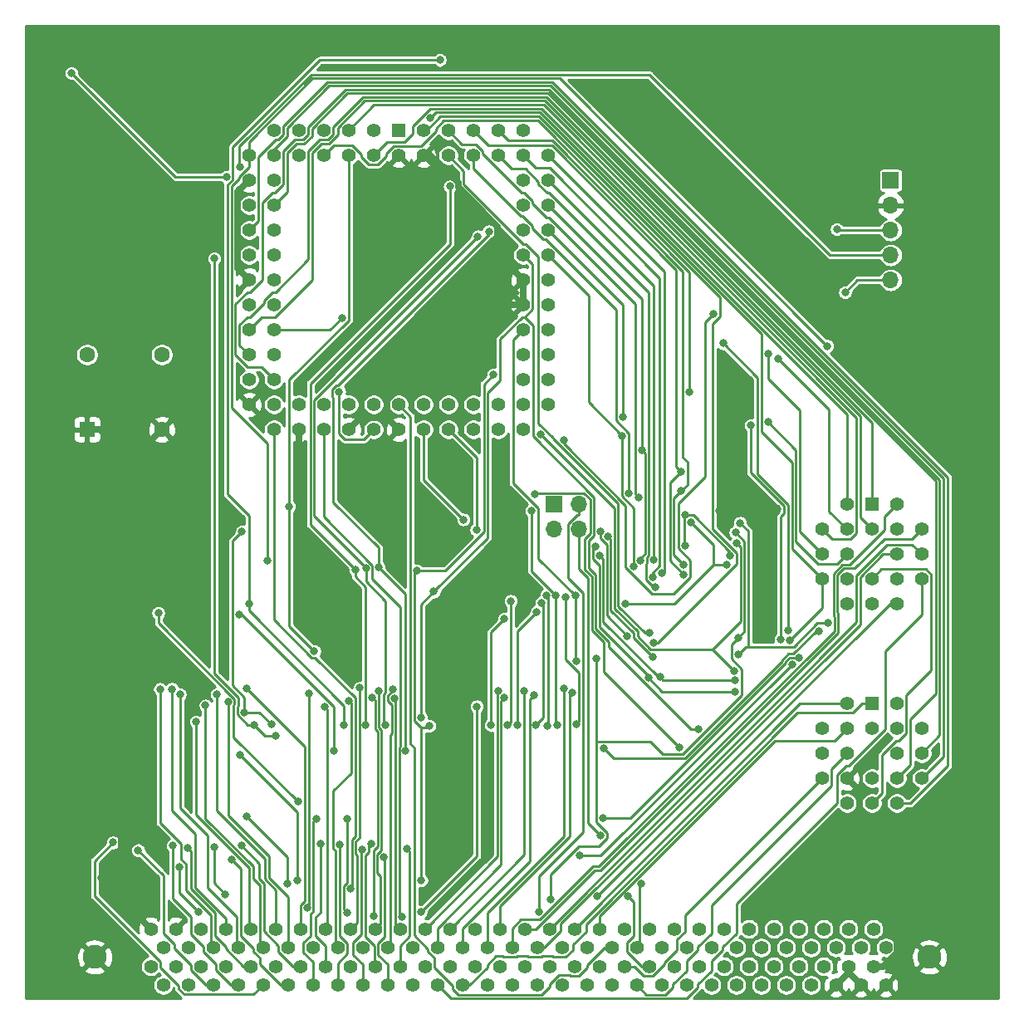
<source format=gbr>
G04 #@! TF.GenerationSoftware,KiCad,Pcbnew,(5.1.4)-1*
G04 #@! TF.CreationDate,2019-10-15T12:33:23-06:00*
G04 #@! TF.ProjectId,Minisys 186 CPU,4d696e69-7379-4732-9031-383620435055,rev?*
G04 #@! TF.SameCoordinates,Original*
G04 #@! TF.FileFunction,Copper,L2,Bot*
G04 #@! TF.FilePolarity,Positive*
%FSLAX46Y46*%
G04 Gerber Fmt 4.6, Leading zero omitted, Abs format (unit mm)*
G04 Created by KiCad (PCBNEW (5.1.4)-1) date 2019-10-15 12:33:23*
%MOMM*%
%LPD*%
G04 APERTURE LIST*
%ADD10C,1.600000*%
%ADD11R,1.600000X1.600000*%
%ADD12C,1.422400*%
%ADD13R,1.422400X1.422400*%
%ADD14O,1.700000X1.700000*%
%ADD15R,1.700000X1.700000*%
%ADD16C,2.438400*%
%ADD17C,1.397000*%
%ADD18C,1.000000*%
%ADD19C,0.800000*%
%ADD20C,0.635000*%
%ADD21C,0.254000*%
G04 APERTURE END LIST*
D10*
X34290000Y-61595000D03*
X34290000Y-53975000D03*
X26670000Y-53975000D03*
D11*
X26670000Y-61595000D03*
D12*
X111760000Y-92075000D03*
X111760000Y-94615000D03*
X109220000Y-89535000D03*
X109220000Y-94615000D03*
X109220000Y-97155000D03*
X109220000Y-99695000D03*
X106680000Y-99695000D03*
X104140000Y-99695000D03*
X111760000Y-97155000D03*
X106680000Y-97155000D03*
X104140000Y-97155000D03*
X101600000Y-97155000D03*
X101600000Y-94615000D03*
X101600000Y-92075000D03*
X104140000Y-94615000D03*
X104140000Y-92075000D03*
X104140000Y-89535000D03*
D13*
X106680000Y-89535000D03*
D12*
X109220000Y-92075000D03*
X106680000Y-92075000D03*
X111760000Y-71755000D03*
X111760000Y-74295000D03*
X109220000Y-69215000D03*
X109220000Y-74295000D03*
X109220000Y-76835000D03*
X109220000Y-79375000D03*
X106680000Y-79375000D03*
X104140000Y-79375000D03*
X111760000Y-76835000D03*
X106680000Y-76835000D03*
X104140000Y-76835000D03*
X101600000Y-76835000D03*
X101600000Y-74295000D03*
X101600000Y-71755000D03*
X104140000Y-74295000D03*
X104140000Y-71755000D03*
X104140000Y-69215000D03*
D13*
X106680000Y-69215000D03*
D12*
X109220000Y-71755000D03*
X106680000Y-71755000D03*
X73660000Y-36195000D03*
X73660000Y-38735000D03*
X73660000Y-41275000D03*
X73660000Y-43815000D03*
X73660000Y-46355000D03*
X73660000Y-48895000D03*
X73660000Y-51435000D03*
X73660000Y-53975000D03*
X73660000Y-56515000D03*
X73660000Y-59055000D03*
X71120000Y-36195000D03*
X71120000Y-38735000D03*
X71120000Y-41275000D03*
X71120000Y-43815000D03*
X71120000Y-46355000D03*
X71120000Y-48895000D03*
X71120000Y-51435000D03*
X71120000Y-53975000D03*
X71120000Y-56515000D03*
X71120000Y-59055000D03*
X71120000Y-61595000D03*
X68580000Y-61595000D03*
X66040000Y-61595000D03*
X63500000Y-61595000D03*
X60960000Y-61595000D03*
X58420000Y-61595000D03*
X55880000Y-61595000D03*
X53340000Y-61595000D03*
X50800000Y-61595000D03*
X48260000Y-61595000D03*
X45720000Y-61595000D03*
X68580000Y-59055000D03*
X66040000Y-59055000D03*
X63500000Y-59055000D03*
X60960000Y-59055000D03*
X58420000Y-59055000D03*
X55880000Y-59055000D03*
X53340000Y-59055000D03*
X50800000Y-59055000D03*
X48260000Y-59055000D03*
X45720000Y-59055000D03*
X43180000Y-59055000D03*
X43180000Y-56515000D03*
X43180000Y-53975000D03*
X43180000Y-51435000D03*
X43180000Y-48895000D03*
X43180000Y-46355000D03*
X43180000Y-43815000D03*
X43180000Y-41275000D03*
X43180000Y-38735000D03*
X43180000Y-36195000D03*
X43180000Y-33655000D03*
X45720000Y-56515000D03*
X45720000Y-53975000D03*
X45720000Y-51435000D03*
X45720000Y-48895000D03*
X45720000Y-46355000D03*
X45720000Y-43815000D03*
X45720000Y-41275000D03*
X45720000Y-38735000D03*
X45720000Y-36195000D03*
X45720000Y-33655000D03*
X71120000Y-31115000D03*
X68580000Y-31115000D03*
X66040000Y-31115000D03*
X63500000Y-31115000D03*
X60960000Y-31115000D03*
X45720000Y-31115000D03*
X48260000Y-31115000D03*
X50800000Y-31115000D03*
X53340000Y-31115000D03*
X55880000Y-31115000D03*
D13*
X58420000Y-31115000D03*
D12*
X73660000Y-33655000D03*
X71120000Y-33655000D03*
X68580000Y-33655000D03*
X66040000Y-33655000D03*
X63500000Y-33655000D03*
X60960000Y-33655000D03*
X48260000Y-33655000D03*
X50800000Y-33655000D03*
X53340000Y-33655000D03*
X55880000Y-33655000D03*
X58420000Y-33655000D03*
D14*
X108585000Y-46355000D03*
X108585000Y-43815000D03*
X108585000Y-41275000D03*
X108585000Y-38735000D03*
D15*
X108585000Y-36195000D03*
D14*
X76835000Y-71755000D03*
X74295000Y-71755000D03*
X76835000Y-69215000D03*
D15*
X74295000Y-69215000D03*
D16*
X27455000Y-115392200D03*
X112545000Y-115392200D03*
D17*
X108100000Y-118237000D03*
X106830000Y-116332000D03*
X105560000Y-118237000D03*
X104290000Y-116332000D03*
X103020000Y-118237000D03*
X101750000Y-116332000D03*
X100480000Y-118237000D03*
X99210000Y-116332000D03*
X97940000Y-118237000D03*
X96670000Y-116332000D03*
X95400000Y-118237000D03*
X94130000Y-116332000D03*
X92860000Y-118237000D03*
X91590000Y-116332000D03*
X90320000Y-118237000D03*
X89050000Y-116332000D03*
X87780000Y-118237000D03*
X86510000Y-116332000D03*
X85240000Y-118237000D03*
X83970000Y-116332000D03*
X82700000Y-118237000D03*
X81430000Y-116332000D03*
X80160000Y-118237000D03*
X78890000Y-116332000D03*
X77620000Y-118237000D03*
X76350000Y-116332000D03*
X75080000Y-118237000D03*
X73810000Y-116332000D03*
X72540000Y-118237000D03*
X71270000Y-116332000D03*
X70000000Y-118237000D03*
X68730000Y-116332000D03*
X67460000Y-118237000D03*
X66190000Y-116332000D03*
X64920000Y-118237000D03*
X63650000Y-116332000D03*
X62380000Y-118237000D03*
X61110000Y-116332000D03*
X59840000Y-118237000D03*
X58570000Y-116332000D03*
X57300000Y-118237000D03*
X56030000Y-116332000D03*
X54760000Y-118237000D03*
X53490000Y-116332000D03*
X52220000Y-118237000D03*
X50950000Y-116332000D03*
X49680000Y-118237000D03*
X48410000Y-116332000D03*
X47140000Y-118237000D03*
X45870000Y-116332000D03*
X44600000Y-118237000D03*
X43330000Y-116332000D03*
X42060000Y-118237000D03*
X40790000Y-116332000D03*
X39520000Y-118237000D03*
X38250000Y-116332000D03*
X36980000Y-118237000D03*
X35710000Y-116332000D03*
X34440000Y-118237000D03*
X33170000Y-116332000D03*
X108100000Y-114427000D03*
X106830000Y-112522000D03*
X105560000Y-114427000D03*
X104290000Y-112522000D03*
X103020000Y-114427000D03*
X101750000Y-112522000D03*
X100480000Y-114427000D03*
X99210000Y-112522000D03*
X97940000Y-114427000D03*
X96670000Y-112522000D03*
X95400000Y-114427000D03*
X94130000Y-112522000D03*
X92860000Y-114427000D03*
X91590000Y-112522000D03*
X90320000Y-114427000D03*
X89050000Y-112522000D03*
X87780000Y-114427000D03*
X86510000Y-112522000D03*
X85240000Y-114427000D03*
X83970000Y-112522000D03*
X82700000Y-114427000D03*
X81430000Y-112522000D03*
X80160000Y-114427000D03*
X78890000Y-112522000D03*
X77620000Y-114427000D03*
X76350000Y-112522000D03*
X75080000Y-114427000D03*
X73810000Y-112522000D03*
X72540000Y-114427000D03*
X71270000Y-112522000D03*
X70000000Y-114427000D03*
X68730000Y-112522000D03*
X67460000Y-114427000D03*
X66190000Y-112522000D03*
X64920000Y-114427000D03*
X63650000Y-112522000D03*
X62380000Y-114427000D03*
X61110000Y-112522000D03*
X59840000Y-114427000D03*
X58570000Y-112522000D03*
X57300000Y-114427000D03*
X56030000Y-112522000D03*
X54760000Y-114427000D03*
X53490000Y-112522000D03*
X52220000Y-114427000D03*
X50950000Y-112522000D03*
X49680000Y-114427000D03*
X48410000Y-112522000D03*
X47140000Y-114427000D03*
X45870000Y-112522000D03*
X44600000Y-114427000D03*
X43330000Y-112522000D03*
X42060000Y-114427000D03*
X40790000Y-112522000D03*
X39520000Y-114427000D03*
X38250000Y-112522000D03*
X36980000Y-114427000D03*
X35710000Y-112522000D03*
X34440000Y-114427000D03*
X33170000Y-112522000D03*
D18*
X91184300Y-69913600D03*
X96916000Y-69695800D03*
X62328100Y-103718200D03*
X65400200Y-88936900D03*
X61889400Y-95566800D03*
X48602000Y-77699700D03*
X28180000Y-107315000D03*
D19*
X20955000Y-20955000D03*
X22225000Y-20955000D03*
X22225000Y-22225000D03*
X20955000Y-22225000D03*
X118745000Y-20955000D03*
X117475000Y-20955000D03*
X117475000Y-22225000D03*
X118745000Y-22225000D03*
X40865700Y-35866200D03*
X25065700Y-25256200D03*
X58780200Y-111289300D03*
X53510800Y-108389500D03*
X81825000Y-109208900D03*
X78708400Y-109183400D03*
X59261600Y-104327200D03*
X56919800Y-105174500D03*
X55652800Y-103850000D03*
X54732100Y-104394800D03*
X53190200Y-101260200D03*
X53190200Y-110894900D03*
X52418600Y-103892900D03*
X50494700Y-103824700D03*
X50063800Y-101277700D03*
X42413600Y-104031800D03*
X41403000Y-105410800D03*
X39621000Y-104143400D03*
X40741100Y-108977400D03*
X29300400Y-103708900D03*
X36922400Y-104271700D03*
X35428600Y-104047900D03*
X36082900Y-106181000D03*
X38044500Y-110796800D03*
X31875400Y-104492900D03*
X78985300Y-102963800D03*
X83131800Y-107908600D03*
X72715400Y-110762400D03*
X91499800Y-52825100D03*
X98132700Y-82115100D03*
X76143200Y-88425300D03*
X75241200Y-87993000D03*
X92766200Y-72105300D03*
X78546900Y-84984400D03*
X93039400Y-82839600D03*
X73884100Y-109539900D03*
X72210000Y-88642600D03*
X71192000Y-88232300D03*
X69174300Y-88980000D03*
X68560500Y-88276000D03*
X66408500Y-89838600D03*
X60686900Y-110796000D03*
X57986000Y-89012100D03*
X57869300Y-88084700D03*
X56386100Y-88222100D03*
X55724700Y-88897400D03*
X55884200Y-111185800D03*
X54433300Y-87955700D03*
X53368800Y-89243500D03*
X50884300Y-89867100D03*
X49290200Y-88527600D03*
X49085800Y-110342900D03*
X42951700Y-88039600D03*
X41046700Y-89364800D03*
X39881800Y-88613000D03*
X38739700Y-89733900D03*
X37765600Y-91376200D03*
X36126200Y-88614100D03*
X35317400Y-88061700D03*
X34107500Y-88064500D03*
X66356400Y-71826200D03*
X65018900Y-70778400D03*
X103944300Y-47604600D03*
X42260200Y-34795300D03*
X75290900Y-62682600D03*
X90531200Y-49811500D03*
X103096400Y-41197500D03*
X87502200Y-75404200D03*
X87247500Y-67884800D03*
X42464300Y-71992800D03*
X45465400Y-91666700D03*
X42677800Y-90427000D03*
X87617700Y-73448100D03*
X92256000Y-74490200D03*
X87652300Y-70323300D03*
X87484100Y-76369500D03*
X87222700Y-65909700D03*
X51831100Y-94323800D03*
X42136500Y-80456600D03*
X81557900Y-79377000D03*
X91894000Y-75426400D03*
X88229400Y-71057800D03*
X81860100Y-68129200D03*
X82891000Y-68513900D03*
X83992500Y-82370200D03*
X92714100Y-87149400D03*
X78907600Y-74426300D03*
X85070600Y-86836400D03*
X84451200Y-83358100D03*
X92703600Y-88313200D03*
X78526300Y-73498900D03*
X83887800Y-86888600D03*
X79784400Y-72501800D03*
X84352300Y-84785800D03*
X79009000Y-71965800D03*
X81751500Y-82631700D03*
X72292200Y-68203700D03*
X87073500Y-94049100D03*
X33931600Y-80314100D03*
X48194800Y-99560400D03*
X84402500Y-74898800D03*
X72975100Y-79267200D03*
X72426400Y-91706200D03*
X83093800Y-74930900D03*
X73621100Y-91838700D03*
X73532900Y-78493500D03*
X83199100Y-63674800D03*
X71999200Y-69889000D03*
X81310000Y-60291600D03*
X74586500Y-91744200D03*
X74460300Y-78488700D03*
X82408400Y-75557000D03*
X81248300Y-62246200D03*
X76518500Y-91656500D03*
X75476400Y-78681600D03*
X68091900Y-56009700D03*
X61551500Y-91826600D03*
X60742700Y-107578200D03*
X42266600Y-94761400D03*
X48144900Y-107525100D03*
X60303600Y-75965500D03*
X63648100Y-36822600D03*
X55087600Y-91706200D03*
X54026400Y-75910800D03*
X59144900Y-94328900D03*
X67621900Y-41404300D03*
X56412200Y-75663800D03*
X57087300Y-91748900D03*
X66509400Y-41908500D03*
X55103500Y-75720200D03*
X60737500Y-90990300D03*
X88981700Y-92140900D03*
X62019600Y-78137500D03*
X76526900Y-85207700D03*
X76425200Y-78493300D03*
X52374400Y-57744300D03*
X45918400Y-92821400D03*
X101255400Y-82157500D03*
X79328200Y-94063700D03*
X39641000Y-44178600D03*
X43677600Y-91730600D03*
X45078400Y-74964700D03*
X102130800Y-53089400D03*
X92873600Y-73197400D03*
X92649600Y-86216900D03*
X72913200Y-62129100D03*
X52656200Y-50217800D03*
X52885900Y-91706200D03*
X62633000Y-23940900D03*
X43150300Y-79402800D03*
X61639300Y-29852300D03*
X98349900Y-83064000D03*
X70532900Y-91706200D03*
X72523500Y-80186300D03*
X85301500Y-76261300D03*
X84339500Y-76633400D03*
X69842000Y-79087100D03*
X69542300Y-91758000D03*
X84561000Y-77688200D03*
X67852300Y-91758200D03*
X69187600Y-80926700D03*
X88096600Y-57785000D03*
X49826000Y-84179300D03*
X47262500Y-69434000D03*
X79278400Y-101226700D03*
X99227200Y-84858400D03*
X42952600Y-101039000D03*
X47084400Y-107892000D03*
X76854700Y-105051800D03*
X98564500Y-85521200D03*
X93040500Y-84522100D03*
X102187500Y-81359000D03*
X93249300Y-71120000D03*
X96088200Y-53924100D03*
X96077200Y-60834200D03*
X97155200Y-54370100D03*
X94325200Y-61170900D03*
X97376600Y-83015200D03*
D20*
X96916000Y-69695800D02*
X91402100Y-69695800D01*
X91402100Y-69695800D02*
X91184300Y-69913600D01*
X106830000Y-116332000D02*
X107829000Y-116332000D01*
X107829000Y-116332000D02*
X109246200Y-114914800D01*
X109246200Y-114914800D02*
X109246200Y-107098400D01*
X109246200Y-107098400D02*
X105410000Y-103262200D01*
X105410000Y-103262200D02*
X105410000Y-98425000D01*
X105410000Y-98425000D02*
X104140000Y-97155000D01*
X61889400Y-95566800D02*
X62328100Y-96005500D01*
X62328100Y-96005500D02*
X62328100Y-103718200D01*
X61889400Y-95566800D02*
X65400200Y-92056000D01*
X65400200Y-92056000D02*
X65400200Y-88936900D01*
X71120000Y-46355000D02*
X68507600Y-43742600D01*
X68507600Y-43742600D02*
X68507600Y-40895700D01*
X68507600Y-40895700D02*
X64492900Y-36881000D01*
X64492900Y-36881000D02*
X64492900Y-36472700D01*
X64492900Y-36472700D02*
X61675200Y-33655000D01*
X61675200Y-33655000D02*
X60960000Y-33655000D01*
X43180000Y-46355000D02*
X42019500Y-45194500D01*
X42019500Y-45194500D02*
X42019500Y-37355500D01*
X42019500Y-37355500D02*
X43180000Y-36195000D01*
X48260000Y-61595000D02*
X48260000Y-77357700D01*
X48260000Y-77357700D02*
X48602000Y-77699700D01*
X71120000Y-48895000D02*
X66945300Y-48895000D01*
X66945300Y-48895000D02*
X57229400Y-58610900D01*
X57229400Y-58610900D02*
X57229400Y-60404400D01*
X71120000Y-48895000D02*
X71120000Y-46355000D01*
X57229400Y-60404400D02*
X58420000Y-61595000D01*
X53340000Y-61595000D02*
X54530600Y-60404400D01*
X54530600Y-60404400D02*
X57229400Y-60404400D01*
X30177000Y-63725000D02*
X30044800Y-63725000D01*
X30044800Y-63725000D02*
X27914800Y-61595000D01*
X34290000Y-61595000D02*
X32160000Y-63725000D01*
X32160000Y-63725000D02*
X30177000Y-63725000D01*
X28180000Y-107315000D02*
X30177000Y-105318000D01*
X30177000Y-105318000D02*
X30177000Y-63725000D01*
X26670000Y-61595000D02*
X27914800Y-61595000D01*
X33170000Y-112522000D02*
X28180000Y-107532000D01*
X28180000Y-107532000D02*
X28180000Y-107315000D01*
X104290000Y-116967000D02*
X103020000Y-118237000D01*
X104290000Y-116332000D02*
X104290000Y-116967000D01*
X104290000Y-116967000D02*
X105560000Y-118237000D01*
D21*
X25065700Y-25256200D02*
X35675700Y-35866200D01*
X35675700Y-35866200D02*
X40865700Y-35866200D01*
X50800000Y-61595000D02*
X50800000Y-70491100D01*
X50800000Y-70491100D02*
X55757800Y-75448900D01*
X55757800Y-75448900D02*
X55757800Y-76829500D01*
X55757800Y-76829500D02*
X58640400Y-79712100D01*
X58640400Y-79712100D02*
X58640400Y-93908200D01*
X58640400Y-93908200D02*
X58490600Y-94058000D01*
X58490600Y-94058000D02*
X58490600Y-110999700D01*
X58490600Y-110999700D02*
X58780200Y-111289300D01*
X53510800Y-108389500D02*
X53670700Y-108229600D01*
X53670700Y-108229600D02*
X53670700Y-103432100D01*
X53670700Y-103432100D02*
X54025200Y-103077600D01*
X54025200Y-103077600D02*
X54025200Y-88974700D01*
X54025200Y-88974700D02*
X49884100Y-84833600D01*
X49884100Y-84833600D02*
X49555100Y-84833600D01*
X49555100Y-84833600D02*
X45732700Y-81011200D01*
X45732700Y-81011200D02*
X45732700Y-61607700D01*
X45732700Y-61607700D02*
X45720000Y-61595000D01*
X83970000Y-116332000D02*
X83246100Y-116332000D01*
X83246100Y-116332000D02*
X81719100Y-114805000D01*
X81719100Y-114805000D02*
X81719100Y-113939200D01*
X81719100Y-113939200D02*
X82424100Y-113234200D01*
X82424100Y-113234200D02*
X82424100Y-109808000D01*
X82424100Y-109808000D02*
X81825000Y-109208900D01*
X82700000Y-118237000D02*
X83680500Y-119217500D01*
X83680500Y-119217500D02*
X85625700Y-119217500D01*
X85625700Y-119217500D02*
X86375100Y-118468100D01*
X86375100Y-118468100D02*
X86375100Y-118173200D01*
X86375100Y-118173200D02*
X87780000Y-116768300D01*
X87780000Y-116768300D02*
X87780000Y-115793200D01*
X87780000Y-115793200D02*
X88915100Y-114658100D01*
X88915100Y-114658100D02*
X88915100Y-114363200D01*
X88915100Y-114363200D02*
X90320100Y-112958200D01*
X90320100Y-112958200D02*
X90320100Y-110124200D01*
X90320100Y-110124200D02*
X102565600Y-97878700D01*
X102565600Y-97878700D02*
X102565600Y-96189400D01*
X102565600Y-96189400D02*
X104140000Y-94615000D01*
X81430000Y-116332000D02*
X82478600Y-116332000D01*
X82478600Y-116332000D02*
X83440600Y-117294000D01*
X83440600Y-117294000D02*
X84356200Y-117294000D01*
X84356200Y-117294000D02*
X85557100Y-116093100D01*
X85557100Y-116093100D02*
X85557100Y-115936500D01*
X85557100Y-115936500D02*
X86827100Y-114666500D01*
X86827100Y-114666500D02*
X86827100Y-113571100D01*
X86827100Y-113571100D02*
X87620300Y-112777900D01*
X87620300Y-112777900D02*
X87620300Y-111134700D01*
X87620300Y-111134700D02*
X101600000Y-97155000D01*
X105714500Y-89535000D02*
X104749000Y-90500500D01*
X104749000Y-90500500D02*
X99069000Y-90500500D01*
X99069000Y-90500500D02*
X77557100Y-112012400D01*
X77557100Y-112012400D02*
X77557100Y-112777200D01*
X77557100Y-112777200D02*
X76215100Y-114119200D01*
X76215100Y-114119200D02*
X76215100Y-114658100D01*
X76215100Y-114658100D02*
X75485800Y-115387400D01*
X75485800Y-115387400D02*
X74213000Y-115387400D01*
X74213000Y-115387400D02*
X74125700Y-115300100D01*
X74125700Y-115300100D02*
X73063600Y-115300100D01*
X73063600Y-115300100D02*
X72976300Y-115387400D01*
X72976300Y-115387400D02*
X71673000Y-115387400D01*
X71673000Y-115387400D02*
X71585700Y-115300100D01*
X71585700Y-115300100D02*
X70523600Y-115300100D01*
X70523600Y-115300100D02*
X70436300Y-115387400D01*
X70436300Y-115387400D02*
X69133000Y-115387400D01*
X69133000Y-115387400D02*
X69045700Y-115300100D01*
X69045700Y-115300100D02*
X68367200Y-115300100D01*
X68367200Y-115300100D02*
X67460000Y-116207300D01*
X67460000Y-116207300D02*
X67460000Y-116437400D01*
X67460000Y-116437400D02*
X65660400Y-118237000D01*
X65660400Y-118237000D02*
X64920000Y-118237000D01*
X106680000Y-89535000D02*
X105714500Y-89535000D01*
X62380000Y-118237000D02*
X63742100Y-119599100D01*
X63742100Y-119599100D02*
X87784100Y-119599100D01*
X87784100Y-119599100D02*
X88915100Y-118468100D01*
X88915100Y-118468100D02*
X88915100Y-118173200D01*
X88915100Y-118173200D02*
X90320000Y-116768300D01*
X90320000Y-116768300D02*
X90320000Y-115793200D01*
X90320000Y-115793200D02*
X91455100Y-114658100D01*
X91455100Y-114658100D02*
X91455100Y-114363200D01*
X91455100Y-114363200D02*
X92860100Y-112958200D01*
X92860100Y-112958200D02*
X92860100Y-109912900D01*
X92860100Y-109912900D02*
X103104900Y-99668100D01*
X103104900Y-99668100D02*
X103104900Y-96809000D01*
X103104900Y-96809000D02*
X104028900Y-95885000D01*
X104028900Y-95885000D02*
X104284400Y-95885000D01*
X104284400Y-95885000D02*
X108026900Y-92142500D01*
X108026900Y-92142500D02*
X108026900Y-84200700D01*
X108026900Y-84200700D02*
X111760000Y-80467600D01*
X111760000Y-80467600D02*
X111760000Y-76835000D01*
X78708400Y-109183400D02*
X108516800Y-79375000D01*
X108516800Y-79375000D02*
X109220000Y-79375000D01*
X58570000Y-116332000D02*
X58570000Y-114228300D01*
X58570000Y-114228300D02*
X59553800Y-113244500D01*
X59553800Y-113244500D02*
X59553800Y-104619400D01*
X59553800Y-104619400D02*
X59261600Y-104327200D01*
X57300000Y-118237000D02*
X57300000Y-116133200D01*
X57300000Y-116133200D02*
X56319100Y-115152300D01*
X56319100Y-115152300D02*
X56319100Y-113982700D01*
X56319100Y-113982700D02*
X56984700Y-113317100D01*
X56984700Y-113317100D02*
X56984700Y-105239400D01*
X56984700Y-105239400D02*
X56919800Y-105174500D01*
X56030000Y-116332000D02*
X55937700Y-116239700D01*
X55937700Y-116239700D02*
X55937700Y-114237400D01*
X55937700Y-114237400D02*
X55054800Y-113354500D01*
X55054800Y-113354500D02*
X55054800Y-105038100D01*
X55054800Y-105038100D02*
X55403100Y-104689800D01*
X55403100Y-104689800D02*
X55403100Y-104099700D01*
X55403100Y-104099700D02*
X55652800Y-103850000D01*
X54760000Y-118237000D02*
X54760000Y-116133200D01*
X54760000Y-116133200D02*
X53806700Y-115179900D01*
X53806700Y-115179900D02*
X53806700Y-113911600D01*
X53806700Y-113911600D02*
X54623900Y-113094400D01*
X54623900Y-113094400D02*
X54623900Y-104503000D01*
X54623900Y-104503000D02*
X54732100Y-104394800D01*
X53190200Y-101260200D02*
X53190200Y-107784900D01*
X53190200Y-107784900D02*
X52856500Y-108118600D01*
X52856500Y-108118600D02*
X52856500Y-110561200D01*
X52856500Y-110561200D02*
X53190200Y-110894900D01*
X52220000Y-118237000D02*
X52220000Y-116013600D01*
X52220000Y-116013600D02*
X53180200Y-115053400D01*
X53180200Y-115053400D02*
X53180200Y-114000700D01*
X53180200Y-114000700D02*
X52418600Y-113239100D01*
X52418600Y-113239100D02*
X52418600Y-103892900D01*
X50950000Y-116332000D02*
X50950000Y-114228200D01*
X50950000Y-114228200D02*
X49936700Y-113214900D01*
X49936700Y-113214900D02*
X49936700Y-111350200D01*
X49936700Y-111350200D02*
X50494700Y-110792200D01*
X50494700Y-110792200D02*
X50494700Y-103824700D01*
X50063800Y-101277700D02*
X49746100Y-101595400D01*
X49746100Y-101595400D02*
X49746100Y-110732100D01*
X49746100Y-110732100D02*
X49415500Y-111062700D01*
X49415500Y-111062700D02*
X49415500Y-113222800D01*
X49415500Y-113222800D02*
X48699100Y-113939200D01*
X48699100Y-113939200D02*
X48699100Y-114908400D01*
X48699100Y-114908400D02*
X49680000Y-115889300D01*
X49680000Y-115889300D02*
X49680000Y-118237000D01*
X42413600Y-104031800D02*
X44219600Y-105837800D01*
X44219600Y-105837800D02*
X44219600Y-107432000D01*
X44219600Y-107432000D02*
X44726000Y-107938400D01*
X44726000Y-107938400D02*
X44726000Y-112751800D01*
X44726000Y-112751800D02*
X46187100Y-114212900D01*
X46187100Y-114212900D02*
X46187100Y-114840100D01*
X46187100Y-114840100D02*
X47679000Y-116332000D01*
X47679000Y-116332000D02*
X48410000Y-116332000D01*
X47140000Y-118237000D02*
X46415800Y-118237000D01*
X46415800Y-118237000D02*
X44284400Y-116105600D01*
X44284400Y-116105600D02*
X44284400Y-115477400D01*
X44284400Y-115477400D02*
X43647100Y-114840100D01*
X43647100Y-114840100D02*
X43647100Y-114545300D01*
X43647100Y-114545300D02*
X42335400Y-113233600D01*
X42335400Y-113233600D02*
X42335400Y-106343200D01*
X42335400Y-106343200D02*
X41403000Y-105410800D01*
X39621000Y-104143400D02*
X39621000Y-107857300D01*
X39621000Y-107857300D02*
X40741100Y-108977400D01*
X44600000Y-118237000D02*
X43633500Y-119203500D01*
X43633500Y-119203500D02*
X36580500Y-119203500D01*
X36580500Y-119203500D02*
X36027100Y-118650100D01*
X36027100Y-118650100D02*
X36027100Y-118355300D01*
X36027100Y-118355300D02*
X34124400Y-116452600D01*
X34124400Y-116452600D02*
X34124400Y-115875700D01*
X34124400Y-115875700D02*
X27420800Y-109172100D01*
X27420800Y-109172100D02*
X27420800Y-105588500D01*
X27420800Y-105588500D02*
X29300400Y-103708900D01*
X43330000Y-116332000D02*
X42576000Y-116332000D01*
X42576000Y-116332000D02*
X40790000Y-114546000D01*
X40790000Y-114546000D02*
X40790000Y-114347500D01*
X40790000Y-114347500D02*
X39710600Y-113268100D01*
X39710600Y-113268100D02*
X39710600Y-110896900D01*
X39710600Y-110896900D02*
X37238200Y-108424500D01*
X37238200Y-108424500D02*
X37238200Y-104587500D01*
X37238200Y-104587500D02*
X36922400Y-104271700D01*
X42060000Y-118237000D02*
X41322600Y-118237000D01*
X41322600Y-118237000D02*
X39837200Y-116751600D01*
X39837200Y-116751600D02*
X39837200Y-116110200D01*
X39837200Y-116110200D02*
X38567100Y-114840100D01*
X38567100Y-114840100D02*
X38567100Y-114361600D01*
X38567100Y-114361600D02*
X37297200Y-113091700D01*
X37297200Y-113091700D02*
X37297200Y-111281400D01*
X37297200Y-111281400D02*
X35428600Y-109412800D01*
X35428600Y-109412800D02*
X35428600Y-104047900D01*
X38044500Y-110796800D02*
X36082900Y-108835200D01*
X36082900Y-108835200D02*
X36082900Y-106181000D01*
X39520000Y-118237000D02*
X38789000Y-118237000D01*
X38789000Y-118237000D02*
X37297100Y-116745100D01*
X37297100Y-116745100D02*
X37297100Y-116206400D01*
X37297100Y-116206400D02*
X35575100Y-114484400D01*
X35575100Y-114484400D02*
X35575100Y-114093300D01*
X35575100Y-114093300D02*
X34440100Y-112958300D01*
X34440100Y-112958300D02*
X34440100Y-107057600D01*
X34440100Y-107057600D02*
X31875400Y-104492900D01*
X78985300Y-102963800D02*
X77750800Y-101729300D01*
X77750800Y-101729300D02*
X77750800Y-76743200D01*
X77750800Y-76743200D02*
X76835000Y-75827400D01*
X76835000Y-75827400D02*
X76835000Y-72859300D01*
X82700000Y-114427000D02*
X82976400Y-114150600D01*
X82976400Y-114150600D02*
X82976400Y-108064000D01*
X82976400Y-108064000D02*
X83131800Y-107908600D01*
X76835000Y-71755000D02*
X76835000Y-72859300D01*
X72715400Y-110762400D02*
X72715400Y-107183600D01*
X72715400Y-107183600D02*
X77236800Y-102662200D01*
X77236800Y-102662200D02*
X77236800Y-78256500D01*
X77236800Y-78256500D02*
X75723700Y-76743400D01*
X75723700Y-76743400D02*
X75723700Y-71201800D01*
X75723700Y-71201800D02*
X76606200Y-70319300D01*
X76606200Y-70319300D02*
X76835000Y-70319300D01*
X76835000Y-69215000D02*
X76835000Y-70319300D01*
X58420000Y-59055000D02*
X59649300Y-60284300D01*
X59649300Y-60284300D02*
X59649300Y-93674600D01*
X59649300Y-93674600D02*
X60032600Y-94057900D01*
X60032600Y-94057900D02*
X60032600Y-113182700D01*
X60032600Y-113182700D02*
X61427100Y-114577200D01*
X61427100Y-114577200D02*
X61427100Y-114840100D01*
X61427100Y-114840100D02*
X62064400Y-115477400D01*
X62064400Y-115477400D02*
X62064400Y-116452600D01*
X62064400Y-116452600D02*
X63967100Y-118355300D01*
X63967100Y-118355300D02*
X63967100Y-118650100D01*
X63967100Y-118650100D02*
X64534700Y-119217700D01*
X64534700Y-119217700D02*
X72986300Y-119217700D01*
X72986300Y-119217700D02*
X73810100Y-118393900D01*
X73810100Y-118393900D02*
X73810100Y-118128400D01*
X73810100Y-118128400D02*
X74740500Y-117198000D01*
X74740500Y-117198000D02*
X75868500Y-117198000D01*
X75868500Y-117198000D02*
X75958700Y-117288200D01*
X75958700Y-117288200D02*
X76799300Y-117288200D01*
X76799300Y-117288200D02*
X77620100Y-116467400D01*
X77620100Y-116467400D02*
X77620100Y-116243600D01*
X77620100Y-116243600D02*
X79436700Y-114427000D01*
X79436700Y-114427000D02*
X80160000Y-114427000D01*
X98132700Y-82115100D02*
X98132700Y-69279600D01*
X98132700Y-69279600D02*
X94979600Y-66126500D01*
X94979600Y-66126500D02*
X94979600Y-56304900D01*
X94979600Y-56304900D02*
X91499800Y-52825100D01*
X104140000Y-92075000D02*
X102870000Y-93345000D01*
X102870000Y-93345000D02*
X96763700Y-93345000D01*
X96763700Y-93345000D02*
X78890000Y-111218700D01*
X78890000Y-111218700D02*
X78890000Y-112522000D01*
X76350000Y-112522000D02*
X99337000Y-89535000D01*
X99337000Y-89535000D02*
X104140000Y-89535000D01*
X73810000Y-112522000D02*
X105105600Y-81226400D01*
X105105600Y-81226400D02*
X105105600Y-76475500D01*
X105105600Y-76475500D02*
X108257400Y-73323700D01*
X108257400Y-73323700D02*
X110788700Y-73323700D01*
X110788700Y-73323700D02*
X111760000Y-74295000D01*
X72540000Y-114427000D02*
X73271200Y-114427000D01*
X73271200Y-114427000D02*
X74945100Y-112753100D01*
X74945100Y-112753100D02*
X74945100Y-112004700D01*
X74945100Y-112004700D02*
X105487000Y-81462800D01*
X105487000Y-81462800D02*
X105487000Y-76633400D01*
X105487000Y-76633400D02*
X107825400Y-74295000D01*
X107825400Y-74295000D02*
X109220000Y-74295000D01*
X111760000Y-71755000D02*
X110785400Y-72729600D01*
X110785400Y-72729600D02*
X107922000Y-72729600D01*
X107922000Y-72729600D02*
X104896000Y-75755600D01*
X104896000Y-75755600D02*
X103850500Y-75755600D01*
X103850500Y-75755600D02*
X103171000Y-76435100D01*
X103171000Y-76435100D02*
X103171000Y-80200500D01*
X103171000Y-80200500D02*
X103254000Y-80283500D01*
X103254000Y-80283500D02*
X103254000Y-82296500D01*
X103254000Y-82296500D02*
X79011800Y-106538700D01*
X79011800Y-106538700D02*
X78408900Y-106538700D01*
X78408900Y-106538700D02*
X72425600Y-112522000D01*
X72425600Y-112522000D02*
X71270000Y-112522000D01*
X109220000Y-69215000D02*
X107950000Y-70485000D01*
X107950000Y-70485000D02*
X107950000Y-71851700D01*
X107950000Y-71851700D02*
X104427500Y-75374200D01*
X104427500Y-75374200D02*
X103683800Y-75374200D01*
X103683800Y-75374200D02*
X102767400Y-76290600D01*
X102767400Y-76290600D02*
X102767400Y-80668900D01*
X102767400Y-80668900D02*
X102851500Y-80753000D01*
X102851500Y-80753000D02*
X102851500Y-82159700D01*
X102851500Y-82159700D02*
X78853900Y-106157300D01*
X78853900Y-106157300D02*
X78251000Y-106157300D01*
X78251000Y-106157300D02*
X72853300Y-111555000D01*
X72853300Y-111555000D02*
X70889200Y-111555000D01*
X70889200Y-111555000D02*
X70000000Y-112444200D01*
X70000000Y-112444200D02*
X70000000Y-114427000D01*
X76143200Y-88425300D02*
X75862500Y-88706000D01*
X75862500Y-88706000D02*
X75862500Y-103057800D01*
X75862500Y-103057800D02*
X68730000Y-110190300D01*
X68730000Y-110190300D02*
X68730000Y-112522000D01*
X75241200Y-87993000D02*
X75241200Y-103092000D01*
X75241200Y-103092000D02*
X67460000Y-110873200D01*
X67460000Y-110873200D02*
X67460000Y-114427000D01*
X93039400Y-82839600D02*
X93672900Y-82206100D01*
X93672900Y-82206100D02*
X93672900Y-73012000D01*
X93672900Y-73012000D02*
X92766200Y-72105300D01*
X78600300Y-93408400D02*
X84074100Y-93408400D01*
X84074100Y-93408400D02*
X85370500Y-94704800D01*
X85370500Y-94704800D02*
X87407300Y-94704800D01*
X87407300Y-94704800D02*
X93410500Y-88701600D01*
X93410500Y-88701600D02*
X93410500Y-86020000D01*
X93410500Y-86020000D02*
X92379500Y-84989000D01*
X92379500Y-84989000D02*
X92379500Y-83499500D01*
X92379500Y-83499500D02*
X93039400Y-82839600D01*
X78600300Y-93408400D02*
X78600300Y-85037800D01*
X78600300Y-85037800D02*
X78546900Y-84984400D01*
X73884100Y-109539900D02*
X73884100Y-106993500D01*
X73884100Y-106993500D02*
X76790500Y-104087100D01*
X76790500Y-104087100D02*
X78803000Y-104087100D01*
X78803000Y-104087100D02*
X79668000Y-103222100D01*
X79668000Y-103222100D02*
X79668000Y-102721200D01*
X79668000Y-102721200D02*
X78600300Y-101653500D01*
X78600300Y-101653500D02*
X78600300Y-93408400D01*
X64920000Y-114427000D02*
X64920000Y-112444600D01*
X64920000Y-112444600D02*
X71772100Y-105592500D01*
X71772100Y-105592500D02*
X71772100Y-89080500D01*
X71772100Y-89080500D02*
X72210000Y-88642600D01*
X63650000Y-112522000D02*
X71192000Y-104980000D01*
X71192000Y-104980000D02*
X71192000Y-88232300D01*
X62380000Y-114427000D02*
X62380000Y-112444500D01*
X62380000Y-112444500D02*
X68888000Y-105936500D01*
X68888000Y-105936500D02*
X68888000Y-89266300D01*
X68888000Y-89266300D02*
X69174300Y-88980000D01*
X61110000Y-112522000D02*
X68506600Y-105125400D01*
X68506600Y-105125400D02*
X68506600Y-88329900D01*
X68506600Y-88329900D02*
X68560500Y-88276000D01*
X66408500Y-89838600D02*
X66408500Y-105074400D01*
X66408500Y-105074400D02*
X60686900Y-110796000D01*
X57986000Y-89012100D02*
X58125900Y-89152000D01*
X58125900Y-89152000D02*
X58125900Y-93883500D01*
X58125900Y-93883500D02*
X58109300Y-93900100D01*
X58109300Y-93900100D02*
X58109300Y-112061300D01*
X58109300Y-112061300D02*
X58570000Y-112522000D01*
X57869300Y-88084700D02*
X57869300Y-88203600D01*
X57869300Y-88203600D02*
X57331700Y-88741200D01*
X57331700Y-88741200D02*
X57331700Y-89282900D01*
X57331700Y-89282900D02*
X57741600Y-89692800D01*
X57741600Y-89692800D02*
X57741600Y-92544900D01*
X57741600Y-92544900D02*
X57574200Y-92712300D01*
X57574200Y-92712300D02*
X57574200Y-114152800D01*
X57574200Y-114152800D02*
X57300000Y-114427000D01*
X56030000Y-112522000D02*
X56567600Y-111984400D01*
X56567600Y-111984400D02*
X56567600Y-107108300D01*
X56567600Y-107108300D02*
X56265500Y-106806200D01*
X56265500Y-106806200D02*
X56265500Y-104903600D01*
X56265500Y-104903600D02*
X56688400Y-104480700D01*
X56688400Y-104480700D02*
X56688400Y-92275300D01*
X56688400Y-92275300D02*
X56433000Y-92019900D01*
X56433000Y-92019900D02*
X56433000Y-88269000D01*
X56433000Y-88269000D02*
X56386100Y-88222100D01*
X55724700Y-88897400D02*
X56051600Y-89224300D01*
X56051600Y-89224300D02*
X56051600Y-92177700D01*
X56051600Y-92177700D02*
X56307100Y-92433200D01*
X56307100Y-92433200D02*
X56307100Y-104121000D01*
X56307100Y-104121000D02*
X55884200Y-104543900D01*
X55884200Y-104543900D02*
X55884200Y-111185800D01*
X54433300Y-87955700D02*
X54433300Y-103208700D01*
X54433300Y-103208700D02*
X54052000Y-103590000D01*
X54052000Y-103590000D02*
X54052000Y-104877600D01*
X54052000Y-104877600D02*
X54165200Y-104990800D01*
X54165200Y-104990800D02*
X54165200Y-111846800D01*
X54165200Y-111846800D02*
X53490000Y-112522000D01*
X53368800Y-89243500D02*
X53580700Y-89455400D01*
X53580700Y-89455400D02*
X53580700Y-96607900D01*
X53580700Y-96607900D02*
X51755000Y-98433600D01*
X51755000Y-98433600D02*
X51755000Y-104332700D01*
X51755000Y-104332700D02*
X51969500Y-104547200D01*
X51969500Y-104547200D02*
X51969500Y-114176500D01*
X51969500Y-114176500D02*
X52220000Y-114427000D01*
X50950000Y-112522000D02*
X51157500Y-112314500D01*
X51157500Y-112314500D02*
X51157500Y-90140300D01*
X51157500Y-90140300D02*
X50884300Y-89867100D01*
X49085800Y-110342900D02*
X49290200Y-110138500D01*
X49290200Y-110138500D02*
X49290200Y-88527600D01*
X48410000Y-112522000D02*
X48410000Y-110093500D01*
X48410000Y-110093500D02*
X48849100Y-109654400D01*
X48849100Y-109654400D02*
X48849100Y-93937000D01*
X48849100Y-93937000D02*
X42951700Y-88039600D01*
X41046700Y-89364800D02*
X41046700Y-100968800D01*
X41046700Y-100968800D02*
X45205600Y-105127700D01*
X45205600Y-105127700D02*
X45205600Y-107339600D01*
X45205600Y-107339600D02*
X47140000Y-109274000D01*
X47140000Y-109274000D02*
X47140000Y-114427000D01*
X39881800Y-88613000D02*
X39881800Y-100483000D01*
X39881800Y-100483000D02*
X44758800Y-105360000D01*
X44758800Y-105360000D02*
X44758800Y-107432000D01*
X44758800Y-107432000D02*
X45870000Y-108543200D01*
X45870000Y-108543200D02*
X45870000Y-112522000D01*
X38739700Y-89733900D02*
X38739700Y-101283000D01*
X38739700Y-101283000D02*
X43614900Y-106158200D01*
X43614900Y-106158200D02*
X43614900Y-107366500D01*
X43614900Y-107366500D02*
X44330000Y-108081600D01*
X44330000Y-108081600D02*
X44330000Y-114157000D01*
X44330000Y-114157000D02*
X44600000Y-114427000D01*
X37765600Y-91376200D02*
X37765600Y-100848100D01*
X37765600Y-100848100D02*
X43233600Y-106316100D01*
X43233600Y-106316100D02*
X43233600Y-112425600D01*
X43233600Y-112425600D02*
X43330000Y-112522000D01*
X42060000Y-114427000D02*
X41884200Y-114251200D01*
X41884200Y-114251200D02*
X41884200Y-111250500D01*
X41884200Y-111250500D02*
X38966600Y-108332900D01*
X38966600Y-108332900D02*
X38966600Y-103019000D01*
X38966600Y-103019000D02*
X36126200Y-100178600D01*
X36126200Y-100178600D02*
X36126200Y-88614100D01*
X40790000Y-112522000D02*
X40790000Y-111437000D01*
X40790000Y-111437000D02*
X37713800Y-108360800D01*
X37713800Y-108360800D02*
X37713800Y-102847800D01*
X37713800Y-102847800D02*
X35317400Y-100451400D01*
X35317400Y-100451400D02*
X35317400Y-88061700D01*
X34107500Y-88064500D02*
X34107500Y-101690600D01*
X34107500Y-101690600D02*
X36268100Y-103851200D01*
X36268100Y-103851200D02*
X36268100Y-105440900D01*
X36268100Y-105440900D02*
X36737200Y-105910000D01*
X36737200Y-105910000D02*
X36737200Y-108564200D01*
X36737200Y-108564200D02*
X39329200Y-111156200D01*
X39329200Y-111156200D02*
X39329200Y-114236200D01*
X39329200Y-114236200D02*
X39520000Y-114427000D01*
X66356400Y-71826200D02*
X66356400Y-64451400D01*
X66356400Y-64451400D02*
X63500000Y-61595000D01*
X65018900Y-70778400D02*
X60960000Y-66719500D01*
X60960000Y-66719500D02*
X60960000Y-61595000D01*
X108585000Y-46355000D02*
X105193900Y-46355000D01*
X105193900Y-46355000D02*
X103944300Y-47604600D01*
X108585000Y-43815000D02*
X102396700Y-43815000D01*
X102396700Y-43815000D02*
X83993300Y-25411600D01*
X83993300Y-25411600D02*
X49500900Y-25411600D01*
X49500900Y-25411600D02*
X42170500Y-32742000D01*
X42170500Y-32742000D02*
X42170500Y-34705600D01*
X42170500Y-34705600D02*
X42260200Y-34795300D01*
X90531200Y-49811500D02*
X89699600Y-50643100D01*
X89699600Y-50643100D02*
X89699600Y-66387500D01*
X89699600Y-66387500D02*
X86950800Y-69136300D01*
X86950800Y-69136300D02*
X86950800Y-73709300D01*
X86950800Y-73709300D02*
X88191700Y-74950200D01*
X88191700Y-74950200D02*
X88191700Y-76620800D01*
X88191700Y-76620800D02*
X86461400Y-78351100D01*
X86461400Y-78351100D02*
X84252300Y-78351100D01*
X84252300Y-78351100D02*
X81582800Y-75681600D01*
X81582800Y-75681600D02*
X81582800Y-69363000D01*
X81582800Y-69363000D02*
X75290900Y-63071100D01*
X75290900Y-63071100D02*
X75290900Y-62682600D01*
X108585000Y-41275000D02*
X103173900Y-41275000D01*
X103173900Y-41275000D02*
X103096400Y-41197500D01*
X87247500Y-67884800D02*
X86486800Y-68645500D01*
X86486800Y-68645500D02*
X86486800Y-74388800D01*
X86486800Y-74388800D02*
X87502200Y-75404200D01*
X87247500Y-67884800D02*
X87897000Y-67235300D01*
X87897000Y-67235300D02*
X87897000Y-64916800D01*
X87897000Y-64916800D02*
X87413300Y-64433100D01*
X87413300Y-64433100D02*
X87413300Y-45471800D01*
X87413300Y-45471800D02*
X74081800Y-32140300D01*
X74081800Y-32140300D02*
X69605300Y-32140300D01*
X69605300Y-32140300D02*
X68580000Y-31115000D01*
X42464300Y-71992800D02*
X41479500Y-72977600D01*
X41479500Y-72977600D02*
X41479500Y-87701400D01*
X41479500Y-87701400D02*
X42677800Y-88899700D01*
X42677800Y-88899700D02*
X42677800Y-90427000D01*
X42677800Y-90427000D02*
X44225700Y-90427000D01*
X44225700Y-90427000D02*
X45465400Y-91666700D01*
X87652300Y-70323300D02*
X87554300Y-70421300D01*
X87554300Y-70421300D02*
X87554300Y-73384700D01*
X87554300Y-73384700D02*
X87617700Y-73448100D01*
X92256000Y-74490200D02*
X92256000Y-74119400D01*
X92256000Y-74119400D02*
X88459900Y-70323300D01*
X88459900Y-70323300D02*
X87652300Y-70323300D01*
X87222700Y-65909700D02*
X86105500Y-67026900D01*
X86105500Y-67026900D02*
X86105500Y-74990900D01*
X86105500Y-74990900D02*
X87484100Y-76369500D01*
X87222700Y-65909700D02*
X86711300Y-65398300D01*
X86711300Y-65398300D02*
X86711300Y-45309000D01*
X86711300Y-45309000D02*
X74079600Y-32677300D01*
X74079600Y-32677300D02*
X67602300Y-32677300D01*
X67602300Y-32677300D02*
X66040000Y-31115000D01*
X42136500Y-80456600D02*
X42437700Y-80456600D01*
X42437700Y-80456600D02*
X51831100Y-89850000D01*
X51831100Y-89850000D02*
X51831100Y-94323800D01*
X90498700Y-75426400D02*
X86548100Y-79377000D01*
X86548100Y-79377000D02*
X81557900Y-79377000D01*
X90498700Y-75426400D02*
X90498700Y-73327100D01*
X90498700Y-73327100D02*
X88229400Y-71057800D01*
X91894000Y-75426400D02*
X90498700Y-75426400D01*
X66040000Y-33655000D02*
X66040000Y-35033300D01*
X66040000Y-35033300D02*
X70850500Y-39843800D01*
X70850500Y-39843800D02*
X71055600Y-39843800D01*
X71055600Y-39843800D02*
X72085700Y-40873900D01*
X72085700Y-40873900D02*
X72085700Y-41140600D01*
X72085700Y-41140600D02*
X73185800Y-42240700D01*
X73185800Y-42240700D02*
X73451700Y-42240700D01*
X73451700Y-42240700D02*
X80592300Y-49381300D01*
X80592300Y-49381300D02*
X80592300Y-60665000D01*
X80592300Y-60665000D02*
X81902600Y-61975300D01*
X81902600Y-61975300D02*
X81902600Y-68086700D01*
X81902600Y-68086700D02*
X81860100Y-68129200D01*
X82891000Y-68513900D02*
X82534700Y-68157600D01*
X82534700Y-68157600D02*
X82534700Y-48783700D01*
X82534700Y-48783700D02*
X73756000Y-40005000D01*
X73756000Y-40005000D02*
X73490500Y-40005000D01*
X73490500Y-40005000D02*
X72085500Y-38600000D01*
X72085500Y-38600000D02*
X72085500Y-38313100D01*
X72085500Y-38313100D02*
X71237400Y-37465000D01*
X71237400Y-37465000D02*
X70955300Y-37465000D01*
X70955300Y-37465000D02*
X67005600Y-33515300D01*
X67005600Y-33515300D02*
X67005600Y-33254400D01*
X67005600Y-33254400D02*
X66271100Y-32519900D01*
X66271100Y-32519900D02*
X64904900Y-32519900D01*
X64904900Y-32519900D02*
X63500000Y-31115000D01*
X63500000Y-33655000D02*
X65064700Y-35219700D01*
X65064700Y-35219700D02*
X65064700Y-36644000D01*
X65064700Y-36644000D02*
X71100600Y-42679900D01*
X71100600Y-42679900D02*
X71350300Y-42679900D01*
X71350300Y-42679900D02*
X72686200Y-44015800D01*
X72686200Y-44015800D02*
X72686200Y-60974800D01*
X72686200Y-60974800D02*
X74171800Y-62460400D01*
X74171800Y-62460400D02*
X74171800Y-62491300D01*
X74171800Y-62491300D02*
X80820100Y-69139600D01*
X80820100Y-69139600D02*
X80820100Y-79647900D01*
X80820100Y-79647900D02*
X83542400Y-82370200D01*
X83542400Y-82370200D02*
X83992500Y-82370200D01*
X85070600Y-86836400D02*
X85383600Y-87149400D01*
X85383600Y-87149400D02*
X92714100Y-87149400D01*
X78907600Y-74426300D02*
X79294900Y-74813600D01*
X79294900Y-74813600D02*
X79294900Y-81200900D01*
X79294900Y-81200900D02*
X84930400Y-86836400D01*
X84930400Y-86836400D02*
X85070600Y-86836400D01*
X60960000Y-31115000D02*
X61301800Y-31115000D01*
X61301800Y-31115000D02*
X62706900Y-29709900D01*
X62706900Y-29709900D02*
X72729800Y-29709900D01*
X72729800Y-29709900D02*
X91185500Y-48165600D01*
X91185500Y-48165600D02*
X91185500Y-50082500D01*
X91185500Y-50082500D02*
X90430000Y-50838000D01*
X90430000Y-50838000D02*
X90430000Y-71739000D01*
X90430000Y-71739000D02*
X92910300Y-74219300D01*
X92910300Y-74219300D02*
X92910300Y-75335500D01*
X92910300Y-75335500D02*
X84887700Y-83358100D01*
X84887700Y-83358100D02*
X84451200Y-83358100D01*
X83887800Y-86888600D02*
X85312400Y-88313200D01*
X85312400Y-88313200D02*
X92703600Y-88313200D01*
X83887800Y-86888600D02*
X83887800Y-86753600D01*
X83887800Y-86753600D02*
X78913600Y-81779400D01*
X78913600Y-81779400D02*
X78913600Y-75462000D01*
X78913600Y-75462000D02*
X78253200Y-74801600D01*
X78253200Y-74801600D02*
X78253200Y-73772000D01*
X78253200Y-73772000D02*
X78526300Y-73498900D01*
X79784400Y-72501800D02*
X80057500Y-72774900D01*
X80057500Y-72774900D02*
X80057500Y-80012500D01*
X80057500Y-80012500D02*
X82405800Y-82360800D01*
X82405800Y-82360800D02*
X82405800Y-82839300D01*
X82405800Y-82839300D02*
X84352300Y-84785800D01*
X81751500Y-82631700D02*
X79676200Y-80556400D01*
X79676200Y-80556400D02*
X79676200Y-73318800D01*
X79676200Y-73318800D02*
X79009000Y-72651600D01*
X79009000Y-72651600D02*
X79009000Y-71965800D01*
X87073500Y-94049100D02*
X79336600Y-86312200D01*
X79336600Y-86312200D02*
X79336600Y-83280900D01*
X79336600Y-83280900D02*
X78151000Y-82095300D01*
X78151000Y-82095300D02*
X78151000Y-76604200D01*
X78151000Y-76604200D02*
X77412100Y-75865300D01*
X77412100Y-75865300D02*
X77412100Y-72763300D01*
X77412100Y-72763300D02*
X77966600Y-72208800D01*
X77966600Y-72208800D02*
X77966600Y-68693400D01*
X77966600Y-68693400D02*
X77349100Y-68075900D01*
X77349100Y-68075900D02*
X72420000Y-68075900D01*
X72420000Y-68075900D02*
X72292200Y-68203700D01*
X48194800Y-99560400D02*
X41596400Y-92962000D01*
X41596400Y-92962000D02*
X41596400Y-89740400D01*
X41596400Y-89740400D02*
X41701000Y-89635800D01*
X41701000Y-89635800D02*
X41701000Y-89093900D01*
X41701000Y-89093900D02*
X33931600Y-81324500D01*
X33931600Y-81324500D02*
X33931600Y-80314100D01*
X73660000Y-36195000D02*
X84402500Y-46937500D01*
X84402500Y-46937500D02*
X84402500Y-74898800D01*
X72426400Y-91706200D02*
X73177800Y-90954800D01*
X73177800Y-90954800D02*
X73177800Y-79469900D01*
X73177800Y-79469900D02*
X72975100Y-79267200D01*
X83199100Y-63674800D02*
X83564100Y-64039800D01*
X83564100Y-64039800D02*
X83564100Y-74272800D01*
X83564100Y-74272800D02*
X83093800Y-74743100D01*
X83093800Y-74743100D02*
X83093800Y-74930900D01*
X73660000Y-38735000D02*
X83199100Y-48274100D01*
X83199100Y-48274100D02*
X83199100Y-63674800D01*
X73621100Y-91838700D02*
X73687000Y-91772800D01*
X73687000Y-91772800D02*
X73687000Y-78647600D01*
X73687000Y-78647600D02*
X73532900Y-78493500D01*
X74460300Y-78488700D02*
X71999200Y-76027600D01*
X71999200Y-76027600D02*
X71999200Y-69889000D01*
X73660000Y-41275000D02*
X81310000Y-48925000D01*
X81310000Y-48925000D02*
X81310000Y-60291600D01*
X74586500Y-91744200D02*
X74460300Y-91618000D01*
X74460300Y-91618000D02*
X74460300Y-78488700D01*
X75476400Y-78681600D02*
X75476400Y-85082300D01*
X75476400Y-85082300D02*
X76797500Y-86403400D01*
X76797500Y-86403400D02*
X76797500Y-91377500D01*
X76797500Y-91377500D02*
X76518500Y-91656500D01*
X81248300Y-62246200D02*
X81188900Y-62305600D01*
X81188900Y-62305600D02*
X81188900Y-68398900D01*
X81188900Y-68398900D02*
X82408400Y-69618400D01*
X82408400Y-69618400D02*
X82408400Y-75557000D01*
X73660000Y-43815000D02*
X77783500Y-47938500D01*
X77783500Y-47938500D02*
X77783500Y-58781400D01*
X77783500Y-58781400D02*
X81248300Y-62246200D01*
X60303600Y-75965500D02*
X60083200Y-76185900D01*
X60083200Y-76185900D02*
X60083200Y-91299000D01*
X60083200Y-91299000D02*
X60742700Y-91958500D01*
X68091900Y-56009700D02*
X67122400Y-56979200D01*
X67122400Y-56979200D02*
X67122400Y-72040700D01*
X67122400Y-72040700D02*
X63197600Y-75965500D01*
X63197600Y-75965500D02*
X60303600Y-75965500D01*
X61551500Y-91826600D02*
X61419600Y-91958500D01*
X61419600Y-91958500D02*
X60742700Y-91958500D01*
X60742700Y-91958500D02*
X60742700Y-107578200D01*
X42266600Y-94761400D02*
X48144900Y-100639700D01*
X48144900Y-100639700D02*
X48144900Y-107525100D01*
X63648100Y-36822600D02*
X63648100Y-42675500D01*
X63648100Y-42675500D02*
X49430500Y-56893100D01*
X49430500Y-56893100D02*
X49430500Y-71314900D01*
X49430500Y-71314900D02*
X54026400Y-75910800D01*
X55087600Y-91706200D02*
X55070400Y-91689000D01*
X55070400Y-91689000D02*
X55070400Y-88626500D01*
X55070400Y-88626500D02*
X55087600Y-88609300D01*
X55087600Y-88609300D02*
X55087600Y-77651600D01*
X55087600Y-77651600D02*
X54026400Y-76590400D01*
X54026400Y-76590400D02*
X54026400Y-75910800D01*
X56412200Y-75663800D02*
X59144900Y-78396500D01*
X59144900Y-78396500D02*
X59144900Y-94328900D01*
X67621900Y-41404300D02*
X67621900Y-41726100D01*
X67621900Y-41726100D02*
X52258100Y-57089900D01*
X52258100Y-57089900D02*
X52103500Y-57089900D01*
X52103500Y-57089900D02*
X51693000Y-57500400D01*
X51693000Y-57500400D02*
X51693000Y-58285400D01*
X51693000Y-58285400D02*
X51765600Y-58358000D01*
X51765600Y-58358000D02*
X51765600Y-69002900D01*
X51765600Y-69002900D02*
X56412200Y-73649500D01*
X56412200Y-73649500D02*
X56412200Y-75663800D01*
X55103500Y-75720200D02*
X55103500Y-77127900D01*
X55103500Y-77127900D02*
X57087300Y-79111700D01*
X57087300Y-79111700D02*
X57087300Y-88446400D01*
X57087300Y-88446400D02*
X56950400Y-88583300D01*
X56950400Y-88583300D02*
X56950400Y-91612000D01*
X56950400Y-91612000D02*
X57087300Y-91748900D01*
X66509400Y-41908500D02*
X49811900Y-58606000D01*
X49811900Y-58606000D02*
X49811900Y-70428600D01*
X49811900Y-70428600D02*
X55103500Y-75720200D01*
X62019600Y-78137500D02*
X60737500Y-79419600D01*
X60737500Y-79419600D02*
X60737500Y-90990300D01*
X71264700Y-50176500D02*
X71010900Y-50176500D01*
X71010900Y-50176500D02*
X68784400Y-52403000D01*
X68784400Y-52403000D02*
X68784400Y-56623500D01*
X68784400Y-56623500D02*
X67503800Y-57904100D01*
X67503800Y-57904100D02*
X67503800Y-72653300D01*
X67503800Y-72653300D02*
X62019600Y-78137500D01*
X71264700Y-50176500D02*
X72118700Y-51030500D01*
X72118700Y-51030500D02*
X72118700Y-62306400D01*
X72118700Y-62306400D02*
X78347900Y-68535600D01*
X78347900Y-68535600D02*
X78347900Y-72390400D01*
X78347900Y-72390400D02*
X77839300Y-72899000D01*
X77839300Y-72899000D02*
X77839300Y-75753300D01*
X77839300Y-75753300D02*
X78532300Y-76446300D01*
X78532300Y-76446300D02*
X78532300Y-81937400D01*
X78532300Y-81937400D02*
X79852600Y-83257700D01*
X79852600Y-83257700D02*
X79852600Y-83796900D01*
X79852600Y-83796900D02*
X88196600Y-92140900D01*
X88196600Y-92140900D02*
X88981700Y-92140900D01*
X71264700Y-50176500D02*
X72090100Y-49351100D01*
X72090100Y-49351100D02*
X72090100Y-44785100D01*
X72090100Y-44785100D02*
X71120000Y-43815000D01*
X76425200Y-78493300D02*
X76507600Y-78575700D01*
X76507600Y-78575700D02*
X76507700Y-78575700D01*
X76507700Y-78575700D02*
X76507700Y-85188500D01*
X76507700Y-85188500D02*
X76526900Y-85207700D01*
X71120000Y-51435000D02*
X70112600Y-52442400D01*
X70112600Y-52442400D02*
X70112600Y-67077200D01*
X70112600Y-67077200D02*
X72698600Y-69663200D01*
X72698600Y-69663200D02*
X72698600Y-74766700D01*
X72698600Y-74766700D02*
X76425200Y-78493300D01*
X55880000Y-61595000D02*
X54896700Y-62578300D01*
X54896700Y-62578300D02*
X52910300Y-62578300D01*
X52910300Y-62578300D02*
X52374400Y-62042400D01*
X52374400Y-62042400D02*
X52374400Y-57744300D01*
X43180000Y-53975000D02*
X42214500Y-53009500D01*
X42214500Y-53009500D02*
X42214500Y-50963200D01*
X42214500Y-50963200D02*
X43012700Y-50165000D01*
X43012700Y-50165000D02*
X43278900Y-50165000D01*
X43278900Y-50165000D02*
X44754400Y-48689500D01*
X44754400Y-48689500D02*
X44754400Y-48475800D01*
X44754400Y-48475800D02*
X45605200Y-47625000D01*
X45605200Y-47625000D02*
X45875400Y-47625000D01*
X45875400Y-47625000D02*
X49225500Y-44274900D01*
X49225500Y-44274900D02*
X49225500Y-33213000D01*
X49225500Y-33213000D02*
X50358000Y-32080500D01*
X50358000Y-32080500D02*
X51199900Y-32080500D01*
X51199900Y-32080500D02*
X51765500Y-31514900D01*
X51765500Y-31514900D02*
X51765500Y-30746900D01*
X51765500Y-30746900D02*
X54799200Y-27713200D01*
X54799200Y-27713200D02*
X73479800Y-27713200D01*
X73479800Y-27713200D02*
X106680000Y-60913400D01*
X106680000Y-60913400D02*
X106680000Y-68249500D01*
X106680000Y-69215000D02*
X106680000Y-68249500D01*
X43180000Y-51435000D02*
X44450000Y-50165000D01*
X44450000Y-50165000D02*
X45817600Y-50165000D01*
X45817600Y-50165000D02*
X49606900Y-46375700D01*
X49606900Y-46375700D02*
X49606900Y-33427600D01*
X49606900Y-33427600D02*
X50572700Y-32461800D01*
X50572700Y-32461800D02*
X51357800Y-32461800D01*
X51357800Y-32461800D02*
X52249100Y-31570500D01*
X52249100Y-31570500D02*
X52249100Y-30821200D01*
X52249100Y-30821200D02*
X54975800Y-28094500D01*
X54975800Y-28094500D02*
X73321900Y-28094500D01*
X73321900Y-28094500D02*
X105487000Y-60259600D01*
X105487000Y-60259600D02*
X105487000Y-70562000D01*
X105487000Y-70562000D02*
X106680000Y-71755000D01*
X43180000Y-41275000D02*
X44145600Y-40309400D01*
X44145600Y-40309400D02*
X44145600Y-33854800D01*
X44145600Y-33854800D02*
X45919900Y-32080500D01*
X45919900Y-32080500D02*
X46119900Y-32080500D01*
X46119900Y-32080500D02*
X46685500Y-31514900D01*
X46685500Y-31514900D02*
X46685500Y-30670100D01*
X46685500Y-30670100D02*
X51181300Y-26174300D01*
X51181300Y-26174300D02*
X74097800Y-26174300D01*
X74097800Y-26174300D02*
X114400100Y-66476600D01*
X114400100Y-66476600D02*
X114400100Y-95907100D01*
X114400100Y-95907100D02*
X110612200Y-99695000D01*
X110612200Y-99695000D02*
X109220000Y-99695000D01*
X101255400Y-82157500D02*
X101002900Y-82157500D01*
X101002900Y-82157500D02*
X98674800Y-84485600D01*
X98674800Y-84485600D02*
X98135700Y-84485600D01*
X98135700Y-84485600D02*
X97528900Y-85092400D01*
X97528900Y-85092400D02*
X97528900Y-85210200D01*
X97528900Y-85210200D02*
X87648700Y-95090400D01*
X87648700Y-95090400D02*
X80354900Y-95090400D01*
X80354900Y-95090400D02*
X79328200Y-94063700D01*
X43677600Y-91730600D02*
X44768400Y-92821400D01*
X44768400Y-92821400D02*
X45918400Y-92821400D01*
X43677600Y-91730600D02*
X43035300Y-91730600D01*
X43035300Y-91730600D02*
X41977700Y-90673000D01*
X41977700Y-90673000D02*
X41977700Y-89898300D01*
X41977700Y-89898300D02*
X42082300Y-89793700D01*
X42082300Y-89793700D02*
X42082300Y-88936000D01*
X42082300Y-88936000D02*
X39641000Y-86494700D01*
X39641000Y-86494700D02*
X39641000Y-44178600D01*
X43180000Y-33655000D02*
X43180000Y-32274800D01*
X43180000Y-32274800D02*
X49661800Y-25793000D01*
X49661800Y-25793000D02*
X74834400Y-25793000D01*
X74834400Y-25793000D02*
X102130800Y-53089400D01*
X43180000Y-33655000D02*
X43180000Y-34829600D01*
X43180000Y-34829600D02*
X42192900Y-35816700D01*
X42192900Y-35816700D02*
X42192900Y-36003600D01*
X42192900Y-36003600D02*
X41409000Y-36787500D01*
X41409000Y-36787500D02*
X41409000Y-59349700D01*
X41409000Y-59349700D02*
X45078400Y-63019100D01*
X45078400Y-63019100D02*
X45078400Y-74964700D01*
X45720000Y-56515000D02*
X44450000Y-55245000D01*
X44450000Y-55245000D02*
X43059700Y-55245000D01*
X43059700Y-55245000D02*
X41790400Y-53975700D01*
X41790400Y-53975700D02*
X41790400Y-48834200D01*
X41790400Y-48834200D02*
X43027500Y-47597100D01*
X43027500Y-47597100D02*
X43307100Y-47597100D01*
X43307100Y-47597100D02*
X44538400Y-46365800D01*
X44538400Y-46365800D02*
X44538400Y-38498900D01*
X44538400Y-38498900D02*
X45572300Y-37465000D01*
X45572300Y-37465000D02*
X45852700Y-37465000D01*
X45852700Y-37465000D02*
X46685500Y-36632200D01*
X46685500Y-36632200D02*
X46685500Y-33213000D01*
X46685500Y-33213000D02*
X47818000Y-32080500D01*
X47818000Y-32080500D02*
X48659900Y-32080500D01*
X48659900Y-32080500D02*
X49225500Y-31514900D01*
X49225500Y-31514900D02*
X49225500Y-30775600D01*
X49225500Y-30775600D02*
X53050500Y-26950600D01*
X53050500Y-26950600D02*
X73795600Y-26950600D01*
X73795600Y-26950600D02*
X113592000Y-66747000D01*
X113592000Y-66747000D02*
X113592000Y-92783000D01*
X113592000Y-92783000D02*
X111760000Y-94615000D01*
X92873600Y-73197400D02*
X93291600Y-73615400D01*
X93291600Y-73615400D02*
X93291600Y-81165900D01*
X93291600Y-81165900D02*
X90445100Y-84012400D01*
X72913200Y-62129100D02*
X80438800Y-69654700D01*
X80438800Y-69654700D02*
X80438800Y-79854600D01*
X80438800Y-79854600D02*
X82787100Y-82202900D01*
X82787100Y-82202900D02*
X82787100Y-82681400D01*
X82787100Y-82681400D02*
X84118100Y-84012400D01*
X84118100Y-84012400D02*
X90445100Y-84012400D01*
X90445100Y-84012400D02*
X92649600Y-86216900D01*
X45720000Y-51435000D02*
X51439000Y-51435000D01*
X51439000Y-51435000D02*
X52656200Y-50217800D01*
X45720000Y-38735000D02*
X47066800Y-37388200D01*
X47066800Y-37388200D02*
X47066800Y-33433000D01*
X47066800Y-33433000D02*
X48038000Y-32461800D01*
X48038000Y-32461800D02*
X48817800Y-32461800D01*
X48817800Y-32461800D02*
X49606800Y-31672800D01*
X49606800Y-31672800D02*
X49606800Y-30937500D01*
X49606800Y-30937500D02*
X53212400Y-27331900D01*
X53212400Y-27331900D02*
X73637700Y-27331900D01*
X73637700Y-27331900D02*
X113171200Y-66865400D01*
X113171200Y-66865400D02*
X113171200Y-88505300D01*
X113171200Y-88505300D02*
X110567100Y-91109400D01*
X110567100Y-91109400D02*
X110567100Y-95807900D01*
X110567100Y-95807900D02*
X109220000Y-97155000D01*
X45720000Y-33655000D02*
X45720000Y-33019600D01*
X45720000Y-33019600D02*
X47066800Y-31672800D01*
X47066800Y-31672800D02*
X47066800Y-30863100D01*
X47066800Y-30863100D02*
X51360600Y-26569300D01*
X51360600Y-26569300D02*
X73953500Y-26569300D01*
X73953500Y-26569300D02*
X114002500Y-66618300D01*
X114002500Y-66618300D02*
X114002500Y-94912500D01*
X114002500Y-94912500D02*
X111760000Y-97155000D01*
X62633000Y-23940900D02*
X50376500Y-23940900D01*
X50376500Y-23940900D02*
X41520000Y-32797400D01*
X41520000Y-32797400D02*
X41520000Y-36137200D01*
X41520000Y-36137200D02*
X40973300Y-36683900D01*
X40973300Y-36683900D02*
X40973300Y-68217600D01*
X40973300Y-68217600D02*
X43150300Y-70394600D01*
X43150300Y-70394600D02*
X43150300Y-79402800D01*
X43150300Y-79402800D02*
X43150300Y-80070600D01*
X43150300Y-80070600D02*
X52885900Y-89806200D01*
X52885900Y-89806200D02*
X52885900Y-91706200D01*
X61639300Y-29852300D02*
X62206900Y-29284700D01*
X62206900Y-29284700D02*
X72851300Y-29284700D01*
X72851300Y-29284700D02*
X95416700Y-51850100D01*
X95416700Y-51850100D02*
X95416700Y-61821300D01*
X95416700Y-61821300D02*
X98549700Y-64954300D01*
X98549700Y-64954300D02*
X98549700Y-73784700D01*
X98549700Y-73784700D02*
X101600000Y-76835000D01*
X101600000Y-76835000D02*
X101600000Y-79813900D01*
X101600000Y-79813900D02*
X98349900Y-83064000D01*
X53340000Y-31115000D02*
X55933000Y-28522000D01*
X55933000Y-28522000D02*
X73210100Y-28522000D01*
X73210100Y-28522000D02*
X105105600Y-60417500D01*
X105105600Y-60417500D02*
X105105600Y-72158400D01*
X105105600Y-72158400D02*
X104509800Y-72754200D01*
X104509800Y-72754200D02*
X102599200Y-72754200D01*
X102599200Y-72754200D02*
X101600000Y-71755000D01*
X73660000Y-33655000D02*
X85486800Y-45481800D01*
X85486800Y-45481800D02*
X85486800Y-76076000D01*
X85486800Y-76076000D02*
X85301500Y-76261300D01*
X72523500Y-80186300D02*
X70532900Y-82176900D01*
X70532900Y-82176900D02*
X70532900Y-91706200D01*
X71120000Y-33655000D02*
X72390000Y-34925000D01*
X72390000Y-34925000D02*
X73811000Y-34925000D01*
X73811000Y-34925000D02*
X85056900Y-46170900D01*
X85056900Y-46170900D02*
X85056900Y-75516600D01*
X85056900Y-75516600D02*
X84339500Y-76234000D01*
X84339500Y-76234000D02*
X84339500Y-76633400D01*
X69542300Y-91758000D02*
X69842000Y-91458300D01*
X69842000Y-91458300D02*
X69842000Y-79087100D01*
X68580000Y-33655000D02*
X69926900Y-35001900D01*
X69926900Y-35001900D02*
X71373900Y-35001900D01*
X71373900Y-35001900D02*
X72694400Y-36322400D01*
X72694400Y-36322400D02*
X72694400Y-36596800D01*
X72694400Y-36596800D02*
X73562600Y-37465000D01*
X73562600Y-37465000D02*
X73780500Y-37465000D01*
X73780500Y-37465000D02*
X83953500Y-47638000D01*
X83953500Y-47638000D02*
X83953500Y-74422600D01*
X83953500Y-74422600D02*
X83748200Y-74627900D01*
X83748200Y-74627900D02*
X83748200Y-75233700D01*
X83748200Y-75233700D02*
X83652400Y-75329500D01*
X83652400Y-75329500D02*
X83652400Y-76917800D01*
X83652400Y-76917800D02*
X84422800Y-77688200D01*
X84422800Y-77688200D02*
X84561000Y-77688200D01*
X69187600Y-80926700D02*
X67852300Y-82262000D01*
X67852300Y-82262000D02*
X67852300Y-91758200D01*
X50800000Y-33655000D02*
X51786700Y-32668300D01*
X51786700Y-32668300D02*
X53727200Y-32668300D01*
X53727200Y-32668300D02*
X54610000Y-33551100D01*
X54610000Y-33551100D02*
X54610000Y-33818500D01*
X54610000Y-33818500D02*
X55414400Y-34622900D01*
X55414400Y-34622900D02*
X56278700Y-34622900D01*
X56278700Y-34622900D02*
X57150000Y-33751600D01*
X57150000Y-33751600D02*
X57150000Y-33489000D01*
X57150000Y-33489000D02*
X57949600Y-32689400D01*
X57949600Y-32689400D02*
X60752500Y-32689400D01*
X60752500Y-32689400D02*
X62230000Y-31211900D01*
X62230000Y-31211900D02*
X62230000Y-30949100D01*
X62230000Y-30949100D02*
X63042500Y-30136600D01*
X63042500Y-30136600D02*
X72617300Y-30136600D01*
X72617300Y-30136600D02*
X88096600Y-45615900D01*
X88096600Y-45615900D02*
X88096600Y-57785000D01*
X47262500Y-69434000D02*
X47262500Y-81615800D01*
X47262500Y-81615800D02*
X49826000Y-84179300D01*
X53340000Y-33655000D02*
X53340000Y-50462500D01*
X53340000Y-50462500D02*
X47262500Y-56540000D01*
X47262500Y-56540000D02*
X47262500Y-69434000D01*
X55880000Y-33655000D02*
X57227000Y-32308000D01*
X57227000Y-32308000D02*
X59028500Y-32308000D01*
X59028500Y-32308000D02*
X59887800Y-31448700D01*
X59887800Y-31448700D02*
X59887800Y-30678600D01*
X59887800Y-30678600D02*
X61663000Y-28903400D01*
X61663000Y-28903400D02*
X73016800Y-28903400D01*
X73016800Y-28903400D02*
X104140000Y-60026600D01*
X104140000Y-60026600D02*
X104140000Y-69215000D01*
X99227200Y-84858400D02*
X99218700Y-84866900D01*
X99218700Y-84866900D02*
X98293600Y-84866900D01*
X98293600Y-84866900D02*
X97910200Y-85250300D01*
X97910200Y-85250300D02*
X97910200Y-85368100D01*
X97910200Y-85368100D02*
X82051600Y-101226700D01*
X82051600Y-101226700D02*
X79278400Y-101226700D01*
X47084400Y-107892000D02*
X47084400Y-105170800D01*
X47084400Y-105170800D02*
X42952600Y-101039000D01*
X76854700Y-105051800D02*
X79033900Y-105051800D01*
X79033900Y-105051800D02*
X98564500Y-85521200D01*
X94054300Y-83736800D02*
X98710100Y-83736800D01*
X98710100Y-83736800D02*
X101087900Y-81359000D01*
X101087900Y-81359000D02*
X102187500Y-81359000D01*
X94054300Y-83736800D02*
X94054300Y-71925000D01*
X94054300Y-71925000D02*
X93249300Y-71120000D01*
X94054300Y-83736800D02*
X93825800Y-83736800D01*
X93825800Y-83736800D02*
X93040500Y-84522100D01*
X106680000Y-76835000D02*
X107662500Y-75852500D01*
X107662500Y-75852500D02*
X112166500Y-75852500D01*
X112166500Y-75852500D02*
X112725600Y-76411600D01*
X112725600Y-76411600D02*
X112725600Y-86133600D01*
X112725600Y-86133600D02*
X110185700Y-88673500D01*
X110185700Y-88673500D02*
X110185700Y-92549300D01*
X110185700Y-92549300D02*
X109390000Y-93345000D01*
X109390000Y-93345000D02*
X109124600Y-93345000D01*
X109124600Y-93345000D02*
X107689100Y-94780500D01*
X107689100Y-94780500D02*
X107689100Y-98685900D01*
X107689100Y-98685900D02*
X106680000Y-99695000D01*
X101600000Y-74295000D02*
X99312300Y-72007300D01*
X99312300Y-72007300D02*
X99312300Y-59619600D01*
X99312300Y-59619600D02*
X96088200Y-56395500D01*
X96088200Y-56395500D02*
X96088200Y-53924100D01*
X104140000Y-74295000D02*
X103141400Y-75293600D01*
X103141400Y-75293600D02*
X101198900Y-75293600D01*
X101198900Y-75293600D02*
X98931000Y-73025700D01*
X98931000Y-73025700D02*
X98931000Y-63688000D01*
X98931000Y-63688000D02*
X96077200Y-60834200D01*
X97155200Y-54370100D02*
X102322200Y-59537100D01*
X102322200Y-59537100D02*
X102322200Y-69937200D01*
X102322200Y-69937200D02*
X104140000Y-71755000D01*
X94325200Y-61170900D02*
X94325200Y-66011300D01*
X94325200Y-66011300D02*
X97697300Y-69383400D01*
X97697300Y-69383400D02*
X97697300Y-70173700D01*
X97697300Y-70173700D02*
X97376600Y-70494400D01*
X97376600Y-70494400D02*
X97376600Y-83015200D01*
G36*
X119594001Y-119594000D02*
G01*
X88507620Y-119594000D01*
X89256665Y-118844955D01*
X89276048Y-118829048D01*
X89339529Y-118751695D01*
X89353740Y-118725109D01*
X89363360Y-118748335D01*
X89481498Y-118925141D01*
X89631859Y-119075502D01*
X89808665Y-119193640D01*
X90005122Y-119275015D01*
X90213679Y-119316500D01*
X90426321Y-119316500D01*
X90634878Y-119275015D01*
X90831335Y-119193640D01*
X91008141Y-119075502D01*
X91158502Y-118925141D01*
X91276640Y-118748335D01*
X91358015Y-118551878D01*
X91399500Y-118343321D01*
X91399500Y-118130679D01*
X91780500Y-118130679D01*
X91780500Y-118343321D01*
X91821985Y-118551878D01*
X91903360Y-118748335D01*
X92021498Y-118925141D01*
X92171859Y-119075502D01*
X92348665Y-119193640D01*
X92545122Y-119275015D01*
X92753679Y-119316500D01*
X92966321Y-119316500D01*
X93174878Y-119275015D01*
X93371335Y-119193640D01*
X93548141Y-119075502D01*
X93698502Y-118925141D01*
X93816640Y-118748335D01*
X93898015Y-118551878D01*
X93939500Y-118343321D01*
X93939500Y-118130679D01*
X94320500Y-118130679D01*
X94320500Y-118343321D01*
X94361985Y-118551878D01*
X94443360Y-118748335D01*
X94561498Y-118925141D01*
X94711859Y-119075502D01*
X94888665Y-119193640D01*
X95085122Y-119275015D01*
X95293679Y-119316500D01*
X95506321Y-119316500D01*
X95714878Y-119275015D01*
X95911335Y-119193640D01*
X96088141Y-119075502D01*
X96238502Y-118925141D01*
X96356640Y-118748335D01*
X96438015Y-118551878D01*
X96479500Y-118343321D01*
X96479500Y-118130679D01*
X96860500Y-118130679D01*
X96860500Y-118343321D01*
X96901985Y-118551878D01*
X96983360Y-118748335D01*
X97101498Y-118925141D01*
X97251859Y-119075502D01*
X97428665Y-119193640D01*
X97625122Y-119275015D01*
X97833679Y-119316500D01*
X98046321Y-119316500D01*
X98254878Y-119275015D01*
X98451335Y-119193640D01*
X98628141Y-119075502D01*
X98778502Y-118925141D01*
X98896640Y-118748335D01*
X98978015Y-118551878D01*
X99019500Y-118343321D01*
X99019500Y-118130679D01*
X99400500Y-118130679D01*
X99400500Y-118343321D01*
X99441985Y-118551878D01*
X99523360Y-118748335D01*
X99641498Y-118925141D01*
X99791859Y-119075502D01*
X99968665Y-119193640D01*
X100165122Y-119275015D01*
X100373679Y-119316500D01*
X100586321Y-119316500D01*
X100794878Y-119275015D01*
X100991335Y-119193640D01*
X101045875Y-119157197D01*
X102279408Y-119157197D01*
X102338686Y-119390812D01*
X102576875Y-119501559D01*
X102832093Y-119563711D01*
X103094533Y-119574876D01*
X103354107Y-119534629D01*
X103600842Y-119444514D01*
X103701314Y-119390812D01*
X103760592Y-119157197D01*
X104819408Y-119157197D01*
X104878686Y-119390812D01*
X105116875Y-119501559D01*
X105372093Y-119563711D01*
X105634533Y-119574876D01*
X105894107Y-119534629D01*
X106140842Y-119444514D01*
X106241314Y-119390812D01*
X106300592Y-119157197D01*
X107359408Y-119157197D01*
X107418686Y-119390812D01*
X107656875Y-119501559D01*
X107912093Y-119563711D01*
X108174533Y-119574876D01*
X108434107Y-119534629D01*
X108680842Y-119444514D01*
X108781314Y-119390812D01*
X108840592Y-119157197D01*
X108100000Y-118416605D01*
X107359408Y-119157197D01*
X106300592Y-119157197D01*
X105560000Y-118416605D01*
X104819408Y-119157197D01*
X103760592Y-119157197D01*
X103020000Y-118416605D01*
X102279408Y-119157197D01*
X101045875Y-119157197D01*
X101168141Y-119075502D01*
X101318502Y-118925141D01*
X101436640Y-118748335D01*
X101518015Y-118551878D01*
X101559500Y-118343321D01*
X101559500Y-118130679D01*
X101518015Y-117922122D01*
X101436640Y-117725665D01*
X101318502Y-117548859D01*
X101168141Y-117398498D01*
X100991335Y-117280360D01*
X100794878Y-117198985D01*
X100586321Y-117157500D01*
X100373679Y-117157500D01*
X100165122Y-117198985D01*
X99968665Y-117280360D01*
X99791859Y-117398498D01*
X99641498Y-117548859D01*
X99523360Y-117725665D01*
X99441985Y-117922122D01*
X99400500Y-118130679D01*
X99019500Y-118130679D01*
X98978015Y-117922122D01*
X98896640Y-117725665D01*
X98778502Y-117548859D01*
X98628141Y-117398498D01*
X98451335Y-117280360D01*
X98254878Y-117198985D01*
X98046321Y-117157500D01*
X97833679Y-117157500D01*
X97625122Y-117198985D01*
X97428665Y-117280360D01*
X97251859Y-117398498D01*
X97101498Y-117548859D01*
X96983360Y-117725665D01*
X96901985Y-117922122D01*
X96860500Y-118130679D01*
X96479500Y-118130679D01*
X96438015Y-117922122D01*
X96356640Y-117725665D01*
X96238502Y-117548859D01*
X96088141Y-117398498D01*
X95911335Y-117280360D01*
X95714878Y-117198985D01*
X95506321Y-117157500D01*
X95293679Y-117157500D01*
X95085122Y-117198985D01*
X94888665Y-117280360D01*
X94711859Y-117398498D01*
X94561498Y-117548859D01*
X94443360Y-117725665D01*
X94361985Y-117922122D01*
X94320500Y-118130679D01*
X93939500Y-118130679D01*
X93898015Y-117922122D01*
X93816640Y-117725665D01*
X93698502Y-117548859D01*
X93548141Y-117398498D01*
X93371335Y-117280360D01*
X93174878Y-117198985D01*
X92966321Y-117157500D01*
X92753679Y-117157500D01*
X92545122Y-117198985D01*
X92348665Y-117280360D01*
X92171859Y-117398498D01*
X92021498Y-117548859D01*
X91903360Y-117725665D01*
X91821985Y-117922122D01*
X91780500Y-118130679D01*
X91399500Y-118130679D01*
X91358015Y-117922122D01*
X91276640Y-117725665D01*
X91158502Y-117548859D01*
X91008141Y-117398498D01*
X90831335Y-117280360D01*
X90634878Y-117198985D01*
X90612238Y-117194482D01*
X90661565Y-117145155D01*
X90680948Y-117129248D01*
X90744429Y-117051895D01*
X90757952Y-117026595D01*
X90901859Y-117170502D01*
X91078665Y-117288640D01*
X91275122Y-117370015D01*
X91483679Y-117411500D01*
X91696321Y-117411500D01*
X91904878Y-117370015D01*
X92101335Y-117288640D01*
X92278141Y-117170502D01*
X92428502Y-117020141D01*
X92546640Y-116843335D01*
X92628015Y-116646878D01*
X92669500Y-116438321D01*
X92669500Y-116225679D01*
X93050500Y-116225679D01*
X93050500Y-116438321D01*
X93091985Y-116646878D01*
X93173360Y-116843335D01*
X93291498Y-117020141D01*
X93441859Y-117170502D01*
X93618665Y-117288640D01*
X93815122Y-117370015D01*
X94023679Y-117411500D01*
X94236321Y-117411500D01*
X94444878Y-117370015D01*
X94641335Y-117288640D01*
X94818141Y-117170502D01*
X94968502Y-117020141D01*
X95086640Y-116843335D01*
X95168015Y-116646878D01*
X95209500Y-116438321D01*
X95209500Y-116225679D01*
X95590500Y-116225679D01*
X95590500Y-116438321D01*
X95631985Y-116646878D01*
X95713360Y-116843335D01*
X95831498Y-117020141D01*
X95981859Y-117170502D01*
X96158665Y-117288640D01*
X96355122Y-117370015D01*
X96563679Y-117411500D01*
X96776321Y-117411500D01*
X96984878Y-117370015D01*
X97181335Y-117288640D01*
X97358141Y-117170502D01*
X97508502Y-117020141D01*
X97626640Y-116843335D01*
X97708015Y-116646878D01*
X97749500Y-116438321D01*
X97749500Y-116225679D01*
X98130500Y-116225679D01*
X98130500Y-116438321D01*
X98171985Y-116646878D01*
X98253360Y-116843335D01*
X98371498Y-117020141D01*
X98521859Y-117170502D01*
X98698665Y-117288640D01*
X98895122Y-117370015D01*
X99103679Y-117411500D01*
X99316321Y-117411500D01*
X99524878Y-117370015D01*
X99721335Y-117288640D01*
X99898141Y-117170502D01*
X100048502Y-117020141D01*
X100166640Y-116843335D01*
X100248015Y-116646878D01*
X100289500Y-116438321D01*
X100289500Y-116225679D01*
X100670500Y-116225679D01*
X100670500Y-116438321D01*
X100711985Y-116646878D01*
X100793360Y-116843335D01*
X100911498Y-117020141D01*
X101061859Y-117170502D01*
X101238665Y-117288640D01*
X101435122Y-117370015D01*
X101643679Y-117411500D01*
X101856321Y-117411500D01*
X101988583Y-117385191D01*
X102099801Y-117496409D01*
X101866188Y-117555686D01*
X101755441Y-117793875D01*
X101693289Y-118049093D01*
X101682124Y-118311533D01*
X101722371Y-118571107D01*
X101812486Y-118817842D01*
X101866188Y-118918314D01*
X102099803Y-118977592D01*
X102840395Y-118237000D01*
X102826253Y-118222858D01*
X103005858Y-118043253D01*
X103020000Y-118057395D01*
X103034143Y-118043253D01*
X103213748Y-118222858D01*
X103199605Y-118237000D01*
X103940197Y-118977592D01*
X104173812Y-118918314D01*
X104284559Y-118680125D01*
X104291611Y-118651166D01*
X104352486Y-118817842D01*
X104406188Y-118918314D01*
X104639803Y-118977592D01*
X105380395Y-118237000D01*
X105366253Y-118222858D01*
X105545858Y-118043253D01*
X105560000Y-118057395D01*
X105574143Y-118043253D01*
X105753748Y-118222858D01*
X105739605Y-118237000D01*
X106480197Y-118977592D01*
X106713812Y-118918314D01*
X106824559Y-118680125D01*
X106831611Y-118651166D01*
X106892486Y-118817842D01*
X106946188Y-118918314D01*
X107179803Y-118977592D01*
X107920395Y-118237000D01*
X108279605Y-118237000D01*
X109020197Y-118977592D01*
X109253812Y-118918314D01*
X109364559Y-118680125D01*
X109426711Y-118424907D01*
X109437876Y-118162467D01*
X109397629Y-117902893D01*
X109307514Y-117656158D01*
X109253812Y-117555686D01*
X109020197Y-117496408D01*
X108279605Y-118237000D01*
X107920395Y-118237000D01*
X107906253Y-118222858D01*
X108085858Y-118043253D01*
X108100000Y-118057395D01*
X108840592Y-117316803D01*
X108781314Y-117083188D01*
X108543125Y-116972441D01*
X108287907Y-116910289D01*
X108036683Y-116899601D01*
X108094559Y-116775125D01*
X108116784Y-116683861D01*
X111432944Y-116683861D01*
X111555147Y-116970681D01*
X111882114Y-117133461D01*
X112234554Y-117229326D01*
X112598925Y-117254591D01*
X112961224Y-117208286D01*
X113307526Y-117092189D01*
X113534853Y-116970681D01*
X113657056Y-116683861D01*
X112545000Y-115571805D01*
X111432944Y-116683861D01*
X108116784Y-116683861D01*
X108156711Y-116519907D01*
X108167876Y-116257467D01*
X108127629Y-115997893D01*
X108037514Y-115751158D01*
X107983812Y-115650686D01*
X107750199Y-115591409D01*
X107861417Y-115480191D01*
X107993679Y-115506500D01*
X108206321Y-115506500D01*
X108414878Y-115465015D01*
X108460482Y-115446125D01*
X110682609Y-115446125D01*
X110728914Y-115808424D01*
X110845011Y-116154726D01*
X110966519Y-116382053D01*
X111253339Y-116504256D01*
X112365395Y-115392200D01*
X112724605Y-115392200D01*
X113836661Y-116504256D01*
X114123481Y-116382053D01*
X114286261Y-116055086D01*
X114382126Y-115702646D01*
X114407391Y-115338275D01*
X114361086Y-114975976D01*
X114244989Y-114629674D01*
X114123481Y-114402347D01*
X113836661Y-114280144D01*
X112724605Y-115392200D01*
X112365395Y-115392200D01*
X111253339Y-114280144D01*
X110966519Y-114402347D01*
X110803739Y-114729314D01*
X110707874Y-115081754D01*
X110682609Y-115446125D01*
X108460482Y-115446125D01*
X108611335Y-115383640D01*
X108788141Y-115265502D01*
X108938502Y-115115141D01*
X109056640Y-114938335D01*
X109138015Y-114741878D01*
X109179500Y-114533321D01*
X109179500Y-114320679D01*
X109138015Y-114112122D01*
X109133218Y-114100539D01*
X111432944Y-114100539D01*
X112545000Y-115212595D01*
X113657056Y-114100539D01*
X113534853Y-113813719D01*
X113207886Y-113650939D01*
X112855446Y-113555074D01*
X112491075Y-113529809D01*
X112128776Y-113576114D01*
X111782474Y-113692211D01*
X111555147Y-113813719D01*
X111432944Y-114100539D01*
X109133218Y-114100539D01*
X109056640Y-113915665D01*
X108938502Y-113738859D01*
X108788141Y-113588498D01*
X108611335Y-113470360D01*
X108414878Y-113388985D01*
X108206321Y-113347500D01*
X107993679Y-113347500D01*
X107785122Y-113388985D01*
X107588665Y-113470360D01*
X107411859Y-113588498D01*
X107261498Y-113738859D01*
X107143360Y-113915665D01*
X107061985Y-114112122D01*
X107020500Y-114320679D01*
X107020500Y-114533321D01*
X107061985Y-114741878D01*
X107143360Y-114938335D01*
X107221172Y-115054789D01*
X107017907Y-115005289D01*
X106755467Y-114994124D01*
X106495893Y-115034371D01*
X106438453Y-115055350D01*
X106516640Y-114938335D01*
X106598015Y-114741878D01*
X106639500Y-114533321D01*
X106639500Y-114320679D01*
X106598015Y-114112122D01*
X106516640Y-113915665D01*
X106398502Y-113738859D01*
X106248141Y-113588498D01*
X106071335Y-113470360D01*
X105874878Y-113388985D01*
X105666321Y-113347500D01*
X105453679Y-113347500D01*
X105245122Y-113388985D01*
X105048665Y-113470360D01*
X104871859Y-113588498D01*
X104721498Y-113738859D01*
X104603360Y-113915665D01*
X104521985Y-114112122D01*
X104480500Y-114320679D01*
X104480500Y-114533321D01*
X104521985Y-114741878D01*
X104603360Y-114938335D01*
X104681172Y-115054789D01*
X104477907Y-115005289D01*
X104215467Y-114994124D01*
X103955893Y-115034371D01*
X103898453Y-115055350D01*
X103976640Y-114938335D01*
X104058015Y-114741878D01*
X104099500Y-114533321D01*
X104099500Y-114320679D01*
X104058015Y-114112122D01*
X103976640Y-113915665D01*
X103858502Y-113738859D01*
X103708141Y-113588498D01*
X103531335Y-113470360D01*
X103334878Y-113388985D01*
X103126321Y-113347500D01*
X102913679Y-113347500D01*
X102705122Y-113388985D01*
X102508665Y-113470360D01*
X102331859Y-113588498D01*
X102181498Y-113738859D01*
X102063360Y-113915665D01*
X101981985Y-114112122D01*
X101940500Y-114320679D01*
X101940500Y-114533321D01*
X101981985Y-114741878D01*
X102063360Y-114938335D01*
X102181498Y-115115141D01*
X102331859Y-115265502D01*
X102508665Y-115383640D01*
X102705122Y-115465015D01*
X102913679Y-115506500D01*
X103126321Y-115506500D01*
X103258583Y-115480191D01*
X103369801Y-115591409D01*
X103136188Y-115650686D01*
X103025441Y-115888875D01*
X102963289Y-116144093D01*
X102952124Y-116406533D01*
X102992371Y-116666107D01*
X103079559Y-116904829D01*
X102945467Y-116899124D01*
X102685893Y-116939371D01*
X102628453Y-116960350D01*
X102706640Y-116843335D01*
X102788015Y-116646878D01*
X102829500Y-116438321D01*
X102829500Y-116225679D01*
X102788015Y-116017122D01*
X102706640Y-115820665D01*
X102588502Y-115643859D01*
X102438141Y-115493498D01*
X102261335Y-115375360D01*
X102064878Y-115293985D01*
X101856321Y-115252500D01*
X101643679Y-115252500D01*
X101435122Y-115293985D01*
X101238665Y-115375360D01*
X101061859Y-115493498D01*
X100911498Y-115643859D01*
X100793360Y-115820665D01*
X100711985Y-116017122D01*
X100670500Y-116225679D01*
X100289500Y-116225679D01*
X100248015Y-116017122D01*
X100166640Y-115820665D01*
X100048502Y-115643859D01*
X99898141Y-115493498D01*
X99721335Y-115375360D01*
X99524878Y-115293985D01*
X99316321Y-115252500D01*
X99103679Y-115252500D01*
X98895122Y-115293985D01*
X98698665Y-115375360D01*
X98521859Y-115493498D01*
X98371498Y-115643859D01*
X98253360Y-115820665D01*
X98171985Y-116017122D01*
X98130500Y-116225679D01*
X97749500Y-116225679D01*
X97708015Y-116017122D01*
X97626640Y-115820665D01*
X97508502Y-115643859D01*
X97358141Y-115493498D01*
X97181335Y-115375360D01*
X96984878Y-115293985D01*
X96776321Y-115252500D01*
X96563679Y-115252500D01*
X96355122Y-115293985D01*
X96158665Y-115375360D01*
X95981859Y-115493498D01*
X95831498Y-115643859D01*
X95713360Y-115820665D01*
X95631985Y-116017122D01*
X95590500Y-116225679D01*
X95209500Y-116225679D01*
X95168015Y-116017122D01*
X95086640Y-115820665D01*
X94968502Y-115643859D01*
X94818141Y-115493498D01*
X94641335Y-115375360D01*
X94444878Y-115293985D01*
X94236321Y-115252500D01*
X94023679Y-115252500D01*
X93815122Y-115293985D01*
X93618665Y-115375360D01*
X93441859Y-115493498D01*
X93291498Y-115643859D01*
X93173360Y-115820665D01*
X93091985Y-116017122D01*
X93050500Y-116225679D01*
X92669500Y-116225679D01*
X92628015Y-116017122D01*
X92546640Y-115820665D01*
X92428502Y-115643859D01*
X92278141Y-115493498D01*
X92101335Y-115375360D01*
X91904878Y-115293985D01*
X91696321Y-115252500D01*
X91579120Y-115252500D01*
X91796665Y-115034955D01*
X91816048Y-115019048D01*
X91879529Y-114941695D01*
X91893740Y-114915109D01*
X91903360Y-114938335D01*
X92021498Y-115115141D01*
X92171859Y-115265502D01*
X92348665Y-115383640D01*
X92545122Y-115465015D01*
X92753679Y-115506500D01*
X92966321Y-115506500D01*
X93174878Y-115465015D01*
X93371335Y-115383640D01*
X93548141Y-115265502D01*
X93698502Y-115115141D01*
X93816640Y-114938335D01*
X93898015Y-114741878D01*
X93939500Y-114533321D01*
X93939500Y-114320679D01*
X94320500Y-114320679D01*
X94320500Y-114533321D01*
X94361985Y-114741878D01*
X94443360Y-114938335D01*
X94561498Y-115115141D01*
X94711859Y-115265502D01*
X94888665Y-115383640D01*
X95085122Y-115465015D01*
X95293679Y-115506500D01*
X95506321Y-115506500D01*
X95714878Y-115465015D01*
X95911335Y-115383640D01*
X96088141Y-115265502D01*
X96238502Y-115115141D01*
X96356640Y-114938335D01*
X96438015Y-114741878D01*
X96479500Y-114533321D01*
X96479500Y-114320679D01*
X96860500Y-114320679D01*
X96860500Y-114533321D01*
X96901985Y-114741878D01*
X96983360Y-114938335D01*
X97101498Y-115115141D01*
X97251859Y-115265502D01*
X97428665Y-115383640D01*
X97625122Y-115465015D01*
X97833679Y-115506500D01*
X98046321Y-115506500D01*
X98254878Y-115465015D01*
X98451335Y-115383640D01*
X98628141Y-115265502D01*
X98778502Y-115115141D01*
X98896640Y-114938335D01*
X98978015Y-114741878D01*
X99019500Y-114533321D01*
X99019500Y-114320679D01*
X99400500Y-114320679D01*
X99400500Y-114533321D01*
X99441985Y-114741878D01*
X99523360Y-114938335D01*
X99641498Y-115115141D01*
X99791859Y-115265502D01*
X99968665Y-115383640D01*
X100165122Y-115465015D01*
X100373679Y-115506500D01*
X100586321Y-115506500D01*
X100794878Y-115465015D01*
X100991335Y-115383640D01*
X101168141Y-115265502D01*
X101318502Y-115115141D01*
X101436640Y-114938335D01*
X101518015Y-114741878D01*
X101559500Y-114533321D01*
X101559500Y-114320679D01*
X101518015Y-114112122D01*
X101436640Y-113915665D01*
X101318502Y-113738859D01*
X101168141Y-113588498D01*
X100991335Y-113470360D01*
X100794878Y-113388985D01*
X100586321Y-113347500D01*
X100373679Y-113347500D01*
X100165122Y-113388985D01*
X99968665Y-113470360D01*
X99791859Y-113588498D01*
X99641498Y-113738859D01*
X99523360Y-113915665D01*
X99441985Y-114112122D01*
X99400500Y-114320679D01*
X99019500Y-114320679D01*
X98978015Y-114112122D01*
X98896640Y-113915665D01*
X98778502Y-113738859D01*
X98628141Y-113588498D01*
X98451335Y-113470360D01*
X98254878Y-113388985D01*
X98046321Y-113347500D01*
X97833679Y-113347500D01*
X97625122Y-113388985D01*
X97428665Y-113470360D01*
X97251859Y-113588498D01*
X97101498Y-113738859D01*
X96983360Y-113915665D01*
X96901985Y-114112122D01*
X96860500Y-114320679D01*
X96479500Y-114320679D01*
X96438015Y-114112122D01*
X96356640Y-113915665D01*
X96238502Y-113738859D01*
X96088141Y-113588498D01*
X95911335Y-113470360D01*
X95714878Y-113388985D01*
X95506321Y-113347500D01*
X95293679Y-113347500D01*
X95085122Y-113388985D01*
X94888665Y-113470360D01*
X94711859Y-113588498D01*
X94561498Y-113738859D01*
X94443360Y-113915665D01*
X94361985Y-114112122D01*
X94320500Y-114320679D01*
X93939500Y-114320679D01*
X93898015Y-114112122D01*
X93816640Y-113915665D01*
X93698502Y-113738859D01*
X93548141Y-113588498D01*
X93371335Y-113470360D01*
X93174878Y-113388985D01*
X93152239Y-113384482D01*
X93201671Y-113335050D01*
X93221048Y-113319148D01*
X93247016Y-113287505D01*
X93284529Y-113241796D01*
X93297983Y-113216626D01*
X93441859Y-113360502D01*
X93618665Y-113478640D01*
X93815122Y-113560015D01*
X94023679Y-113601500D01*
X94236321Y-113601500D01*
X94444878Y-113560015D01*
X94641335Y-113478640D01*
X94818141Y-113360502D01*
X94968502Y-113210141D01*
X95086640Y-113033335D01*
X95168015Y-112836878D01*
X95209500Y-112628321D01*
X95209500Y-112415679D01*
X95590500Y-112415679D01*
X95590500Y-112628321D01*
X95631985Y-112836878D01*
X95713360Y-113033335D01*
X95831498Y-113210141D01*
X95981859Y-113360502D01*
X96158665Y-113478640D01*
X96355122Y-113560015D01*
X96563679Y-113601500D01*
X96776321Y-113601500D01*
X96984878Y-113560015D01*
X97181335Y-113478640D01*
X97358141Y-113360502D01*
X97508502Y-113210141D01*
X97626640Y-113033335D01*
X97708015Y-112836878D01*
X97749500Y-112628321D01*
X97749500Y-112415679D01*
X98130500Y-112415679D01*
X98130500Y-112628321D01*
X98171985Y-112836878D01*
X98253360Y-113033335D01*
X98371498Y-113210141D01*
X98521859Y-113360502D01*
X98698665Y-113478640D01*
X98895122Y-113560015D01*
X99103679Y-113601500D01*
X99316321Y-113601500D01*
X99524878Y-113560015D01*
X99721335Y-113478640D01*
X99898141Y-113360502D01*
X100048502Y-113210141D01*
X100166640Y-113033335D01*
X100248015Y-112836878D01*
X100289500Y-112628321D01*
X100289500Y-112415679D01*
X100670500Y-112415679D01*
X100670500Y-112628321D01*
X100711985Y-112836878D01*
X100793360Y-113033335D01*
X100911498Y-113210141D01*
X101061859Y-113360502D01*
X101238665Y-113478640D01*
X101435122Y-113560015D01*
X101643679Y-113601500D01*
X101856321Y-113601500D01*
X102064878Y-113560015D01*
X102261335Y-113478640D01*
X102438141Y-113360502D01*
X102588502Y-113210141D01*
X102706640Y-113033335D01*
X102788015Y-112836878D01*
X102829500Y-112628321D01*
X102829500Y-112415679D01*
X103210500Y-112415679D01*
X103210500Y-112628321D01*
X103251985Y-112836878D01*
X103333360Y-113033335D01*
X103451498Y-113210141D01*
X103601859Y-113360502D01*
X103778665Y-113478640D01*
X103975122Y-113560015D01*
X104183679Y-113601500D01*
X104396321Y-113601500D01*
X104604878Y-113560015D01*
X104801335Y-113478640D01*
X104978141Y-113360502D01*
X105128502Y-113210141D01*
X105246640Y-113033335D01*
X105328015Y-112836878D01*
X105369500Y-112628321D01*
X105369500Y-112415679D01*
X105750500Y-112415679D01*
X105750500Y-112628321D01*
X105791985Y-112836878D01*
X105873360Y-113033335D01*
X105991498Y-113210141D01*
X106141859Y-113360502D01*
X106318665Y-113478640D01*
X106515122Y-113560015D01*
X106723679Y-113601500D01*
X106936321Y-113601500D01*
X107144878Y-113560015D01*
X107341335Y-113478640D01*
X107518141Y-113360502D01*
X107668502Y-113210141D01*
X107786640Y-113033335D01*
X107868015Y-112836878D01*
X107909500Y-112628321D01*
X107909500Y-112415679D01*
X107868015Y-112207122D01*
X107786640Y-112010665D01*
X107668502Y-111833859D01*
X107518141Y-111683498D01*
X107341335Y-111565360D01*
X107144878Y-111483985D01*
X106936321Y-111442500D01*
X106723679Y-111442500D01*
X106515122Y-111483985D01*
X106318665Y-111565360D01*
X106141859Y-111683498D01*
X105991498Y-111833859D01*
X105873360Y-112010665D01*
X105791985Y-112207122D01*
X105750500Y-112415679D01*
X105369500Y-112415679D01*
X105328015Y-112207122D01*
X105246640Y-112010665D01*
X105128502Y-111833859D01*
X104978141Y-111683498D01*
X104801335Y-111565360D01*
X104604878Y-111483985D01*
X104396321Y-111442500D01*
X104183679Y-111442500D01*
X103975122Y-111483985D01*
X103778665Y-111565360D01*
X103601859Y-111683498D01*
X103451498Y-111833859D01*
X103333360Y-112010665D01*
X103251985Y-112207122D01*
X103210500Y-112415679D01*
X102829500Y-112415679D01*
X102788015Y-112207122D01*
X102706640Y-112010665D01*
X102588502Y-111833859D01*
X102438141Y-111683498D01*
X102261335Y-111565360D01*
X102064878Y-111483985D01*
X101856321Y-111442500D01*
X101643679Y-111442500D01*
X101435122Y-111483985D01*
X101238665Y-111565360D01*
X101061859Y-111683498D01*
X100911498Y-111833859D01*
X100793360Y-112010665D01*
X100711985Y-112207122D01*
X100670500Y-112415679D01*
X100289500Y-112415679D01*
X100248015Y-112207122D01*
X100166640Y-112010665D01*
X100048502Y-111833859D01*
X99898141Y-111683498D01*
X99721335Y-111565360D01*
X99524878Y-111483985D01*
X99316321Y-111442500D01*
X99103679Y-111442500D01*
X98895122Y-111483985D01*
X98698665Y-111565360D01*
X98521859Y-111683498D01*
X98371498Y-111833859D01*
X98253360Y-112010665D01*
X98171985Y-112207122D01*
X98130500Y-112415679D01*
X97749500Y-112415679D01*
X97708015Y-112207122D01*
X97626640Y-112010665D01*
X97508502Y-111833859D01*
X97358141Y-111683498D01*
X97181335Y-111565360D01*
X96984878Y-111483985D01*
X96776321Y-111442500D01*
X96563679Y-111442500D01*
X96355122Y-111483985D01*
X96158665Y-111565360D01*
X95981859Y-111683498D01*
X95831498Y-111833859D01*
X95713360Y-112010665D01*
X95631985Y-112207122D01*
X95590500Y-112415679D01*
X95209500Y-112415679D01*
X95168015Y-112207122D01*
X95086640Y-112010665D01*
X94968502Y-111833859D01*
X94818141Y-111683498D01*
X94641335Y-111565360D01*
X94444878Y-111483985D01*
X94236321Y-111442500D01*
X94023679Y-111442500D01*
X93815122Y-111483985D01*
X93618665Y-111565360D01*
X93441859Y-111683498D01*
X93368100Y-111757257D01*
X93368100Y-110123320D01*
X103214949Y-100276472D01*
X103291633Y-100391237D01*
X103443763Y-100543367D01*
X103622649Y-100662895D01*
X103821417Y-100745228D01*
X104032428Y-100787200D01*
X104247572Y-100787200D01*
X104458583Y-100745228D01*
X104657351Y-100662895D01*
X104836237Y-100543367D01*
X104988367Y-100391237D01*
X105107895Y-100212351D01*
X105190228Y-100013583D01*
X105232200Y-99802572D01*
X105232200Y-99587428D01*
X105190228Y-99376417D01*
X105107895Y-99177649D01*
X104988367Y-98998763D01*
X104836237Y-98846633D01*
X104657351Y-98727105D01*
X104458583Y-98644772D01*
X104247572Y-98602800D01*
X104032428Y-98602800D01*
X103821417Y-98644772D01*
X103622649Y-98727105D01*
X103612900Y-98733619D01*
X103612900Y-98394566D01*
X103691509Y-98431202D01*
X103949102Y-98494176D01*
X104214030Y-98505687D01*
X104476113Y-98465291D01*
X104725280Y-98374542D01*
X104828848Y-98319183D01*
X104889668Y-98084273D01*
X104140000Y-97334605D01*
X104125858Y-97348748D01*
X103946253Y-97169143D01*
X103960395Y-97155000D01*
X104319605Y-97155000D01*
X105069273Y-97904668D01*
X105304183Y-97843848D01*
X105416202Y-97603491D01*
X105479176Y-97345898D01*
X105490687Y-97080970D01*
X105450291Y-96818887D01*
X105359542Y-96569720D01*
X105304183Y-96466152D01*
X105069273Y-96405332D01*
X104319605Y-97155000D01*
X103960395Y-97155000D01*
X103946253Y-97140858D01*
X104125858Y-96961253D01*
X104140000Y-96975395D01*
X104889668Y-96225727D01*
X104842865Y-96044955D01*
X108269475Y-92618346D01*
X108371633Y-92771237D01*
X108523763Y-92923367D01*
X108702649Y-93042895D01*
X108706634Y-93044546D01*
X107347535Y-94403645D01*
X107328152Y-94419552D01*
X107264671Y-94496905D01*
X107217499Y-94585158D01*
X107188451Y-94680916D01*
X107181762Y-94748830D01*
X107178643Y-94780500D01*
X107181100Y-94805444D01*
X107181100Y-96180374D01*
X106998583Y-96104772D01*
X106787572Y-96062800D01*
X106572428Y-96062800D01*
X106361417Y-96104772D01*
X106162649Y-96187105D01*
X105983763Y-96306633D01*
X105831633Y-96458763D01*
X105712105Y-96637649D01*
X105629772Y-96836417D01*
X105587800Y-97047428D01*
X105587800Y-97262572D01*
X105629772Y-97473583D01*
X105712105Y-97672351D01*
X105831633Y-97851237D01*
X105983763Y-98003367D01*
X106162649Y-98122895D01*
X106361417Y-98205228D01*
X106572428Y-98247200D01*
X106787572Y-98247200D01*
X106998583Y-98205228D01*
X107181101Y-98129626D01*
X107181101Y-98475479D01*
X107007934Y-98648646D01*
X106998583Y-98644772D01*
X106787572Y-98602800D01*
X106572428Y-98602800D01*
X106361417Y-98644772D01*
X106162649Y-98727105D01*
X105983763Y-98846633D01*
X105831633Y-98998763D01*
X105712105Y-99177649D01*
X105629772Y-99376417D01*
X105587800Y-99587428D01*
X105587800Y-99802572D01*
X105629772Y-100013583D01*
X105712105Y-100212351D01*
X105831633Y-100391237D01*
X105983763Y-100543367D01*
X106162649Y-100662895D01*
X106361417Y-100745228D01*
X106572428Y-100787200D01*
X106787572Y-100787200D01*
X106998583Y-100745228D01*
X107197351Y-100662895D01*
X107376237Y-100543367D01*
X107528367Y-100391237D01*
X107647895Y-100212351D01*
X107730228Y-100013583D01*
X107772200Y-99802572D01*
X107772200Y-99587428D01*
X107730228Y-99376417D01*
X107726354Y-99367066D01*
X108030665Y-99062755D01*
X108050048Y-99046848D01*
X108090454Y-98997612D01*
X108113529Y-98969496D01*
X108138743Y-98922324D01*
X108160701Y-98881243D01*
X108189749Y-98785485D01*
X108197100Y-98710847D01*
X108197100Y-98710844D01*
X108199557Y-98685900D01*
X108197100Y-98660956D01*
X108197100Y-97539558D01*
X108252105Y-97672351D01*
X108371633Y-97851237D01*
X108523763Y-98003367D01*
X108702649Y-98122895D01*
X108901417Y-98205228D01*
X109112428Y-98247200D01*
X109327572Y-98247200D01*
X109538583Y-98205228D01*
X109737351Y-98122895D01*
X109916237Y-98003367D01*
X110068367Y-97851237D01*
X110187895Y-97672351D01*
X110270228Y-97473583D01*
X110312200Y-97262572D01*
X110312200Y-97047428D01*
X110270228Y-96836417D01*
X110266355Y-96827066D01*
X110908671Y-96184750D01*
X110928048Y-96168848D01*
X110978598Y-96107252D01*
X110991529Y-96091496D01*
X111038700Y-96003244D01*
X111038701Y-96003243D01*
X111067749Y-95907485D01*
X111075100Y-95832847D01*
X111075100Y-95832845D01*
X111077557Y-95807901D01*
X111075100Y-95782957D01*
X111075100Y-95470942D01*
X111242649Y-95582895D01*
X111441417Y-95665228D01*
X111652428Y-95707200D01*
X111867572Y-95707200D01*
X112078583Y-95665228D01*
X112277351Y-95582895D01*
X112456237Y-95463367D01*
X112608367Y-95311237D01*
X112727895Y-95132351D01*
X112810228Y-94933583D01*
X112852200Y-94722572D01*
X112852200Y-94507428D01*
X112810228Y-94296417D01*
X112806355Y-94287066D01*
X113494501Y-93598920D01*
X113494501Y-94702079D01*
X112087934Y-96108646D01*
X112078583Y-96104772D01*
X111867572Y-96062800D01*
X111652428Y-96062800D01*
X111441417Y-96104772D01*
X111242649Y-96187105D01*
X111063763Y-96306633D01*
X110911633Y-96458763D01*
X110792105Y-96637649D01*
X110709772Y-96836417D01*
X110667800Y-97047428D01*
X110667800Y-97262572D01*
X110709772Y-97473583D01*
X110792105Y-97672351D01*
X110911633Y-97851237D01*
X111063763Y-98003367D01*
X111242649Y-98122895D01*
X111400500Y-98188280D01*
X110401780Y-99187000D01*
X110191768Y-99187000D01*
X110187895Y-99177649D01*
X110068367Y-98998763D01*
X109916237Y-98846633D01*
X109737351Y-98727105D01*
X109538583Y-98644772D01*
X109327572Y-98602800D01*
X109112428Y-98602800D01*
X108901417Y-98644772D01*
X108702649Y-98727105D01*
X108523763Y-98846633D01*
X108371633Y-98998763D01*
X108252105Y-99177649D01*
X108169772Y-99376417D01*
X108127800Y-99587428D01*
X108127800Y-99802572D01*
X108169772Y-100013583D01*
X108252105Y-100212351D01*
X108371633Y-100391237D01*
X108523763Y-100543367D01*
X108702649Y-100662895D01*
X108901417Y-100745228D01*
X109112428Y-100787200D01*
X109327572Y-100787200D01*
X109538583Y-100745228D01*
X109737351Y-100662895D01*
X109916237Y-100543367D01*
X110068367Y-100391237D01*
X110187895Y-100212351D01*
X110191768Y-100203000D01*
X110587256Y-100203000D01*
X110612200Y-100205457D01*
X110637144Y-100203000D01*
X110637147Y-100203000D01*
X110711785Y-100195649D01*
X110807543Y-100166601D01*
X110895795Y-100119429D01*
X110973148Y-100055948D01*
X110989055Y-100036565D01*
X114741665Y-96283955D01*
X114761048Y-96268048D01*
X114824529Y-96190695D01*
X114871701Y-96102443D01*
X114900749Y-96006685D01*
X114908100Y-95932047D01*
X114908100Y-95932044D01*
X114910557Y-95907100D01*
X114908100Y-95882156D01*
X114908100Y-66501543D01*
X114910557Y-66476599D01*
X114906549Y-66435905D01*
X114900749Y-66377015D01*
X114871701Y-66281257D01*
X114866030Y-66270647D01*
X114824529Y-66193004D01*
X114776950Y-66135029D01*
X114761048Y-66115652D01*
X114741671Y-66099750D01*
X102446077Y-53804156D01*
X102500742Y-53781513D01*
X102628659Y-53696042D01*
X102737442Y-53587259D01*
X102822913Y-53459342D01*
X102881787Y-53317209D01*
X102911800Y-53166322D01*
X102911800Y-53012478D01*
X102881787Y-52861591D01*
X102822913Y-52719458D01*
X102737442Y-52591541D01*
X102628659Y-52482758D01*
X102500742Y-52397287D01*
X102358609Y-52338413D01*
X102207722Y-52308400D01*
X102068221Y-52308400D01*
X97287499Y-47527678D01*
X103163300Y-47527678D01*
X103163300Y-47681522D01*
X103193313Y-47832409D01*
X103252187Y-47974542D01*
X103337658Y-48102459D01*
X103446441Y-48211242D01*
X103574358Y-48296713D01*
X103716491Y-48355587D01*
X103867378Y-48385600D01*
X104021222Y-48385600D01*
X104172109Y-48355587D01*
X104314242Y-48296713D01*
X104442159Y-48211242D01*
X104550942Y-48102459D01*
X104636413Y-47974542D01*
X104695287Y-47832409D01*
X104725300Y-47681522D01*
X104725300Y-47542020D01*
X105404321Y-46863000D01*
X107460716Y-46863000D01*
X107556509Y-47042216D01*
X107710340Y-47229660D01*
X107897784Y-47383491D01*
X108111637Y-47497798D01*
X108343682Y-47568188D01*
X108524528Y-47586000D01*
X108645472Y-47586000D01*
X108826318Y-47568188D01*
X109058363Y-47497798D01*
X109272216Y-47383491D01*
X109459660Y-47229660D01*
X109613491Y-47042216D01*
X109727798Y-46828363D01*
X109798188Y-46596318D01*
X109821956Y-46355000D01*
X109798188Y-46113682D01*
X109727798Y-45881637D01*
X109613491Y-45667784D01*
X109459660Y-45480340D01*
X109272216Y-45326509D01*
X109058363Y-45212202D01*
X108826318Y-45141812D01*
X108645472Y-45124000D01*
X108524528Y-45124000D01*
X108343682Y-45141812D01*
X108111637Y-45212202D01*
X107897784Y-45326509D01*
X107710340Y-45480340D01*
X107556509Y-45667784D01*
X107460716Y-45847000D01*
X105218843Y-45847000D01*
X105193899Y-45844543D01*
X105168955Y-45847000D01*
X105168953Y-45847000D01*
X105094315Y-45854351D01*
X104998557Y-45883399D01*
X104998555Y-45883400D01*
X104910304Y-45930571D01*
X104882487Y-45953400D01*
X104832952Y-45994052D01*
X104817050Y-46013429D01*
X104006880Y-46823600D01*
X103867378Y-46823600D01*
X103716491Y-46853613D01*
X103574358Y-46912487D01*
X103446441Y-46997958D01*
X103337658Y-47106741D01*
X103252187Y-47234658D01*
X103193313Y-47376791D01*
X103163300Y-47527678D01*
X97287499Y-47527678D01*
X75679420Y-25919600D01*
X83782880Y-25919600D01*
X102019845Y-44156565D01*
X102035752Y-44175948D01*
X102113105Y-44239429D01*
X102201357Y-44286601D01*
X102297115Y-44315649D01*
X102371753Y-44323000D01*
X102371756Y-44323000D01*
X102396700Y-44325457D01*
X102421644Y-44323000D01*
X107460716Y-44323000D01*
X107556509Y-44502216D01*
X107710340Y-44689660D01*
X107897784Y-44843491D01*
X108111637Y-44957798D01*
X108343682Y-45028188D01*
X108524528Y-45046000D01*
X108645472Y-45046000D01*
X108826318Y-45028188D01*
X109058363Y-44957798D01*
X109272216Y-44843491D01*
X109459660Y-44689660D01*
X109613491Y-44502216D01*
X109727798Y-44288363D01*
X109798188Y-44056318D01*
X109821956Y-43815000D01*
X109798188Y-43573682D01*
X109727798Y-43341637D01*
X109613491Y-43127784D01*
X109459660Y-42940340D01*
X109272216Y-42786509D01*
X109058363Y-42672202D01*
X108826318Y-42601812D01*
X108645472Y-42584000D01*
X108524528Y-42584000D01*
X108343682Y-42601812D01*
X108111637Y-42672202D01*
X107897784Y-42786509D01*
X107710340Y-42940340D01*
X107556509Y-43127784D01*
X107460716Y-43307000D01*
X102607120Y-43307000D01*
X100420698Y-41120578D01*
X102315400Y-41120578D01*
X102315400Y-41274422D01*
X102345413Y-41425309D01*
X102404287Y-41567442D01*
X102489758Y-41695359D01*
X102598541Y-41804142D01*
X102726458Y-41889613D01*
X102868591Y-41948487D01*
X103019478Y-41978500D01*
X103173322Y-41978500D01*
X103324209Y-41948487D01*
X103466342Y-41889613D01*
X103594259Y-41804142D01*
X103615401Y-41783000D01*
X107460716Y-41783000D01*
X107556509Y-41962216D01*
X107710340Y-42149660D01*
X107897784Y-42303491D01*
X108111637Y-42417798D01*
X108343682Y-42488188D01*
X108524528Y-42506000D01*
X108645472Y-42506000D01*
X108826318Y-42488188D01*
X109058363Y-42417798D01*
X109272216Y-42303491D01*
X109459660Y-42149660D01*
X109613491Y-41962216D01*
X109727798Y-41748363D01*
X109798188Y-41516318D01*
X109821956Y-41275000D01*
X109798188Y-41033682D01*
X109727798Y-40801637D01*
X109613491Y-40587784D01*
X109459660Y-40400340D01*
X109272216Y-40246509D01*
X109061695Y-40133983D01*
X109216252Y-40079157D01*
X109466355Y-39930178D01*
X109682588Y-39735269D01*
X109856641Y-39501920D01*
X109981825Y-39239099D01*
X110026476Y-39091890D01*
X109905155Y-38862000D01*
X108712000Y-38862000D01*
X108712000Y-38882000D01*
X108458000Y-38882000D01*
X108458000Y-38862000D01*
X107264845Y-38862000D01*
X107143524Y-39091890D01*
X107188175Y-39239099D01*
X107313359Y-39501920D01*
X107487412Y-39735269D01*
X107703645Y-39930178D01*
X107953748Y-40079157D01*
X108108305Y-40133983D01*
X107897784Y-40246509D01*
X107710340Y-40400340D01*
X107556509Y-40587784D01*
X107460716Y-40767000D01*
X103748050Y-40767000D01*
X103703042Y-40699641D01*
X103594259Y-40590858D01*
X103466342Y-40505387D01*
X103324209Y-40446513D01*
X103173322Y-40416500D01*
X103019478Y-40416500D01*
X102868591Y-40446513D01*
X102726458Y-40505387D01*
X102598541Y-40590858D01*
X102489758Y-40699641D01*
X102404287Y-40827558D01*
X102345413Y-40969691D01*
X102315400Y-41120578D01*
X100420698Y-41120578D01*
X97678230Y-38378110D01*
X107143524Y-38378110D01*
X107264845Y-38608000D01*
X108458000Y-38608000D01*
X108458000Y-38588000D01*
X108712000Y-38588000D01*
X108712000Y-38608000D01*
X109905155Y-38608000D01*
X110026476Y-38378110D01*
X109981825Y-38230901D01*
X109856641Y-37968080D01*
X109682588Y-37734731D01*
X109466355Y-37539822D01*
X109278367Y-37427843D01*
X109435000Y-37427843D01*
X109509689Y-37420487D01*
X109581508Y-37398701D01*
X109647696Y-37363322D01*
X109705711Y-37315711D01*
X109753322Y-37257696D01*
X109788701Y-37191508D01*
X109810487Y-37119689D01*
X109817843Y-37045000D01*
X109817843Y-35345000D01*
X109810487Y-35270311D01*
X109788701Y-35198492D01*
X109753322Y-35132304D01*
X109705711Y-35074289D01*
X109647696Y-35026678D01*
X109581508Y-34991299D01*
X109509689Y-34969513D01*
X109435000Y-34962157D01*
X107735000Y-34962157D01*
X107660311Y-34969513D01*
X107588492Y-34991299D01*
X107522304Y-35026678D01*
X107464289Y-35074289D01*
X107416678Y-35132304D01*
X107381299Y-35198492D01*
X107359513Y-35270311D01*
X107352157Y-35345000D01*
X107352157Y-37045000D01*
X107359513Y-37119689D01*
X107381299Y-37191508D01*
X107416678Y-37257696D01*
X107464289Y-37315711D01*
X107522304Y-37363322D01*
X107588492Y-37398701D01*
X107660311Y-37420487D01*
X107735000Y-37427843D01*
X107891633Y-37427843D01*
X107703645Y-37539822D01*
X107487412Y-37734731D01*
X107313359Y-37968080D01*
X107188175Y-38230901D01*
X107143524Y-38378110D01*
X97678230Y-38378110D01*
X84370155Y-25070035D01*
X84354248Y-25050652D01*
X84276895Y-24987171D01*
X84188643Y-24939999D01*
X84092885Y-24910951D01*
X84018247Y-24903600D01*
X84018244Y-24903600D01*
X83993300Y-24901143D01*
X83968356Y-24903600D01*
X50132221Y-24903600D01*
X50586921Y-24448900D01*
X62036499Y-24448900D01*
X62135141Y-24547542D01*
X62263058Y-24633013D01*
X62405191Y-24691887D01*
X62556078Y-24721900D01*
X62709922Y-24721900D01*
X62860809Y-24691887D01*
X63002942Y-24633013D01*
X63130859Y-24547542D01*
X63239642Y-24438759D01*
X63325113Y-24310842D01*
X63383987Y-24168709D01*
X63414000Y-24017822D01*
X63414000Y-23863978D01*
X63383987Y-23713091D01*
X63325113Y-23570958D01*
X63239642Y-23443041D01*
X63130859Y-23334258D01*
X63002942Y-23248787D01*
X62860809Y-23189913D01*
X62709922Y-23159900D01*
X62556078Y-23159900D01*
X62405191Y-23189913D01*
X62263058Y-23248787D01*
X62135141Y-23334258D01*
X62036499Y-23432900D01*
X50401443Y-23432900D01*
X50376499Y-23430443D01*
X50351555Y-23432900D01*
X50351553Y-23432900D01*
X50276915Y-23440251D01*
X50181157Y-23469299D01*
X50181155Y-23469300D01*
X50092904Y-23516471D01*
X50038310Y-23561276D01*
X50015552Y-23579952D01*
X49999650Y-23599329D01*
X41178435Y-32420545D01*
X41159052Y-32436452D01*
X41095571Y-32513805D01*
X41048399Y-32602058D01*
X41019351Y-32697816D01*
X41014665Y-32745395D01*
X41009543Y-32797400D01*
X41012000Y-32822344D01*
X41012001Y-35099000D01*
X40942622Y-35085200D01*
X40788778Y-35085200D01*
X40637891Y-35115213D01*
X40495758Y-35174087D01*
X40367841Y-35259558D01*
X40269199Y-35358200D01*
X35886120Y-35358200D01*
X25846700Y-25318780D01*
X25846700Y-25179278D01*
X25816687Y-25028391D01*
X25757813Y-24886258D01*
X25672342Y-24758341D01*
X25563559Y-24649558D01*
X25435642Y-24564087D01*
X25293509Y-24505213D01*
X25142622Y-24475200D01*
X24988778Y-24475200D01*
X24837891Y-24505213D01*
X24695758Y-24564087D01*
X24567841Y-24649558D01*
X24459058Y-24758341D01*
X24373587Y-24886258D01*
X24314713Y-25028391D01*
X24284700Y-25179278D01*
X24284700Y-25333122D01*
X24314713Y-25484009D01*
X24373587Y-25626142D01*
X24459058Y-25754059D01*
X24567841Y-25862842D01*
X24695758Y-25948313D01*
X24837891Y-26007187D01*
X24988778Y-26037200D01*
X25128280Y-26037200D01*
X35298845Y-36207765D01*
X35314752Y-36227148D01*
X35363495Y-36267150D01*
X35392104Y-36290629D01*
X35434341Y-36313205D01*
X35480357Y-36337801D01*
X35576115Y-36366849D01*
X35650753Y-36374200D01*
X35650756Y-36374200D01*
X35675700Y-36376657D01*
X35700644Y-36374200D01*
X40269199Y-36374200D01*
X40367841Y-36472842D01*
X40483104Y-36549858D01*
X40472651Y-36584316D01*
X40468422Y-36627257D01*
X40462843Y-36683900D01*
X40465300Y-36708844D01*
X40465301Y-68192646D01*
X40462843Y-68217600D01*
X40471774Y-68308274D01*
X40472652Y-68317185D01*
X40500748Y-68409805D01*
X40501700Y-68412943D01*
X40548871Y-68501195D01*
X40591903Y-68553629D01*
X40612353Y-68578548D01*
X40631730Y-68594450D01*
X42642300Y-70605020D01*
X42642300Y-71231905D01*
X42541222Y-71211800D01*
X42387378Y-71211800D01*
X42236491Y-71241813D01*
X42094358Y-71300687D01*
X41966441Y-71386158D01*
X41857658Y-71494941D01*
X41772187Y-71622858D01*
X41713313Y-71764991D01*
X41683300Y-71915878D01*
X41683300Y-72055380D01*
X41137935Y-72600745D01*
X41118552Y-72616652D01*
X41055071Y-72694005D01*
X41007899Y-72782258D01*
X40978851Y-72878016D01*
X40971738Y-72950241D01*
X40969043Y-72977600D01*
X40971500Y-73002544D01*
X40971501Y-87106781D01*
X40149000Y-86284280D01*
X40149000Y-44775101D01*
X40247642Y-44676459D01*
X40333113Y-44548542D01*
X40391987Y-44406409D01*
X40422000Y-44255522D01*
X40422000Y-44101678D01*
X40391987Y-43950791D01*
X40333113Y-43808658D01*
X40247642Y-43680741D01*
X40138859Y-43571958D01*
X40010942Y-43486487D01*
X39868809Y-43427613D01*
X39717922Y-43397600D01*
X39564078Y-43397600D01*
X39413191Y-43427613D01*
X39271058Y-43486487D01*
X39143141Y-43571958D01*
X39034358Y-43680741D01*
X38948887Y-43808658D01*
X38890013Y-43950791D01*
X38860000Y-44101678D01*
X38860000Y-44255522D01*
X38890013Y-44406409D01*
X38948887Y-44548542D01*
X39034358Y-44676459D01*
X39133001Y-44775102D01*
X39133000Y-85807480D01*
X34439600Y-81114080D01*
X34439600Y-80910601D01*
X34538242Y-80811959D01*
X34623713Y-80684042D01*
X34682587Y-80541909D01*
X34712600Y-80391022D01*
X34712600Y-80237178D01*
X34682587Y-80086291D01*
X34623713Y-79944158D01*
X34538242Y-79816241D01*
X34429459Y-79707458D01*
X34301542Y-79621987D01*
X34159409Y-79563113D01*
X34008522Y-79533100D01*
X33854678Y-79533100D01*
X33703791Y-79563113D01*
X33561658Y-79621987D01*
X33433741Y-79707458D01*
X33324958Y-79816241D01*
X33239487Y-79944158D01*
X33180613Y-80086291D01*
X33150600Y-80237178D01*
X33150600Y-80391022D01*
X33180613Y-80541909D01*
X33239487Y-80684042D01*
X33324958Y-80811959D01*
X33423600Y-80910601D01*
X33423600Y-81299555D01*
X33421143Y-81324500D01*
X33423600Y-81349444D01*
X33423600Y-81349446D01*
X33430951Y-81424084D01*
X33459999Y-81519842D01*
X33507171Y-81608095D01*
X33570652Y-81685448D01*
X33590035Y-81701355D01*
X39734649Y-87845969D01*
X39653991Y-87862013D01*
X39511858Y-87920887D01*
X39383941Y-88006358D01*
X39275158Y-88115141D01*
X39189687Y-88243058D01*
X39130813Y-88385191D01*
X39100800Y-88536078D01*
X39100800Y-88689922D01*
X39130813Y-88840809D01*
X39189687Y-88982942D01*
X39275158Y-89110859D01*
X39373800Y-89209501D01*
X39373800Y-89277135D01*
X39346342Y-89236041D01*
X39237559Y-89127258D01*
X39109642Y-89041787D01*
X38967509Y-88982913D01*
X38816622Y-88952900D01*
X38662778Y-88952900D01*
X38511891Y-88982913D01*
X38369758Y-89041787D01*
X38241841Y-89127258D01*
X38133058Y-89236041D01*
X38047587Y-89363958D01*
X37988713Y-89506091D01*
X37958700Y-89656978D01*
X37958700Y-89810822D01*
X37988713Y-89961709D01*
X38047587Y-90103842D01*
X38133058Y-90231759D01*
X38231700Y-90330401D01*
X38231700Y-90748337D01*
X38135542Y-90684087D01*
X37993409Y-90625213D01*
X37842522Y-90595200D01*
X37688678Y-90595200D01*
X37537791Y-90625213D01*
X37395658Y-90684087D01*
X37267741Y-90769558D01*
X37158958Y-90878341D01*
X37073487Y-91006258D01*
X37014613Y-91148391D01*
X36984600Y-91299278D01*
X36984600Y-91453122D01*
X37014613Y-91604009D01*
X37073487Y-91746142D01*
X37158958Y-91874059D01*
X37257600Y-91972701D01*
X37257601Y-100591581D01*
X36634200Y-99968180D01*
X36634200Y-89210601D01*
X36732842Y-89111959D01*
X36818313Y-88984042D01*
X36877187Y-88841909D01*
X36907200Y-88691022D01*
X36907200Y-88537178D01*
X36877187Y-88386291D01*
X36818313Y-88244158D01*
X36732842Y-88116241D01*
X36624059Y-88007458D01*
X36496142Y-87921987D01*
X36354009Y-87863113D01*
X36203122Y-87833100D01*
X36068059Y-87833100D01*
X36009513Y-87691758D01*
X35924042Y-87563841D01*
X35815259Y-87455058D01*
X35687342Y-87369587D01*
X35545209Y-87310713D01*
X35394322Y-87280700D01*
X35240478Y-87280700D01*
X35089591Y-87310713D01*
X34947458Y-87369587D01*
X34819541Y-87455058D01*
X34711050Y-87563549D01*
X34605359Y-87457858D01*
X34477442Y-87372387D01*
X34335309Y-87313513D01*
X34184422Y-87283500D01*
X34030578Y-87283500D01*
X33879691Y-87313513D01*
X33737558Y-87372387D01*
X33609641Y-87457858D01*
X33500858Y-87566641D01*
X33415387Y-87694558D01*
X33356513Y-87836691D01*
X33326500Y-87987578D01*
X33326500Y-88141422D01*
X33356513Y-88292309D01*
X33415387Y-88434442D01*
X33500858Y-88562359D01*
X33599500Y-88661001D01*
X33599501Y-101665646D01*
X33597043Y-101690600D01*
X33605974Y-101781274D01*
X33606852Y-101790185D01*
X33624646Y-101848843D01*
X33635900Y-101885943D01*
X33683071Y-101974195D01*
X33716106Y-102014448D01*
X33746553Y-102051548D01*
X33765930Y-102067450D01*
X35056026Y-103357546D01*
X34930741Y-103441258D01*
X34821958Y-103550041D01*
X34736487Y-103677958D01*
X34677613Y-103820091D01*
X34647600Y-103970978D01*
X34647600Y-104124822D01*
X34677613Y-104275709D01*
X34736487Y-104417842D01*
X34821958Y-104545759D01*
X34920601Y-104644402D01*
X34920600Y-106891594D01*
X34911701Y-106862257D01*
X34864529Y-106774005D01*
X34801048Y-106696652D01*
X34781665Y-106680745D01*
X32656400Y-104555480D01*
X32656400Y-104415978D01*
X32626387Y-104265091D01*
X32567513Y-104122958D01*
X32482042Y-103995041D01*
X32373259Y-103886258D01*
X32245342Y-103800787D01*
X32103209Y-103741913D01*
X31952322Y-103711900D01*
X31798478Y-103711900D01*
X31647591Y-103741913D01*
X31505458Y-103800787D01*
X31377541Y-103886258D01*
X31268758Y-103995041D01*
X31183287Y-104122958D01*
X31124413Y-104265091D01*
X31094400Y-104415978D01*
X31094400Y-104569822D01*
X31124413Y-104720709D01*
X31183287Y-104862842D01*
X31268758Y-104990759D01*
X31377541Y-105099542D01*
X31505458Y-105185013D01*
X31647591Y-105243887D01*
X31798478Y-105273900D01*
X31937980Y-105273900D01*
X33932101Y-107268021D01*
X33932100Y-111580292D01*
X33910591Y-111601801D01*
X33851314Y-111368188D01*
X33613125Y-111257441D01*
X33357907Y-111195289D01*
X33095467Y-111184124D01*
X32835893Y-111224371D01*
X32589158Y-111314486D01*
X32488686Y-111368188D01*
X32429408Y-111601803D01*
X33170000Y-112342395D01*
X33184143Y-112328253D01*
X33363748Y-112507858D01*
X33349605Y-112522000D01*
X33363748Y-112536143D01*
X33184143Y-112715748D01*
X33170000Y-112701605D01*
X33155858Y-112715748D01*
X32976253Y-112536143D01*
X32990395Y-112522000D01*
X32249803Y-111781408D01*
X32016188Y-111840686D01*
X31905441Y-112078875D01*
X31843289Y-112334093D01*
X31832124Y-112596533D01*
X31872371Y-112856107D01*
X31900647Y-112933526D01*
X27928800Y-108961680D01*
X27928800Y-105798920D01*
X29237820Y-104489900D01*
X29377322Y-104489900D01*
X29528209Y-104459887D01*
X29670342Y-104401013D01*
X29798259Y-104315542D01*
X29907042Y-104206759D01*
X29992513Y-104078842D01*
X30051387Y-103936709D01*
X30081400Y-103785822D01*
X30081400Y-103631978D01*
X30051387Y-103481091D01*
X29992513Y-103338958D01*
X29907042Y-103211041D01*
X29798259Y-103102258D01*
X29670342Y-103016787D01*
X29528209Y-102957913D01*
X29377322Y-102927900D01*
X29223478Y-102927900D01*
X29072591Y-102957913D01*
X28930458Y-103016787D01*
X28802541Y-103102258D01*
X28693758Y-103211041D01*
X28608287Y-103338958D01*
X28549413Y-103481091D01*
X28519400Y-103631978D01*
X28519400Y-103771480D01*
X27079230Y-105211650D01*
X27059853Y-105227552D01*
X27043951Y-105246929D01*
X27043950Y-105246930D01*
X26996371Y-105304905D01*
X26951926Y-105388057D01*
X26949200Y-105393157D01*
X26920161Y-105488887D01*
X26920152Y-105488916D01*
X26910343Y-105588500D01*
X26912801Y-105613454D01*
X26912800Y-109147156D01*
X26910343Y-109172100D01*
X26912800Y-109197044D01*
X26912800Y-109197046D01*
X26920151Y-109271684D01*
X26949199Y-109367442D01*
X26996371Y-109455695D01*
X27059852Y-109533048D01*
X27079235Y-109548955D01*
X32833302Y-115303023D01*
X32658665Y-115375360D01*
X32481859Y-115493498D01*
X32331498Y-115643859D01*
X32213360Y-115820665D01*
X32131985Y-116017122D01*
X32090500Y-116225679D01*
X32090500Y-116438321D01*
X32131985Y-116646878D01*
X32213360Y-116843335D01*
X32331498Y-117020141D01*
X32481859Y-117170502D01*
X32658665Y-117288640D01*
X32855122Y-117370015D01*
X33063679Y-117411500D01*
X33276321Y-117411500D01*
X33484878Y-117370015D01*
X33681335Y-117288640D01*
X33858141Y-117170502D01*
X33991011Y-117037632D01*
X34147845Y-117194465D01*
X34125122Y-117198985D01*
X33928665Y-117280360D01*
X33751859Y-117398498D01*
X33601498Y-117548859D01*
X33483360Y-117725665D01*
X33401985Y-117922122D01*
X33360500Y-118130679D01*
X33360500Y-118343321D01*
X33401985Y-118551878D01*
X33483360Y-118748335D01*
X33601498Y-118925141D01*
X33751859Y-119075502D01*
X33928665Y-119193640D01*
X34125122Y-119275015D01*
X34333679Y-119316500D01*
X34546321Y-119316500D01*
X34754878Y-119275015D01*
X34951335Y-119193640D01*
X35128141Y-119075502D01*
X35278502Y-118925141D01*
X35396640Y-118748335D01*
X35478015Y-118551878D01*
X35482535Y-118529156D01*
X35519100Y-118565721D01*
X35519100Y-118625156D01*
X35516643Y-118650100D01*
X35519100Y-118675044D01*
X35519100Y-118675046D01*
X35526451Y-118749684D01*
X35555499Y-118845442D01*
X35602671Y-118933695D01*
X35666152Y-119011048D01*
X35685535Y-119026955D01*
X36203645Y-119545065D01*
X36219552Y-119564448D01*
X36255562Y-119594000D01*
X20406000Y-119594000D01*
X20406000Y-116683861D01*
X26342944Y-116683861D01*
X26465147Y-116970681D01*
X26792114Y-117133461D01*
X27144554Y-117229326D01*
X27508925Y-117254591D01*
X27871224Y-117208286D01*
X28217526Y-117092189D01*
X28444853Y-116970681D01*
X28567056Y-116683861D01*
X27455000Y-115571805D01*
X26342944Y-116683861D01*
X20406000Y-116683861D01*
X20406000Y-115446125D01*
X25592609Y-115446125D01*
X25638914Y-115808424D01*
X25755011Y-116154726D01*
X25876519Y-116382053D01*
X26163339Y-116504256D01*
X27275395Y-115392200D01*
X27634605Y-115392200D01*
X28746661Y-116504256D01*
X29033481Y-116382053D01*
X29196261Y-116055086D01*
X29292126Y-115702646D01*
X29317391Y-115338275D01*
X29271086Y-114975976D01*
X29154989Y-114629674D01*
X29033481Y-114402347D01*
X28746661Y-114280144D01*
X27634605Y-115392200D01*
X27275395Y-115392200D01*
X26163339Y-114280144D01*
X25876519Y-114402347D01*
X25713739Y-114729314D01*
X25617874Y-115081754D01*
X25592609Y-115446125D01*
X20406000Y-115446125D01*
X20406000Y-114100539D01*
X26342944Y-114100539D01*
X27455000Y-115212595D01*
X28567056Y-114100539D01*
X28444853Y-113813719D01*
X28117886Y-113650939D01*
X27765446Y-113555074D01*
X27401075Y-113529809D01*
X27038776Y-113576114D01*
X26692474Y-113692211D01*
X26465147Y-113813719D01*
X26342944Y-114100539D01*
X20406000Y-114100539D01*
X20406000Y-62395000D01*
X25231928Y-62395000D01*
X25244188Y-62519482D01*
X25280498Y-62639180D01*
X25339463Y-62749494D01*
X25418815Y-62846185D01*
X25515506Y-62925537D01*
X25625820Y-62984502D01*
X25745518Y-63020812D01*
X25870000Y-63033072D01*
X26384250Y-63030000D01*
X26543000Y-62871250D01*
X26543000Y-61722000D01*
X26797000Y-61722000D01*
X26797000Y-62871250D01*
X26955750Y-63030000D01*
X27470000Y-63033072D01*
X27594482Y-63020812D01*
X27714180Y-62984502D01*
X27824494Y-62925537D01*
X27921185Y-62846185D01*
X28000537Y-62749494D01*
X28059502Y-62639180D01*
X28075117Y-62587702D01*
X33476903Y-62587702D01*
X33548486Y-62831671D01*
X33803996Y-62952571D01*
X34078184Y-63021300D01*
X34360512Y-63035217D01*
X34640130Y-62993787D01*
X34906292Y-62898603D01*
X35031514Y-62831671D01*
X35103097Y-62587702D01*
X34290000Y-61774605D01*
X33476903Y-62587702D01*
X28075117Y-62587702D01*
X28095812Y-62519482D01*
X28108072Y-62395000D01*
X28105000Y-61880750D01*
X27946250Y-61722000D01*
X26797000Y-61722000D01*
X26543000Y-61722000D01*
X25393750Y-61722000D01*
X25235000Y-61880750D01*
X25231928Y-62395000D01*
X20406000Y-62395000D01*
X20406000Y-61665512D01*
X32849783Y-61665512D01*
X32891213Y-61945130D01*
X32986397Y-62211292D01*
X33053329Y-62336514D01*
X33297298Y-62408097D01*
X34110395Y-61595000D01*
X34469605Y-61595000D01*
X35282702Y-62408097D01*
X35526671Y-62336514D01*
X35647571Y-62081004D01*
X35716300Y-61806816D01*
X35730217Y-61524488D01*
X35688787Y-61244870D01*
X35593603Y-60978708D01*
X35526671Y-60853486D01*
X35282702Y-60781903D01*
X34469605Y-61595000D01*
X34110395Y-61595000D01*
X33297298Y-60781903D01*
X33053329Y-60853486D01*
X32932429Y-61108996D01*
X32863700Y-61383184D01*
X32849783Y-61665512D01*
X20406000Y-61665512D01*
X20406000Y-60795000D01*
X25231928Y-60795000D01*
X25235000Y-61309250D01*
X25393750Y-61468000D01*
X26543000Y-61468000D01*
X26543000Y-60318750D01*
X26797000Y-60318750D01*
X26797000Y-61468000D01*
X27946250Y-61468000D01*
X28105000Y-61309250D01*
X28108072Y-60795000D01*
X28095812Y-60670518D01*
X28075118Y-60602298D01*
X33476903Y-60602298D01*
X34290000Y-61415395D01*
X35103097Y-60602298D01*
X35031514Y-60358329D01*
X34776004Y-60237429D01*
X34501816Y-60168700D01*
X34219488Y-60154783D01*
X33939870Y-60196213D01*
X33673708Y-60291397D01*
X33548486Y-60358329D01*
X33476903Y-60602298D01*
X28075118Y-60602298D01*
X28059502Y-60550820D01*
X28000537Y-60440506D01*
X27921185Y-60343815D01*
X27824494Y-60264463D01*
X27714180Y-60205498D01*
X27594482Y-60169188D01*
X27470000Y-60156928D01*
X26955750Y-60160000D01*
X26797000Y-60318750D01*
X26543000Y-60318750D01*
X26384250Y-60160000D01*
X25870000Y-60156928D01*
X25745518Y-60169188D01*
X25625820Y-60205498D01*
X25515506Y-60264463D01*
X25418815Y-60343815D01*
X25339463Y-60440506D01*
X25280498Y-60550820D01*
X25244188Y-60670518D01*
X25231928Y-60795000D01*
X20406000Y-60795000D01*
X20406000Y-53858682D01*
X25489000Y-53858682D01*
X25489000Y-54091318D01*
X25534386Y-54319485D01*
X25623412Y-54534413D01*
X25752658Y-54727843D01*
X25917157Y-54892342D01*
X26110587Y-55021588D01*
X26325515Y-55110614D01*
X26553682Y-55156000D01*
X26786318Y-55156000D01*
X27014485Y-55110614D01*
X27229413Y-55021588D01*
X27422843Y-54892342D01*
X27587342Y-54727843D01*
X27716588Y-54534413D01*
X27805614Y-54319485D01*
X27851000Y-54091318D01*
X27851000Y-53858682D01*
X33109000Y-53858682D01*
X33109000Y-54091318D01*
X33154386Y-54319485D01*
X33243412Y-54534413D01*
X33372658Y-54727843D01*
X33537157Y-54892342D01*
X33730587Y-55021588D01*
X33945515Y-55110614D01*
X34173682Y-55156000D01*
X34406318Y-55156000D01*
X34634485Y-55110614D01*
X34849413Y-55021588D01*
X35042843Y-54892342D01*
X35207342Y-54727843D01*
X35336588Y-54534413D01*
X35425614Y-54319485D01*
X35471000Y-54091318D01*
X35471000Y-53858682D01*
X35425614Y-53630515D01*
X35336588Y-53415587D01*
X35207342Y-53222157D01*
X35042843Y-53057658D01*
X34849413Y-52928412D01*
X34634485Y-52839386D01*
X34406318Y-52794000D01*
X34173682Y-52794000D01*
X33945515Y-52839386D01*
X33730587Y-52928412D01*
X33537157Y-53057658D01*
X33372658Y-53222157D01*
X33243412Y-53415587D01*
X33154386Y-53630515D01*
X33109000Y-53858682D01*
X27851000Y-53858682D01*
X27805614Y-53630515D01*
X27716588Y-53415587D01*
X27587342Y-53222157D01*
X27422843Y-53057658D01*
X27229413Y-52928412D01*
X27014485Y-52839386D01*
X26786318Y-52794000D01*
X26553682Y-52794000D01*
X26325515Y-52839386D01*
X26110587Y-52928412D01*
X25917157Y-53057658D01*
X25752658Y-53222157D01*
X25623412Y-53415587D01*
X25534386Y-53630515D01*
X25489000Y-53858682D01*
X20406000Y-53858682D01*
X20406000Y-20406000D01*
X119594000Y-20406000D01*
X119594001Y-119594000D01*
X119594001Y-119594000D01*
G37*
X119594001Y-119594000D02*
X88507620Y-119594000D01*
X89256665Y-118844955D01*
X89276048Y-118829048D01*
X89339529Y-118751695D01*
X89353740Y-118725109D01*
X89363360Y-118748335D01*
X89481498Y-118925141D01*
X89631859Y-119075502D01*
X89808665Y-119193640D01*
X90005122Y-119275015D01*
X90213679Y-119316500D01*
X90426321Y-119316500D01*
X90634878Y-119275015D01*
X90831335Y-119193640D01*
X91008141Y-119075502D01*
X91158502Y-118925141D01*
X91276640Y-118748335D01*
X91358015Y-118551878D01*
X91399500Y-118343321D01*
X91399500Y-118130679D01*
X91780500Y-118130679D01*
X91780500Y-118343321D01*
X91821985Y-118551878D01*
X91903360Y-118748335D01*
X92021498Y-118925141D01*
X92171859Y-119075502D01*
X92348665Y-119193640D01*
X92545122Y-119275015D01*
X92753679Y-119316500D01*
X92966321Y-119316500D01*
X93174878Y-119275015D01*
X93371335Y-119193640D01*
X93548141Y-119075502D01*
X93698502Y-118925141D01*
X93816640Y-118748335D01*
X93898015Y-118551878D01*
X93939500Y-118343321D01*
X93939500Y-118130679D01*
X94320500Y-118130679D01*
X94320500Y-118343321D01*
X94361985Y-118551878D01*
X94443360Y-118748335D01*
X94561498Y-118925141D01*
X94711859Y-119075502D01*
X94888665Y-119193640D01*
X95085122Y-119275015D01*
X95293679Y-119316500D01*
X95506321Y-119316500D01*
X95714878Y-119275015D01*
X95911335Y-119193640D01*
X96088141Y-119075502D01*
X96238502Y-118925141D01*
X96356640Y-118748335D01*
X96438015Y-118551878D01*
X96479500Y-118343321D01*
X96479500Y-118130679D01*
X96860500Y-118130679D01*
X96860500Y-118343321D01*
X96901985Y-118551878D01*
X96983360Y-118748335D01*
X97101498Y-118925141D01*
X97251859Y-119075502D01*
X97428665Y-119193640D01*
X97625122Y-119275015D01*
X97833679Y-119316500D01*
X98046321Y-119316500D01*
X98254878Y-119275015D01*
X98451335Y-119193640D01*
X98628141Y-119075502D01*
X98778502Y-118925141D01*
X98896640Y-118748335D01*
X98978015Y-118551878D01*
X99019500Y-118343321D01*
X99019500Y-118130679D01*
X99400500Y-118130679D01*
X99400500Y-118343321D01*
X99441985Y-118551878D01*
X99523360Y-118748335D01*
X99641498Y-118925141D01*
X99791859Y-119075502D01*
X99968665Y-119193640D01*
X100165122Y-119275015D01*
X100373679Y-119316500D01*
X100586321Y-119316500D01*
X100794878Y-119275015D01*
X100991335Y-119193640D01*
X101045875Y-119157197D01*
X102279408Y-119157197D01*
X102338686Y-119390812D01*
X102576875Y-119501559D01*
X102832093Y-119563711D01*
X103094533Y-119574876D01*
X103354107Y-119534629D01*
X103600842Y-119444514D01*
X103701314Y-119390812D01*
X103760592Y-119157197D01*
X104819408Y-119157197D01*
X104878686Y-119390812D01*
X105116875Y-119501559D01*
X105372093Y-119563711D01*
X105634533Y-119574876D01*
X105894107Y-119534629D01*
X106140842Y-119444514D01*
X106241314Y-119390812D01*
X106300592Y-119157197D01*
X107359408Y-119157197D01*
X107418686Y-119390812D01*
X107656875Y-119501559D01*
X107912093Y-119563711D01*
X108174533Y-119574876D01*
X108434107Y-119534629D01*
X108680842Y-119444514D01*
X108781314Y-119390812D01*
X108840592Y-119157197D01*
X108100000Y-118416605D01*
X107359408Y-119157197D01*
X106300592Y-119157197D01*
X105560000Y-118416605D01*
X104819408Y-119157197D01*
X103760592Y-119157197D01*
X103020000Y-118416605D01*
X102279408Y-119157197D01*
X101045875Y-119157197D01*
X101168141Y-119075502D01*
X101318502Y-118925141D01*
X101436640Y-118748335D01*
X101518015Y-118551878D01*
X101559500Y-118343321D01*
X101559500Y-118130679D01*
X101518015Y-117922122D01*
X101436640Y-117725665D01*
X101318502Y-117548859D01*
X101168141Y-117398498D01*
X100991335Y-117280360D01*
X100794878Y-117198985D01*
X100586321Y-117157500D01*
X100373679Y-117157500D01*
X100165122Y-117198985D01*
X99968665Y-117280360D01*
X99791859Y-117398498D01*
X99641498Y-117548859D01*
X99523360Y-117725665D01*
X99441985Y-117922122D01*
X99400500Y-118130679D01*
X99019500Y-118130679D01*
X98978015Y-117922122D01*
X98896640Y-117725665D01*
X98778502Y-117548859D01*
X98628141Y-117398498D01*
X98451335Y-117280360D01*
X98254878Y-117198985D01*
X98046321Y-117157500D01*
X97833679Y-117157500D01*
X97625122Y-117198985D01*
X97428665Y-117280360D01*
X97251859Y-117398498D01*
X97101498Y-117548859D01*
X96983360Y-117725665D01*
X96901985Y-117922122D01*
X96860500Y-118130679D01*
X96479500Y-118130679D01*
X96438015Y-117922122D01*
X96356640Y-117725665D01*
X96238502Y-117548859D01*
X96088141Y-117398498D01*
X95911335Y-117280360D01*
X95714878Y-117198985D01*
X95506321Y-117157500D01*
X95293679Y-117157500D01*
X95085122Y-117198985D01*
X94888665Y-117280360D01*
X94711859Y-117398498D01*
X94561498Y-117548859D01*
X94443360Y-117725665D01*
X94361985Y-117922122D01*
X94320500Y-118130679D01*
X93939500Y-118130679D01*
X93898015Y-117922122D01*
X93816640Y-117725665D01*
X93698502Y-117548859D01*
X93548141Y-117398498D01*
X93371335Y-117280360D01*
X93174878Y-117198985D01*
X92966321Y-117157500D01*
X92753679Y-117157500D01*
X92545122Y-117198985D01*
X92348665Y-117280360D01*
X92171859Y-117398498D01*
X92021498Y-117548859D01*
X91903360Y-117725665D01*
X91821985Y-117922122D01*
X91780500Y-118130679D01*
X91399500Y-118130679D01*
X91358015Y-117922122D01*
X91276640Y-117725665D01*
X91158502Y-117548859D01*
X91008141Y-117398498D01*
X90831335Y-117280360D01*
X90634878Y-117198985D01*
X90612238Y-117194482D01*
X90661565Y-117145155D01*
X90680948Y-117129248D01*
X90744429Y-117051895D01*
X90757952Y-117026595D01*
X90901859Y-117170502D01*
X91078665Y-117288640D01*
X91275122Y-117370015D01*
X91483679Y-117411500D01*
X91696321Y-117411500D01*
X91904878Y-117370015D01*
X92101335Y-117288640D01*
X92278141Y-117170502D01*
X92428502Y-117020141D01*
X92546640Y-116843335D01*
X92628015Y-116646878D01*
X92669500Y-116438321D01*
X92669500Y-116225679D01*
X93050500Y-116225679D01*
X93050500Y-116438321D01*
X93091985Y-116646878D01*
X93173360Y-116843335D01*
X93291498Y-117020141D01*
X93441859Y-117170502D01*
X93618665Y-117288640D01*
X93815122Y-117370015D01*
X94023679Y-117411500D01*
X94236321Y-117411500D01*
X94444878Y-117370015D01*
X94641335Y-117288640D01*
X94818141Y-117170502D01*
X94968502Y-117020141D01*
X95086640Y-116843335D01*
X95168015Y-116646878D01*
X95209500Y-116438321D01*
X95209500Y-116225679D01*
X95590500Y-116225679D01*
X95590500Y-116438321D01*
X95631985Y-116646878D01*
X95713360Y-116843335D01*
X95831498Y-117020141D01*
X95981859Y-117170502D01*
X96158665Y-117288640D01*
X96355122Y-117370015D01*
X96563679Y-117411500D01*
X96776321Y-117411500D01*
X96984878Y-117370015D01*
X97181335Y-117288640D01*
X97358141Y-117170502D01*
X97508502Y-117020141D01*
X97626640Y-116843335D01*
X97708015Y-116646878D01*
X97749500Y-116438321D01*
X97749500Y-116225679D01*
X98130500Y-116225679D01*
X98130500Y-116438321D01*
X98171985Y-116646878D01*
X98253360Y-116843335D01*
X98371498Y-117020141D01*
X98521859Y-117170502D01*
X98698665Y-117288640D01*
X98895122Y-117370015D01*
X99103679Y-117411500D01*
X99316321Y-117411500D01*
X99524878Y-117370015D01*
X99721335Y-117288640D01*
X99898141Y-117170502D01*
X100048502Y-117020141D01*
X100166640Y-116843335D01*
X100248015Y-116646878D01*
X100289500Y-116438321D01*
X100289500Y-116225679D01*
X100670500Y-116225679D01*
X100670500Y-116438321D01*
X100711985Y-116646878D01*
X100793360Y-116843335D01*
X100911498Y-117020141D01*
X101061859Y-117170502D01*
X101238665Y-117288640D01*
X101435122Y-117370015D01*
X101643679Y-117411500D01*
X101856321Y-117411500D01*
X101988583Y-117385191D01*
X102099801Y-117496409D01*
X101866188Y-117555686D01*
X101755441Y-117793875D01*
X101693289Y-118049093D01*
X101682124Y-118311533D01*
X101722371Y-118571107D01*
X101812486Y-118817842D01*
X101866188Y-118918314D01*
X102099803Y-118977592D01*
X102840395Y-118237000D01*
X102826253Y-118222858D01*
X103005858Y-118043253D01*
X103020000Y-118057395D01*
X103034143Y-118043253D01*
X103213748Y-118222858D01*
X103199605Y-118237000D01*
X103940197Y-118977592D01*
X104173812Y-118918314D01*
X104284559Y-118680125D01*
X104291611Y-118651166D01*
X104352486Y-118817842D01*
X104406188Y-118918314D01*
X104639803Y-118977592D01*
X105380395Y-118237000D01*
X105366253Y-118222858D01*
X105545858Y-118043253D01*
X105560000Y-118057395D01*
X105574143Y-118043253D01*
X105753748Y-118222858D01*
X105739605Y-118237000D01*
X106480197Y-118977592D01*
X106713812Y-118918314D01*
X106824559Y-118680125D01*
X106831611Y-118651166D01*
X106892486Y-118817842D01*
X106946188Y-118918314D01*
X107179803Y-118977592D01*
X107920395Y-118237000D01*
X108279605Y-118237000D01*
X109020197Y-118977592D01*
X109253812Y-118918314D01*
X109364559Y-118680125D01*
X109426711Y-118424907D01*
X109437876Y-118162467D01*
X109397629Y-117902893D01*
X109307514Y-117656158D01*
X109253812Y-117555686D01*
X109020197Y-117496408D01*
X108279605Y-118237000D01*
X107920395Y-118237000D01*
X107906253Y-118222858D01*
X108085858Y-118043253D01*
X108100000Y-118057395D01*
X108840592Y-117316803D01*
X108781314Y-117083188D01*
X108543125Y-116972441D01*
X108287907Y-116910289D01*
X108036683Y-116899601D01*
X108094559Y-116775125D01*
X108116784Y-116683861D01*
X111432944Y-116683861D01*
X111555147Y-116970681D01*
X111882114Y-117133461D01*
X112234554Y-117229326D01*
X112598925Y-117254591D01*
X112961224Y-117208286D01*
X113307526Y-117092189D01*
X113534853Y-116970681D01*
X113657056Y-116683861D01*
X112545000Y-115571805D01*
X111432944Y-116683861D01*
X108116784Y-116683861D01*
X108156711Y-116519907D01*
X108167876Y-116257467D01*
X108127629Y-115997893D01*
X108037514Y-115751158D01*
X107983812Y-115650686D01*
X107750199Y-115591409D01*
X107861417Y-115480191D01*
X107993679Y-115506500D01*
X108206321Y-115506500D01*
X108414878Y-115465015D01*
X108460482Y-115446125D01*
X110682609Y-115446125D01*
X110728914Y-115808424D01*
X110845011Y-116154726D01*
X110966519Y-116382053D01*
X111253339Y-116504256D01*
X112365395Y-115392200D01*
X112724605Y-115392200D01*
X113836661Y-116504256D01*
X114123481Y-116382053D01*
X114286261Y-116055086D01*
X114382126Y-115702646D01*
X114407391Y-115338275D01*
X114361086Y-114975976D01*
X114244989Y-114629674D01*
X114123481Y-114402347D01*
X113836661Y-114280144D01*
X112724605Y-115392200D01*
X112365395Y-115392200D01*
X111253339Y-114280144D01*
X110966519Y-114402347D01*
X110803739Y-114729314D01*
X110707874Y-115081754D01*
X110682609Y-115446125D01*
X108460482Y-115446125D01*
X108611335Y-115383640D01*
X108788141Y-115265502D01*
X108938502Y-115115141D01*
X109056640Y-114938335D01*
X109138015Y-114741878D01*
X109179500Y-114533321D01*
X109179500Y-114320679D01*
X109138015Y-114112122D01*
X109133218Y-114100539D01*
X111432944Y-114100539D01*
X112545000Y-115212595D01*
X113657056Y-114100539D01*
X113534853Y-113813719D01*
X113207886Y-113650939D01*
X112855446Y-113555074D01*
X112491075Y-113529809D01*
X112128776Y-113576114D01*
X111782474Y-113692211D01*
X111555147Y-113813719D01*
X111432944Y-114100539D01*
X109133218Y-114100539D01*
X109056640Y-113915665D01*
X108938502Y-113738859D01*
X108788141Y-113588498D01*
X108611335Y-113470360D01*
X108414878Y-113388985D01*
X108206321Y-113347500D01*
X107993679Y-113347500D01*
X107785122Y-113388985D01*
X107588665Y-113470360D01*
X107411859Y-113588498D01*
X107261498Y-113738859D01*
X107143360Y-113915665D01*
X107061985Y-114112122D01*
X107020500Y-114320679D01*
X107020500Y-114533321D01*
X107061985Y-114741878D01*
X107143360Y-114938335D01*
X107221172Y-115054789D01*
X107017907Y-115005289D01*
X106755467Y-114994124D01*
X106495893Y-115034371D01*
X106438453Y-115055350D01*
X106516640Y-114938335D01*
X106598015Y-114741878D01*
X106639500Y-114533321D01*
X106639500Y-114320679D01*
X106598015Y-114112122D01*
X106516640Y-113915665D01*
X106398502Y-113738859D01*
X106248141Y-113588498D01*
X106071335Y-113470360D01*
X105874878Y-113388985D01*
X105666321Y-113347500D01*
X105453679Y-113347500D01*
X105245122Y-113388985D01*
X105048665Y-113470360D01*
X104871859Y-113588498D01*
X104721498Y-113738859D01*
X104603360Y-113915665D01*
X104521985Y-114112122D01*
X104480500Y-114320679D01*
X104480500Y-114533321D01*
X104521985Y-114741878D01*
X104603360Y-114938335D01*
X104681172Y-115054789D01*
X104477907Y-115005289D01*
X104215467Y-114994124D01*
X103955893Y-115034371D01*
X103898453Y-115055350D01*
X103976640Y-114938335D01*
X104058015Y-114741878D01*
X104099500Y-114533321D01*
X104099500Y-114320679D01*
X104058015Y-114112122D01*
X103976640Y-113915665D01*
X103858502Y-113738859D01*
X103708141Y-113588498D01*
X103531335Y-113470360D01*
X103334878Y-113388985D01*
X103126321Y-113347500D01*
X102913679Y-113347500D01*
X102705122Y-113388985D01*
X102508665Y-113470360D01*
X102331859Y-113588498D01*
X102181498Y-113738859D01*
X102063360Y-113915665D01*
X101981985Y-114112122D01*
X101940500Y-114320679D01*
X101940500Y-114533321D01*
X101981985Y-114741878D01*
X102063360Y-114938335D01*
X102181498Y-115115141D01*
X102331859Y-115265502D01*
X102508665Y-115383640D01*
X102705122Y-115465015D01*
X102913679Y-115506500D01*
X103126321Y-115506500D01*
X103258583Y-115480191D01*
X103369801Y-115591409D01*
X103136188Y-115650686D01*
X103025441Y-115888875D01*
X102963289Y-116144093D01*
X102952124Y-116406533D01*
X102992371Y-116666107D01*
X103079559Y-116904829D01*
X102945467Y-116899124D01*
X102685893Y-116939371D01*
X102628453Y-116960350D01*
X102706640Y-116843335D01*
X102788015Y-116646878D01*
X102829500Y-116438321D01*
X102829500Y-116225679D01*
X102788015Y-116017122D01*
X102706640Y-115820665D01*
X102588502Y-115643859D01*
X102438141Y-115493498D01*
X102261335Y-115375360D01*
X102064878Y-115293985D01*
X101856321Y-115252500D01*
X101643679Y-115252500D01*
X101435122Y-115293985D01*
X101238665Y-115375360D01*
X101061859Y-115493498D01*
X100911498Y-115643859D01*
X100793360Y-115820665D01*
X100711985Y-116017122D01*
X100670500Y-116225679D01*
X100289500Y-116225679D01*
X100248015Y-116017122D01*
X100166640Y-115820665D01*
X100048502Y-115643859D01*
X99898141Y-115493498D01*
X99721335Y-115375360D01*
X99524878Y-115293985D01*
X99316321Y-115252500D01*
X99103679Y-115252500D01*
X98895122Y-115293985D01*
X98698665Y-115375360D01*
X98521859Y-115493498D01*
X98371498Y-115643859D01*
X98253360Y-115820665D01*
X98171985Y-116017122D01*
X98130500Y-116225679D01*
X97749500Y-116225679D01*
X97708015Y-116017122D01*
X97626640Y-115820665D01*
X97508502Y-115643859D01*
X97358141Y-115493498D01*
X97181335Y-115375360D01*
X96984878Y-115293985D01*
X96776321Y-115252500D01*
X96563679Y-115252500D01*
X96355122Y-115293985D01*
X96158665Y-115375360D01*
X95981859Y-115493498D01*
X95831498Y-115643859D01*
X95713360Y-115820665D01*
X95631985Y-116017122D01*
X95590500Y-116225679D01*
X95209500Y-116225679D01*
X95168015Y-116017122D01*
X95086640Y-115820665D01*
X94968502Y-115643859D01*
X94818141Y-115493498D01*
X94641335Y-115375360D01*
X94444878Y-115293985D01*
X94236321Y-115252500D01*
X94023679Y-115252500D01*
X93815122Y-115293985D01*
X93618665Y-115375360D01*
X93441859Y-115493498D01*
X93291498Y-115643859D01*
X93173360Y-115820665D01*
X93091985Y-116017122D01*
X93050500Y-116225679D01*
X92669500Y-116225679D01*
X92628015Y-116017122D01*
X92546640Y-115820665D01*
X92428502Y-115643859D01*
X92278141Y-115493498D01*
X92101335Y-115375360D01*
X91904878Y-115293985D01*
X91696321Y-115252500D01*
X91579120Y-115252500D01*
X91796665Y-115034955D01*
X91816048Y-115019048D01*
X91879529Y-114941695D01*
X91893740Y-114915109D01*
X91903360Y-114938335D01*
X92021498Y-115115141D01*
X92171859Y-115265502D01*
X92348665Y-115383640D01*
X92545122Y-115465015D01*
X92753679Y-115506500D01*
X92966321Y-115506500D01*
X93174878Y-115465015D01*
X93371335Y-115383640D01*
X93548141Y-115265502D01*
X93698502Y-115115141D01*
X93816640Y-114938335D01*
X93898015Y-114741878D01*
X93939500Y-114533321D01*
X93939500Y-114320679D01*
X94320500Y-114320679D01*
X94320500Y-114533321D01*
X94361985Y-114741878D01*
X94443360Y-114938335D01*
X94561498Y-115115141D01*
X94711859Y-115265502D01*
X94888665Y-115383640D01*
X95085122Y-115465015D01*
X95293679Y-115506500D01*
X95506321Y-115506500D01*
X95714878Y-115465015D01*
X95911335Y-115383640D01*
X96088141Y-115265502D01*
X96238502Y-115115141D01*
X96356640Y-114938335D01*
X96438015Y-114741878D01*
X96479500Y-114533321D01*
X96479500Y-114320679D01*
X96860500Y-114320679D01*
X96860500Y-114533321D01*
X96901985Y-114741878D01*
X96983360Y-114938335D01*
X97101498Y-115115141D01*
X97251859Y-115265502D01*
X97428665Y-115383640D01*
X97625122Y-115465015D01*
X97833679Y-115506500D01*
X98046321Y-115506500D01*
X98254878Y-115465015D01*
X98451335Y-115383640D01*
X98628141Y-115265502D01*
X98778502Y-115115141D01*
X98896640Y-114938335D01*
X98978015Y-114741878D01*
X99019500Y-114533321D01*
X99019500Y-114320679D01*
X99400500Y-114320679D01*
X99400500Y-114533321D01*
X99441985Y-114741878D01*
X99523360Y-114938335D01*
X99641498Y-115115141D01*
X99791859Y-115265502D01*
X99968665Y-115383640D01*
X100165122Y-115465015D01*
X100373679Y-115506500D01*
X100586321Y-115506500D01*
X100794878Y-115465015D01*
X100991335Y-115383640D01*
X101168141Y-115265502D01*
X101318502Y-115115141D01*
X101436640Y-114938335D01*
X101518015Y-114741878D01*
X101559500Y-114533321D01*
X101559500Y-114320679D01*
X101518015Y-114112122D01*
X101436640Y-113915665D01*
X101318502Y-113738859D01*
X101168141Y-113588498D01*
X100991335Y-113470360D01*
X100794878Y-113388985D01*
X100586321Y-113347500D01*
X100373679Y-113347500D01*
X100165122Y-113388985D01*
X99968665Y-113470360D01*
X99791859Y-113588498D01*
X99641498Y-113738859D01*
X99523360Y-113915665D01*
X99441985Y-114112122D01*
X99400500Y-114320679D01*
X99019500Y-114320679D01*
X98978015Y-114112122D01*
X98896640Y-113915665D01*
X98778502Y-113738859D01*
X98628141Y-113588498D01*
X98451335Y-113470360D01*
X98254878Y-113388985D01*
X98046321Y-113347500D01*
X97833679Y-113347500D01*
X97625122Y-113388985D01*
X97428665Y-113470360D01*
X97251859Y-113588498D01*
X97101498Y-113738859D01*
X96983360Y-113915665D01*
X96901985Y-114112122D01*
X96860500Y-114320679D01*
X96479500Y-114320679D01*
X96438015Y-114112122D01*
X96356640Y-113915665D01*
X96238502Y-113738859D01*
X96088141Y-113588498D01*
X95911335Y-113470360D01*
X95714878Y-113388985D01*
X95506321Y-113347500D01*
X95293679Y-113347500D01*
X95085122Y-113388985D01*
X94888665Y-113470360D01*
X94711859Y-113588498D01*
X94561498Y-113738859D01*
X94443360Y-113915665D01*
X94361985Y-114112122D01*
X94320500Y-114320679D01*
X93939500Y-114320679D01*
X93898015Y-114112122D01*
X93816640Y-113915665D01*
X93698502Y-113738859D01*
X93548141Y-113588498D01*
X93371335Y-113470360D01*
X93174878Y-113388985D01*
X93152239Y-113384482D01*
X93201671Y-113335050D01*
X93221048Y-113319148D01*
X93247016Y-113287505D01*
X93284529Y-113241796D01*
X93297983Y-113216626D01*
X93441859Y-113360502D01*
X93618665Y-113478640D01*
X93815122Y-113560015D01*
X94023679Y-113601500D01*
X94236321Y-113601500D01*
X94444878Y-113560015D01*
X94641335Y-113478640D01*
X94818141Y-113360502D01*
X94968502Y-113210141D01*
X95086640Y-113033335D01*
X95168015Y-112836878D01*
X95209500Y-112628321D01*
X95209500Y-112415679D01*
X95590500Y-112415679D01*
X95590500Y-112628321D01*
X95631985Y-112836878D01*
X95713360Y-113033335D01*
X95831498Y-113210141D01*
X95981859Y-113360502D01*
X96158665Y-113478640D01*
X96355122Y-113560015D01*
X96563679Y-113601500D01*
X96776321Y-113601500D01*
X96984878Y-113560015D01*
X97181335Y-113478640D01*
X97358141Y-113360502D01*
X97508502Y-113210141D01*
X97626640Y-113033335D01*
X97708015Y-112836878D01*
X97749500Y-112628321D01*
X97749500Y-112415679D01*
X98130500Y-112415679D01*
X98130500Y-112628321D01*
X98171985Y-112836878D01*
X98253360Y-113033335D01*
X98371498Y-113210141D01*
X98521859Y-113360502D01*
X98698665Y-113478640D01*
X98895122Y-113560015D01*
X99103679Y-113601500D01*
X99316321Y-113601500D01*
X99524878Y-113560015D01*
X99721335Y-113478640D01*
X99898141Y-113360502D01*
X100048502Y-113210141D01*
X100166640Y-113033335D01*
X100248015Y-112836878D01*
X100289500Y-112628321D01*
X100289500Y-112415679D01*
X100670500Y-112415679D01*
X100670500Y-112628321D01*
X100711985Y-112836878D01*
X100793360Y-113033335D01*
X100911498Y-113210141D01*
X101061859Y-113360502D01*
X101238665Y-113478640D01*
X101435122Y-113560015D01*
X101643679Y-113601500D01*
X101856321Y-113601500D01*
X102064878Y-113560015D01*
X102261335Y-113478640D01*
X102438141Y-113360502D01*
X102588502Y-113210141D01*
X102706640Y-113033335D01*
X102788015Y-112836878D01*
X102829500Y-112628321D01*
X102829500Y-112415679D01*
X103210500Y-112415679D01*
X103210500Y-112628321D01*
X103251985Y-112836878D01*
X103333360Y-113033335D01*
X103451498Y-113210141D01*
X103601859Y-113360502D01*
X103778665Y-113478640D01*
X103975122Y-113560015D01*
X104183679Y-113601500D01*
X104396321Y-113601500D01*
X104604878Y-113560015D01*
X104801335Y-113478640D01*
X104978141Y-113360502D01*
X105128502Y-113210141D01*
X105246640Y-113033335D01*
X105328015Y-112836878D01*
X105369500Y-112628321D01*
X105369500Y-112415679D01*
X105750500Y-112415679D01*
X105750500Y-112628321D01*
X105791985Y-112836878D01*
X105873360Y-113033335D01*
X105991498Y-113210141D01*
X106141859Y-113360502D01*
X106318665Y-113478640D01*
X106515122Y-113560015D01*
X106723679Y-113601500D01*
X106936321Y-113601500D01*
X107144878Y-113560015D01*
X107341335Y-113478640D01*
X107518141Y-113360502D01*
X107668502Y-113210141D01*
X107786640Y-113033335D01*
X107868015Y-112836878D01*
X107909500Y-112628321D01*
X107909500Y-112415679D01*
X107868015Y-112207122D01*
X107786640Y-112010665D01*
X107668502Y-111833859D01*
X107518141Y-111683498D01*
X107341335Y-111565360D01*
X107144878Y-111483985D01*
X106936321Y-111442500D01*
X106723679Y-111442500D01*
X106515122Y-111483985D01*
X106318665Y-111565360D01*
X106141859Y-111683498D01*
X105991498Y-111833859D01*
X105873360Y-112010665D01*
X105791985Y-112207122D01*
X105750500Y-112415679D01*
X105369500Y-112415679D01*
X105328015Y-112207122D01*
X105246640Y-112010665D01*
X105128502Y-111833859D01*
X104978141Y-111683498D01*
X104801335Y-111565360D01*
X104604878Y-111483985D01*
X104396321Y-111442500D01*
X104183679Y-111442500D01*
X103975122Y-111483985D01*
X103778665Y-111565360D01*
X103601859Y-111683498D01*
X103451498Y-111833859D01*
X103333360Y-112010665D01*
X103251985Y-112207122D01*
X103210500Y-112415679D01*
X102829500Y-112415679D01*
X102788015Y-112207122D01*
X102706640Y-112010665D01*
X102588502Y-111833859D01*
X102438141Y-111683498D01*
X102261335Y-111565360D01*
X102064878Y-111483985D01*
X101856321Y-111442500D01*
X101643679Y-111442500D01*
X101435122Y-111483985D01*
X101238665Y-111565360D01*
X101061859Y-111683498D01*
X100911498Y-111833859D01*
X100793360Y-112010665D01*
X100711985Y-112207122D01*
X100670500Y-112415679D01*
X100289500Y-112415679D01*
X100248015Y-112207122D01*
X100166640Y-112010665D01*
X100048502Y-111833859D01*
X99898141Y-111683498D01*
X99721335Y-111565360D01*
X99524878Y-111483985D01*
X99316321Y-111442500D01*
X99103679Y-111442500D01*
X98895122Y-111483985D01*
X98698665Y-111565360D01*
X98521859Y-111683498D01*
X98371498Y-111833859D01*
X98253360Y-112010665D01*
X98171985Y-112207122D01*
X98130500Y-112415679D01*
X97749500Y-112415679D01*
X97708015Y-112207122D01*
X97626640Y-112010665D01*
X97508502Y-111833859D01*
X97358141Y-111683498D01*
X97181335Y-111565360D01*
X96984878Y-111483985D01*
X96776321Y-111442500D01*
X96563679Y-111442500D01*
X96355122Y-111483985D01*
X96158665Y-111565360D01*
X95981859Y-111683498D01*
X95831498Y-111833859D01*
X95713360Y-112010665D01*
X95631985Y-112207122D01*
X95590500Y-112415679D01*
X95209500Y-112415679D01*
X95168015Y-112207122D01*
X95086640Y-112010665D01*
X94968502Y-111833859D01*
X94818141Y-111683498D01*
X94641335Y-111565360D01*
X94444878Y-111483985D01*
X94236321Y-111442500D01*
X94023679Y-111442500D01*
X93815122Y-111483985D01*
X93618665Y-111565360D01*
X93441859Y-111683498D01*
X93368100Y-111757257D01*
X93368100Y-110123320D01*
X103214949Y-100276472D01*
X103291633Y-100391237D01*
X103443763Y-100543367D01*
X103622649Y-100662895D01*
X103821417Y-100745228D01*
X104032428Y-100787200D01*
X104247572Y-100787200D01*
X104458583Y-100745228D01*
X104657351Y-100662895D01*
X104836237Y-100543367D01*
X104988367Y-100391237D01*
X105107895Y-100212351D01*
X105190228Y-100013583D01*
X105232200Y-99802572D01*
X105232200Y-99587428D01*
X105190228Y-99376417D01*
X105107895Y-99177649D01*
X104988367Y-98998763D01*
X104836237Y-98846633D01*
X104657351Y-98727105D01*
X104458583Y-98644772D01*
X104247572Y-98602800D01*
X104032428Y-98602800D01*
X103821417Y-98644772D01*
X103622649Y-98727105D01*
X103612900Y-98733619D01*
X103612900Y-98394566D01*
X103691509Y-98431202D01*
X103949102Y-98494176D01*
X104214030Y-98505687D01*
X104476113Y-98465291D01*
X104725280Y-98374542D01*
X104828848Y-98319183D01*
X104889668Y-98084273D01*
X104140000Y-97334605D01*
X104125858Y-97348748D01*
X103946253Y-97169143D01*
X103960395Y-97155000D01*
X104319605Y-97155000D01*
X105069273Y-97904668D01*
X105304183Y-97843848D01*
X105416202Y-97603491D01*
X105479176Y-97345898D01*
X105490687Y-97080970D01*
X105450291Y-96818887D01*
X105359542Y-96569720D01*
X105304183Y-96466152D01*
X105069273Y-96405332D01*
X104319605Y-97155000D01*
X103960395Y-97155000D01*
X103946253Y-97140858D01*
X104125858Y-96961253D01*
X104140000Y-96975395D01*
X104889668Y-96225727D01*
X104842865Y-96044955D01*
X108269475Y-92618346D01*
X108371633Y-92771237D01*
X108523763Y-92923367D01*
X108702649Y-93042895D01*
X108706634Y-93044546D01*
X107347535Y-94403645D01*
X107328152Y-94419552D01*
X107264671Y-94496905D01*
X107217499Y-94585158D01*
X107188451Y-94680916D01*
X107181762Y-94748830D01*
X107178643Y-94780500D01*
X107181100Y-94805444D01*
X107181100Y-96180374D01*
X106998583Y-96104772D01*
X106787572Y-96062800D01*
X106572428Y-96062800D01*
X106361417Y-96104772D01*
X106162649Y-96187105D01*
X105983763Y-96306633D01*
X105831633Y-96458763D01*
X105712105Y-96637649D01*
X105629772Y-96836417D01*
X105587800Y-97047428D01*
X105587800Y-97262572D01*
X105629772Y-97473583D01*
X105712105Y-97672351D01*
X105831633Y-97851237D01*
X105983763Y-98003367D01*
X106162649Y-98122895D01*
X106361417Y-98205228D01*
X106572428Y-98247200D01*
X106787572Y-98247200D01*
X106998583Y-98205228D01*
X107181101Y-98129626D01*
X107181101Y-98475479D01*
X107007934Y-98648646D01*
X106998583Y-98644772D01*
X106787572Y-98602800D01*
X106572428Y-98602800D01*
X106361417Y-98644772D01*
X106162649Y-98727105D01*
X105983763Y-98846633D01*
X105831633Y-98998763D01*
X105712105Y-99177649D01*
X105629772Y-99376417D01*
X105587800Y-99587428D01*
X105587800Y-99802572D01*
X105629772Y-100013583D01*
X105712105Y-100212351D01*
X105831633Y-100391237D01*
X105983763Y-100543367D01*
X106162649Y-100662895D01*
X106361417Y-100745228D01*
X106572428Y-100787200D01*
X106787572Y-100787200D01*
X106998583Y-100745228D01*
X107197351Y-100662895D01*
X107376237Y-100543367D01*
X107528367Y-100391237D01*
X107647895Y-100212351D01*
X107730228Y-100013583D01*
X107772200Y-99802572D01*
X107772200Y-99587428D01*
X107730228Y-99376417D01*
X107726354Y-99367066D01*
X108030665Y-99062755D01*
X108050048Y-99046848D01*
X108090454Y-98997612D01*
X108113529Y-98969496D01*
X108138743Y-98922324D01*
X108160701Y-98881243D01*
X108189749Y-98785485D01*
X108197100Y-98710847D01*
X108197100Y-98710844D01*
X108199557Y-98685900D01*
X108197100Y-98660956D01*
X108197100Y-97539558D01*
X108252105Y-97672351D01*
X108371633Y-97851237D01*
X108523763Y-98003367D01*
X108702649Y-98122895D01*
X108901417Y-98205228D01*
X109112428Y-98247200D01*
X109327572Y-98247200D01*
X109538583Y-98205228D01*
X109737351Y-98122895D01*
X109916237Y-98003367D01*
X110068367Y-97851237D01*
X110187895Y-97672351D01*
X110270228Y-97473583D01*
X110312200Y-97262572D01*
X110312200Y-97047428D01*
X110270228Y-96836417D01*
X110266355Y-96827066D01*
X110908671Y-96184750D01*
X110928048Y-96168848D01*
X110978598Y-96107252D01*
X110991529Y-96091496D01*
X111038700Y-96003244D01*
X111038701Y-96003243D01*
X111067749Y-95907485D01*
X111075100Y-95832847D01*
X111075100Y-95832845D01*
X111077557Y-95807901D01*
X111075100Y-95782957D01*
X111075100Y-95470942D01*
X111242649Y-95582895D01*
X111441417Y-95665228D01*
X111652428Y-95707200D01*
X111867572Y-95707200D01*
X112078583Y-95665228D01*
X112277351Y-95582895D01*
X112456237Y-95463367D01*
X112608367Y-95311237D01*
X112727895Y-95132351D01*
X112810228Y-94933583D01*
X112852200Y-94722572D01*
X112852200Y-94507428D01*
X112810228Y-94296417D01*
X112806355Y-94287066D01*
X113494501Y-93598920D01*
X113494501Y-94702079D01*
X112087934Y-96108646D01*
X112078583Y-96104772D01*
X111867572Y-96062800D01*
X111652428Y-96062800D01*
X111441417Y-96104772D01*
X111242649Y-96187105D01*
X111063763Y-96306633D01*
X110911633Y-96458763D01*
X110792105Y-96637649D01*
X110709772Y-96836417D01*
X110667800Y-97047428D01*
X110667800Y-97262572D01*
X110709772Y-97473583D01*
X110792105Y-97672351D01*
X110911633Y-97851237D01*
X111063763Y-98003367D01*
X111242649Y-98122895D01*
X111400500Y-98188280D01*
X110401780Y-99187000D01*
X110191768Y-99187000D01*
X110187895Y-99177649D01*
X110068367Y-98998763D01*
X109916237Y-98846633D01*
X109737351Y-98727105D01*
X109538583Y-98644772D01*
X109327572Y-98602800D01*
X109112428Y-98602800D01*
X108901417Y-98644772D01*
X108702649Y-98727105D01*
X108523763Y-98846633D01*
X108371633Y-98998763D01*
X108252105Y-99177649D01*
X108169772Y-99376417D01*
X108127800Y-99587428D01*
X108127800Y-99802572D01*
X108169772Y-100013583D01*
X108252105Y-100212351D01*
X108371633Y-100391237D01*
X108523763Y-100543367D01*
X108702649Y-100662895D01*
X108901417Y-100745228D01*
X109112428Y-100787200D01*
X109327572Y-100787200D01*
X109538583Y-100745228D01*
X109737351Y-100662895D01*
X109916237Y-100543367D01*
X110068367Y-100391237D01*
X110187895Y-100212351D01*
X110191768Y-100203000D01*
X110587256Y-100203000D01*
X110612200Y-100205457D01*
X110637144Y-100203000D01*
X110637147Y-100203000D01*
X110711785Y-100195649D01*
X110807543Y-100166601D01*
X110895795Y-100119429D01*
X110973148Y-100055948D01*
X110989055Y-100036565D01*
X114741665Y-96283955D01*
X114761048Y-96268048D01*
X114824529Y-96190695D01*
X114871701Y-96102443D01*
X114900749Y-96006685D01*
X114908100Y-95932047D01*
X114908100Y-95932044D01*
X114910557Y-95907100D01*
X114908100Y-95882156D01*
X114908100Y-66501543D01*
X114910557Y-66476599D01*
X114906549Y-66435905D01*
X114900749Y-66377015D01*
X114871701Y-66281257D01*
X114866030Y-66270647D01*
X114824529Y-66193004D01*
X114776950Y-66135029D01*
X114761048Y-66115652D01*
X114741671Y-66099750D01*
X102446077Y-53804156D01*
X102500742Y-53781513D01*
X102628659Y-53696042D01*
X102737442Y-53587259D01*
X102822913Y-53459342D01*
X102881787Y-53317209D01*
X102911800Y-53166322D01*
X102911800Y-53012478D01*
X102881787Y-52861591D01*
X102822913Y-52719458D01*
X102737442Y-52591541D01*
X102628659Y-52482758D01*
X102500742Y-52397287D01*
X102358609Y-52338413D01*
X102207722Y-52308400D01*
X102068221Y-52308400D01*
X97287499Y-47527678D01*
X103163300Y-47527678D01*
X103163300Y-47681522D01*
X103193313Y-47832409D01*
X103252187Y-47974542D01*
X103337658Y-48102459D01*
X103446441Y-48211242D01*
X103574358Y-48296713D01*
X103716491Y-48355587D01*
X103867378Y-48385600D01*
X104021222Y-48385600D01*
X104172109Y-48355587D01*
X104314242Y-48296713D01*
X104442159Y-48211242D01*
X104550942Y-48102459D01*
X104636413Y-47974542D01*
X104695287Y-47832409D01*
X104725300Y-47681522D01*
X104725300Y-47542020D01*
X105404321Y-46863000D01*
X107460716Y-46863000D01*
X107556509Y-47042216D01*
X107710340Y-47229660D01*
X107897784Y-47383491D01*
X108111637Y-47497798D01*
X108343682Y-47568188D01*
X108524528Y-47586000D01*
X108645472Y-47586000D01*
X108826318Y-47568188D01*
X109058363Y-47497798D01*
X109272216Y-47383491D01*
X109459660Y-47229660D01*
X109613491Y-47042216D01*
X109727798Y-46828363D01*
X109798188Y-46596318D01*
X109821956Y-46355000D01*
X109798188Y-46113682D01*
X109727798Y-45881637D01*
X109613491Y-45667784D01*
X109459660Y-45480340D01*
X109272216Y-45326509D01*
X109058363Y-45212202D01*
X108826318Y-45141812D01*
X108645472Y-45124000D01*
X108524528Y-45124000D01*
X108343682Y-45141812D01*
X108111637Y-45212202D01*
X107897784Y-45326509D01*
X107710340Y-45480340D01*
X107556509Y-45667784D01*
X107460716Y-45847000D01*
X105218843Y-45847000D01*
X105193899Y-45844543D01*
X105168955Y-45847000D01*
X105168953Y-45847000D01*
X105094315Y-45854351D01*
X104998557Y-45883399D01*
X104998555Y-45883400D01*
X104910304Y-45930571D01*
X104882487Y-45953400D01*
X104832952Y-45994052D01*
X104817050Y-46013429D01*
X104006880Y-46823600D01*
X103867378Y-46823600D01*
X103716491Y-46853613D01*
X103574358Y-46912487D01*
X103446441Y-46997958D01*
X103337658Y-47106741D01*
X103252187Y-47234658D01*
X103193313Y-47376791D01*
X103163300Y-47527678D01*
X97287499Y-47527678D01*
X75679420Y-25919600D01*
X83782880Y-25919600D01*
X102019845Y-44156565D01*
X102035752Y-44175948D01*
X102113105Y-44239429D01*
X102201357Y-44286601D01*
X102297115Y-44315649D01*
X102371753Y-44323000D01*
X102371756Y-44323000D01*
X102396700Y-44325457D01*
X102421644Y-44323000D01*
X107460716Y-44323000D01*
X107556509Y-44502216D01*
X107710340Y-44689660D01*
X107897784Y-44843491D01*
X108111637Y-44957798D01*
X108343682Y-45028188D01*
X108524528Y-45046000D01*
X108645472Y-45046000D01*
X108826318Y-45028188D01*
X109058363Y-44957798D01*
X109272216Y-44843491D01*
X109459660Y-44689660D01*
X109613491Y-44502216D01*
X109727798Y-44288363D01*
X109798188Y-44056318D01*
X109821956Y-43815000D01*
X109798188Y-43573682D01*
X109727798Y-43341637D01*
X109613491Y-43127784D01*
X109459660Y-42940340D01*
X109272216Y-42786509D01*
X109058363Y-42672202D01*
X108826318Y-42601812D01*
X108645472Y-42584000D01*
X108524528Y-42584000D01*
X108343682Y-42601812D01*
X108111637Y-42672202D01*
X107897784Y-42786509D01*
X107710340Y-42940340D01*
X107556509Y-43127784D01*
X107460716Y-43307000D01*
X102607120Y-43307000D01*
X100420698Y-41120578D01*
X102315400Y-41120578D01*
X102315400Y-41274422D01*
X102345413Y-41425309D01*
X102404287Y-41567442D01*
X102489758Y-41695359D01*
X102598541Y-41804142D01*
X102726458Y-41889613D01*
X102868591Y-41948487D01*
X103019478Y-41978500D01*
X103173322Y-41978500D01*
X103324209Y-41948487D01*
X103466342Y-41889613D01*
X103594259Y-41804142D01*
X103615401Y-41783000D01*
X107460716Y-41783000D01*
X107556509Y-41962216D01*
X107710340Y-42149660D01*
X107897784Y-42303491D01*
X108111637Y-42417798D01*
X108343682Y-42488188D01*
X108524528Y-42506000D01*
X108645472Y-42506000D01*
X108826318Y-42488188D01*
X109058363Y-42417798D01*
X109272216Y-42303491D01*
X109459660Y-42149660D01*
X109613491Y-41962216D01*
X109727798Y-41748363D01*
X109798188Y-41516318D01*
X109821956Y-41275000D01*
X109798188Y-41033682D01*
X109727798Y-40801637D01*
X109613491Y-40587784D01*
X109459660Y-40400340D01*
X109272216Y-40246509D01*
X109061695Y-40133983D01*
X109216252Y-40079157D01*
X109466355Y-39930178D01*
X109682588Y-39735269D01*
X109856641Y-39501920D01*
X109981825Y-39239099D01*
X110026476Y-39091890D01*
X109905155Y-38862000D01*
X108712000Y-38862000D01*
X108712000Y-38882000D01*
X108458000Y-38882000D01*
X108458000Y-38862000D01*
X107264845Y-38862000D01*
X107143524Y-39091890D01*
X107188175Y-39239099D01*
X107313359Y-39501920D01*
X107487412Y-39735269D01*
X107703645Y-39930178D01*
X107953748Y-40079157D01*
X108108305Y-40133983D01*
X107897784Y-40246509D01*
X107710340Y-40400340D01*
X107556509Y-40587784D01*
X107460716Y-40767000D01*
X103748050Y-40767000D01*
X103703042Y-40699641D01*
X103594259Y-40590858D01*
X103466342Y-40505387D01*
X103324209Y-40446513D01*
X103173322Y-40416500D01*
X103019478Y-40416500D01*
X102868591Y-40446513D01*
X102726458Y-40505387D01*
X102598541Y-40590858D01*
X102489758Y-40699641D01*
X102404287Y-40827558D01*
X102345413Y-40969691D01*
X102315400Y-41120578D01*
X100420698Y-41120578D01*
X97678230Y-38378110D01*
X107143524Y-38378110D01*
X107264845Y-38608000D01*
X108458000Y-38608000D01*
X108458000Y-38588000D01*
X108712000Y-38588000D01*
X108712000Y-38608000D01*
X109905155Y-38608000D01*
X110026476Y-38378110D01*
X109981825Y-38230901D01*
X109856641Y-37968080D01*
X109682588Y-37734731D01*
X109466355Y-37539822D01*
X109278367Y-37427843D01*
X109435000Y-37427843D01*
X109509689Y-37420487D01*
X109581508Y-37398701D01*
X109647696Y-37363322D01*
X109705711Y-37315711D01*
X109753322Y-37257696D01*
X109788701Y-37191508D01*
X109810487Y-37119689D01*
X109817843Y-37045000D01*
X109817843Y-35345000D01*
X109810487Y-35270311D01*
X109788701Y-35198492D01*
X109753322Y-35132304D01*
X109705711Y-35074289D01*
X109647696Y-35026678D01*
X109581508Y-34991299D01*
X109509689Y-34969513D01*
X109435000Y-34962157D01*
X107735000Y-34962157D01*
X107660311Y-34969513D01*
X107588492Y-34991299D01*
X107522304Y-35026678D01*
X107464289Y-35074289D01*
X107416678Y-35132304D01*
X107381299Y-35198492D01*
X107359513Y-35270311D01*
X107352157Y-35345000D01*
X107352157Y-37045000D01*
X107359513Y-37119689D01*
X107381299Y-37191508D01*
X107416678Y-37257696D01*
X107464289Y-37315711D01*
X107522304Y-37363322D01*
X107588492Y-37398701D01*
X107660311Y-37420487D01*
X107735000Y-37427843D01*
X107891633Y-37427843D01*
X107703645Y-37539822D01*
X107487412Y-37734731D01*
X107313359Y-37968080D01*
X107188175Y-38230901D01*
X107143524Y-38378110D01*
X97678230Y-38378110D01*
X84370155Y-25070035D01*
X84354248Y-25050652D01*
X84276895Y-24987171D01*
X84188643Y-24939999D01*
X84092885Y-24910951D01*
X84018247Y-24903600D01*
X84018244Y-24903600D01*
X83993300Y-24901143D01*
X83968356Y-24903600D01*
X50132221Y-24903600D01*
X50586921Y-24448900D01*
X62036499Y-24448900D01*
X62135141Y-24547542D01*
X62263058Y-24633013D01*
X62405191Y-24691887D01*
X62556078Y-24721900D01*
X62709922Y-24721900D01*
X62860809Y-24691887D01*
X63002942Y-24633013D01*
X63130859Y-24547542D01*
X63239642Y-24438759D01*
X63325113Y-24310842D01*
X63383987Y-24168709D01*
X63414000Y-24017822D01*
X63414000Y-23863978D01*
X63383987Y-23713091D01*
X63325113Y-23570958D01*
X63239642Y-23443041D01*
X63130859Y-23334258D01*
X63002942Y-23248787D01*
X62860809Y-23189913D01*
X62709922Y-23159900D01*
X62556078Y-23159900D01*
X62405191Y-23189913D01*
X62263058Y-23248787D01*
X62135141Y-23334258D01*
X62036499Y-23432900D01*
X50401443Y-23432900D01*
X50376499Y-23430443D01*
X50351555Y-23432900D01*
X50351553Y-23432900D01*
X50276915Y-23440251D01*
X50181157Y-23469299D01*
X50181155Y-23469300D01*
X50092904Y-23516471D01*
X50038310Y-23561276D01*
X50015552Y-23579952D01*
X49999650Y-23599329D01*
X41178435Y-32420545D01*
X41159052Y-32436452D01*
X41095571Y-32513805D01*
X41048399Y-32602058D01*
X41019351Y-32697816D01*
X41014665Y-32745395D01*
X41009543Y-32797400D01*
X41012000Y-32822344D01*
X41012001Y-35099000D01*
X40942622Y-35085200D01*
X40788778Y-35085200D01*
X40637891Y-35115213D01*
X40495758Y-35174087D01*
X40367841Y-35259558D01*
X40269199Y-35358200D01*
X35886120Y-35358200D01*
X25846700Y-25318780D01*
X25846700Y-25179278D01*
X25816687Y-25028391D01*
X25757813Y-24886258D01*
X25672342Y-24758341D01*
X25563559Y-24649558D01*
X25435642Y-24564087D01*
X25293509Y-24505213D01*
X25142622Y-24475200D01*
X24988778Y-24475200D01*
X24837891Y-24505213D01*
X24695758Y-24564087D01*
X24567841Y-24649558D01*
X24459058Y-24758341D01*
X24373587Y-24886258D01*
X24314713Y-25028391D01*
X24284700Y-25179278D01*
X24284700Y-25333122D01*
X24314713Y-25484009D01*
X24373587Y-25626142D01*
X24459058Y-25754059D01*
X24567841Y-25862842D01*
X24695758Y-25948313D01*
X24837891Y-26007187D01*
X24988778Y-26037200D01*
X25128280Y-26037200D01*
X35298845Y-36207765D01*
X35314752Y-36227148D01*
X35363495Y-36267150D01*
X35392104Y-36290629D01*
X35434341Y-36313205D01*
X35480357Y-36337801D01*
X35576115Y-36366849D01*
X35650753Y-36374200D01*
X35650756Y-36374200D01*
X35675700Y-36376657D01*
X35700644Y-36374200D01*
X40269199Y-36374200D01*
X40367841Y-36472842D01*
X40483104Y-36549858D01*
X40472651Y-36584316D01*
X40468422Y-36627257D01*
X40462843Y-36683900D01*
X40465300Y-36708844D01*
X40465301Y-68192646D01*
X40462843Y-68217600D01*
X40471774Y-68308274D01*
X40472652Y-68317185D01*
X40500748Y-68409805D01*
X40501700Y-68412943D01*
X40548871Y-68501195D01*
X40591903Y-68553629D01*
X40612353Y-68578548D01*
X40631730Y-68594450D01*
X42642300Y-70605020D01*
X42642300Y-71231905D01*
X42541222Y-71211800D01*
X42387378Y-71211800D01*
X42236491Y-71241813D01*
X42094358Y-71300687D01*
X41966441Y-71386158D01*
X41857658Y-71494941D01*
X41772187Y-71622858D01*
X41713313Y-71764991D01*
X41683300Y-71915878D01*
X41683300Y-72055380D01*
X41137935Y-72600745D01*
X41118552Y-72616652D01*
X41055071Y-72694005D01*
X41007899Y-72782258D01*
X40978851Y-72878016D01*
X40971738Y-72950241D01*
X40969043Y-72977600D01*
X40971500Y-73002544D01*
X40971501Y-87106781D01*
X40149000Y-86284280D01*
X40149000Y-44775101D01*
X40247642Y-44676459D01*
X40333113Y-44548542D01*
X40391987Y-44406409D01*
X40422000Y-44255522D01*
X40422000Y-44101678D01*
X40391987Y-43950791D01*
X40333113Y-43808658D01*
X40247642Y-43680741D01*
X40138859Y-43571958D01*
X40010942Y-43486487D01*
X39868809Y-43427613D01*
X39717922Y-43397600D01*
X39564078Y-43397600D01*
X39413191Y-43427613D01*
X39271058Y-43486487D01*
X39143141Y-43571958D01*
X39034358Y-43680741D01*
X38948887Y-43808658D01*
X38890013Y-43950791D01*
X38860000Y-44101678D01*
X38860000Y-44255522D01*
X38890013Y-44406409D01*
X38948887Y-44548542D01*
X39034358Y-44676459D01*
X39133001Y-44775102D01*
X39133000Y-85807480D01*
X34439600Y-81114080D01*
X34439600Y-80910601D01*
X34538242Y-80811959D01*
X34623713Y-80684042D01*
X34682587Y-80541909D01*
X34712600Y-80391022D01*
X34712600Y-80237178D01*
X34682587Y-80086291D01*
X34623713Y-79944158D01*
X34538242Y-79816241D01*
X34429459Y-79707458D01*
X34301542Y-79621987D01*
X34159409Y-79563113D01*
X34008522Y-79533100D01*
X33854678Y-79533100D01*
X33703791Y-79563113D01*
X33561658Y-79621987D01*
X33433741Y-79707458D01*
X33324958Y-79816241D01*
X33239487Y-79944158D01*
X33180613Y-80086291D01*
X33150600Y-80237178D01*
X33150600Y-80391022D01*
X33180613Y-80541909D01*
X33239487Y-80684042D01*
X33324958Y-80811959D01*
X33423600Y-80910601D01*
X33423600Y-81299555D01*
X33421143Y-81324500D01*
X33423600Y-81349444D01*
X33423600Y-81349446D01*
X33430951Y-81424084D01*
X33459999Y-81519842D01*
X33507171Y-81608095D01*
X33570652Y-81685448D01*
X33590035Y-81701355D01*
X39734649Y-87845969D01*
X39653991Y-87862013D01*
X39511858Y-87920887D01*
X39383941Y-88006358D01*
X39275158Y-88115141D01*
X39189687Y-88243058D01*
X39130813Y-88385191D01*
X39100800Y-88536078D01*
X39100800Y-88689922D01*
X39130813Y-88840809D01*
X39189687Y-88982942D01*
X39275158Y-89110859D01*
X39373800Y-89209501D01*
X39373800Y-89277135D01*
X39346342Y-89236041D01*
X39237559Y-89127258D01*
X39109642Y-89041787D01*
X38967509Y-88982913D01*
X38816622Y-88952900D01*
X38662778Y-88952900D01*
X38511891Y-88982913D01*
X38369758Y-89041787D01*
X38241841Y-89127258D01*
X38133058Y-89236041D01*
X38047587Y-89363958D01*
X37988713Y-89506091D01*
X37958700Y-89656978D01*
X37958700Y-89810822D01*
X37988713Y-89961709D01*
X38047587Y-90103842D01*
X38133058Y-90231759D01*
X38231700Y-90330401D01*
X38231700Y-90748337D01*
X38135542Y-90684087D01*
X37993409Y-90625213D01*
X37842522Y-90595200D01*
X37688678Y-90595200D01*
X37537791Y-90625213D01*
X37395658Y-90684087D01*
X37267741Y-90769558D01*
X37158958Y-90878341D01*
X37073487Y-91006258D01*
X37014613Y-91148391D01*
X36984600Y-91299278D01*
X36984600Y-91453122D01*
X37014613Y-91604009D01*
X37073487Y-91746142D01*
X37158958Y-91874059D01*
X37257600Y-91972701D01*
X37257601Y-100591581D01*
X36634200Y-99968180D01*
X36634200Y-89210601D01*
X36732842Y-89111959D01*
X36818313Y-88984042D01*
X36877187Y-88841909D01*
X36907200Y-88691022D01*
X36907200Y-88537178D01*
X36877187Y-88386291D01*
X36818313Y-88244158D01*
X36732842Y-88116241D01*
X36624059Y-88007458D01*
X36496142Y-87921987D01*
X36354009Y-87863113D01*
X36203122Y-87833100D01*
X36068059Y-87833100D01*
X36009513Y-87691758D01*
X35924042Y-87563841D01*
X35815259Y-87455058D01*
X35687342Y-87369587D01*
X35545209Y-87310713D01*
X35394322Y-87280700D01*
X35240478Y-87280700D01*
X35089591Y-87310713D01*
X34947458Y-87369587D01*
X34819541Y-87455058D01*
X34711050Y-87563549D01*
X34605359Y-87457858D01*
X34477442Y-87372387D01*
X34335309Y-87313513D01*
X34184422Y-87283500D01*
X34030578Y-87283500D01*
X33879691Y-87313513D01*
X33737558Y-87372387D01*
X33609641Y-87457858D01*
X33500858Y-87566641D01*
X33415387Y-87694558D01*
X33356513Y-87836691D01*
X33326500Y-87987578D01*
X33326500Y-88141422D01*
X33356513Y-88292309D01*
X33415387Y-88434442D01*
X33500858Y-88562359D01*
X33599500Y-88661001D01*
X33599501Y-101665646D01*
X33597043Y-101690600D01*
X33605974Y-101781274D01*
X33606852Y-101790185D01*
X33624646Y-101848843D01*
X33635900Y-101885943D01*
X33683071Y-101974195D01*
X33716106Y-102014448D01*
X33746553Y-102051548D01*
X33765930Y-102067450D01*
X35056026Y-103357546D01*
X34930741Y-103441258D01*
X34821958Y-103550041D01*
X34736487Y-103677958D01*
X34677613Y-103820091D01*
X34647600Y-103970978D01*
X34647600Y-104124822D01*
X34677613Y-104275709D01*
X34736487Y-104417842D01*
X34821958Y-104545759D01*
X34920601Y-104644402D01*
X34920600Y-106891594D01*
X34911701Y-106862257D01*
X34864529Y-106774005D01*
X34801048Y-106696652D01*
X34781665Y-106680745D01*
X32656400Y-104555480D01*
X32656400Y-104415978D01*
X32626387Y-104265091D01*
X32567513Y-104122958D01*
X32482042Y-103995041D01*
X32373259Y-103886258D01*
X32245342Y-103800787D01*
X32103209Y-103741913D01*
X31952322Y-103711900D01*
X31798478Y-103711900D01*
X31647591Y-103741913D01*
X31505458Y-103800787D01*
X31377541Y-103886258D01*
X31268758Y-103995041D01*
X31183287Y-104122958D01*
X31124413Y-104265091D01*
X31094400Y-104415978D01*
X31094400Y-104569822D01*
X31124413Y-104720709D01*
X31183287Y-104862842D01*
X31268758Y-104990759D01*
X31377541Y-105099542D01*
X31505458Y-105185013D01*
X31647591Y-105243887D01*
X31798478Y-105273900D01*
X31937980Y-105273900D01*
X33932101Y-107268021D01*
X33932100Y-111580292D01*
X33910591Y-111601801D01*
X33851314Y-111368188D01*
X33613125Y-111257441D01*
X33357907Y-111195289D01*
X33095467Y-111184124D01*
X32835893Y-111224371D01*
X32589158Y-111314486D01*
X32488686Y-111368188D01*
X32429408Y-111601803D01*
X33170000Y-112342395D01*
X33184143Y-112328253D01*
X33363748Y-112507858D01*
X33349605Y-112522000D01*
X33363748Y-112536143D01*
X33184143Y-112715748D01*
X33170000Y-112701605D01*
X33155858Y-112715748D01*
X32976253Y-112536143D01*
X32990395Y-112522000D01*
X32249803Y-111781408D01*
X32016188Y-111840686D01*
X31905441Y-112078875D01*
X31843289Y-112334093D01*
X31832124Y-112596533D01*
X31872371Y-112856107D01*
X31900647Y-112933526D01*
X27928800Y-108961680D01*
X27928800Y-105798920D01*
X29237820Y-104489900D01*
X29377322Y-104489900D01*
X29528209Y-104459887D01*
X29670342Y-104401013D01*
X29798259Y-104315542D01*
X29907042Y-104206759D01*
X29992513Y-104078842D01*
X30051387Y-103936709D01*
X30081400Y-103785822D01*
X30081400Y-103631978D01*
X30051387Y-103481091D01*
X29992513Y-103338958D01*
X29907042Y-103211041D01*
X29798259Y-103102258D01*
X29670342Y-103016787D01*
X29528209Y-102957913D01*
X29377322Y-102927900D01*
X29223478Y-102927900D01*
X29072591Y-102957913D01*
X28930458Y-103016787D01*
X28802541Y-103102258D01*
X28693758Y-103211041D01*
X28608287Y-103338958D01*
X28549413Y-103481091D01*
X28519400Y-103631978D01*
X28519400Y-103771480D01*
X27079230Y-105211650D01*
X27059853Y-105227552D01*
X27043951Y-105246929D01*
X27043950Y-105246930D01*
X26996371Y-105304905D01*
X26951926Y-105388057D01*
X26949200Y-105393157D01*
X26920161Y-105488887D01*
X26920152Y-105488916D01*
X26910343Y-105588500D01*
X26912801Y-105613454D01*
X26912800Y-109147156D01*
X26910343Y-109172100D01*
X26912800Y-109197044D01*
X26912800Y-109197046D01*
X26920151Y-109271684D01*
X26949199Y-109367442D01*
X26996371Y-109455695D01*
X27059852Y-109533048D01*
X27079235Y-109548955D01*
X32833302Y-115303023D01*
X32658665Y-115375360D01*
X32481859Y-115493498D01*
X32331498Y-115643859D01*
X32213360Y-115820665D01*
X32131985Y-116017122D01*
X32090500Y-116225679D01*
X32090500Y-116438321D01*
X32131985Y-116646878D01*
X32213360Y-116843335D01*
X32331498Y-117020141D01*
X32481859Y-117170502D01*
X32658665Y-117288640D01*
X32855122Y-117370015D01*
X33063679Y-117411500D01*
X33276321Y-117411500D01*
X33484878Y-117370015D01*
X33681335Y-117288640D01*
X33858141Y-117170502D01*
X33991011Y-117037632D01*
X34147845Y-117194465D01*
X34125122Y-117198985D01*
X33928665Y-117280360D01*
X33751859Y-117398498D01*
X33601498Y-117548859D01*
X33483360Y-117725665D01*
X33401985Y-117922122D01*
X33360500Y-118130679D01*
X33360500Y-118343321D01*
X33401985Y-118551878D01*
X33483360Y-118748335D01*
X33601498Y-118925141D01*
X33751859Y-119075502D01*
X33928665Y-119193640D01*
X34125122Y-119275015D01*
X34333679Y-119316500D01*
X34546321Y-119316500D01*
X34754878Y-119275015D01*
X34951335Y-119193640D01*
X35128141Y-119075502D01*
X35278502Y-118925141D01*
X35396640Y-118748335D01*
X35478015Y-118551878D01*
X35482535Y-118529156D01*
X35519100Y-118565721D01*
X35519100Y-118625156D01*
X35516643Y-118650100D01*
X35519100Y-118675044D01*
X35519100Y-118675046D01*
X35526451Y-118749684D01*
X35555499Y-118845442D01*
X35602671Y-118933695D01*
X35666152Y-119011048D01*
X35685535Y-119026955D01*
X36203645Y-119545065D01*
X36219552Y-119564448D01*
X36255562Y-119594000D01*
X20406000Y-119594000D01*
X20406000Y-116683861D01*
X26342944Y-116683861D01*
X26465147Y-116970681D01*
X26792114Y-117133461D01*
X27144554Y-117229326D01*
X27508925Y-117254591D01*
X27871224Y-117208286D01*
X28217526Y-117092189D01*
X28444853Y-116970681D01*
X28567056Y-116683861D01*
X27455000Y-115571805D01*
X26342944Y-116683861D01*
X20406000Y-116683861D01*
X20406000Y-115446125D01*
X25592609Y-115446125D01*
X25638914Y-115808424D01*
X25755011Y-116154726D01*
X25876519Y-116382053D01*
X26163339Y-116504256D01*
X27275395Y-115392200D01*
X27634605Y-115392200D01*
X28746661Y-116504256D01*
X29033481Y-116382053D01*
X29196261Y-116055086D01*
X29292126Y-115702646D01*
X29317391Y-115338275D01*
X29271086Y-114975976D01*
X29154989Y-114629674D01*
X29033481Y-114402347D01*
X28746661Y-114280144D01*
X27634605Y-115392200D01*
X27275395Y-115392200D01*
X26163339Y-114280144D01*
X25876519Y-114402347D01*
X25713739Y-114729314D01*
X25617874Y-115081754D01*
X25592609Y-115446125D01*
X20406000Y-115446125D01*
X20406000Y-114100539D01*
X26342944Y-114100539D01*
X27455000Y-115212595D01*
X28567056Y-114100539D01*
X28444853Y-113813719D01*
X28117886Y-113650939D01*
X27765446Y-113555074D01*
X27401075Y-113529809D01*
X27038776Y-113576114D01*
X26692474Y-113692211D01*
X26465147Y-113813719D01*
X26342944Y-114100539D01*
X20406000Y-114100539D01*
X20406000Y-62395000D01*
X25231928Y-62395000D01*
X25244188Y-62519482D01*
X25280498Y-62639180D01*
X25339463Y-62749494D01*
X25418815Y-62846185D01*
X25515506Y-62925537D01*
X25625820Y-62984502D01*
X25745518Y-63020812D01*
X25870000Y-63033072D01*
X26384250Y-63030000D01*
X26543000Y-62871250D01*
X26543000Y-61722000D01*
X26797000Y-61722000D01*
X26797000Y-62871250D01*
X26955750Y-63030000D01*
X27470000Y-63033072D01*
X27594482Y-63020812D01*
X27714180Y-62984502D01*
X27824494Y-62925537D01*
X27921185Y-62846185D01*
X28000537Y-62749494D01*
X28059502Y-62639180D01*
X28075117Y-62587702D01*
X33476903Y-62587702D01*
X33548486Y-62831671D01*
X33803996Y-62952571D01*
X34078184Y-63021300D01*
X34360512Y-63035217D01*
X34640130Y-62993787D01*
X34906292Y-62898603D01*
X35031514Y-62831671D01*
X35103097Y-62587702D01*
X34290000Y-61774605D01*
X33476903Y-62587702D01*
X28075117Y-62587702D01*
X28095812Y-62519482D01*
X28108072Y-62395000D01*
X28105000Y-61880750D01*
X27946250Y-61722000D01*
X26797000Y-61722000D01*
X26543000Y-61722000D01*
X25393750Y-61722000D01*
X25235000Y-61880750D01*
X25231928Y-62395000D01*
X20406000Y-62395000D01*
X20406000Y-61665512D01*
X32849783Y-61665512D01*
X32891213Y-61945130D01*
X32986397Y-62211292D01*
X33053329Y-62336514D01*
X33297298Y-62408097D01*
X34110395Y-61595000D01*
X34469605Y-61595000D01*
X35282702Y-62408097D01*
X35526671Y-62336514D01*
X35647571Y-62081004D01*
X35716300Y-61806816D01*
X35730217Y-61524488D01*
X35688787Y-61244870D01*
X35593603Y-60978708D01*
X35526671Y-60853486D01*
X35282702Y-60781903D01*
X34469605Y-61595000D01*
X34110395Y-61595000D01*
X33297298Y-60781903D01*
X33053329Y-60853486D01*
X32932429Y-61108996D01*
X32863700Y-61383184D01*
X32849783Y-61665512D01*
X20406000Y-61665512D01*
X20406000Y-60795000D01*
X25231928Y-60795000D01*
X25235000Y-61309250D01*
X25393750Y-61468000D01*
X26543000Y-61468000D01*
X26543000Y-60318750D01*
X26797000Y-60318750D01*
X26797000Y-61468000D01*
X27946250Y-61468000D01*
X28105000Y-61309250D01*
X28108072Y-60795000D01*
X28095812Y-60670518D01*
X28075118Y-60602298D01*
X33476903Y-60602298D01*
X34290000Y-61415395D01*
X35103097Y-60602298D01*
X35031514Y-60358329D01*
X34776004Y-60237429D01*
X34501816Y-60168700D01*
X34219488Y-60154783D01*
X33939870Y-60196213D01*
X33673708Y-60291397D01*
X33548486Y-60358329D01*
X33476903Y-60602298D01*
X28075118Y-60602298D01*
X28059502Y-60550820D01*
X28000537Y-60440506D01*
X27921185Y-60343815D01*
X27824494Y-60264463D01*
X27714180Y-60205498D01*
X27594482Y-60169188D01*
X27470000Y-60156928D01*
X26955750Y-60160000D01*
X26797000Y-60318750D01*
X26543000Y-60318750D01*
X26384250Y-60160000D01*
X25870000Y-60156928D01*
X25745518Y-60169188D01*
X25625820Y-60205498D01*
X25515506Y-60264463D01*
X25418815Y-60343815D01*
X25339463Y-60440506D01*
X25280498Y-60550820D01*
X25244188Y-60670518D01*
X25231928Y-60795000D01*
X20406000Y-60795000D01*
X20406000Y-53858682D01*
X25489000Y-53858682D01*
X25489000Y-54091318D01*
X25534386Y-54319485D01*
X25623412Y-54534413D01*
X25752658Y-54727843D01*
X25917157Y-54892342D01*
X26110587Y-55021588D01*
X26325515Y-55110614D01*
X26553682Y-55156000D01*
X26786318Y-55156000D01*
X27014485Y-55110614D01*
X27229413Y-55021588D01*
X27422843Y-54892342D01*
X27587342Y-54727843D01*
X27716588Y-54534413D01*
X27805614Y-54319485D01*
X27851000Y-54091318D01*
X27851000Y-53858682D01*
X33109000Y-53858682D01*
X33109000Y-54091318D01*
X33154386Y-54319485D01*
X33243412Y-54534413D01*
X33372658Y-54727843D01*
X33537157Y-54892342D01*
X33730587Y-55021588D01*
X33945515Y-55110614D01*
X34173682Y-55156000D01*
X34406318Y-55156000D01*
X34634485Y-55110614D01*
X34849413Y-55021588D01*
X35042843Y-54892342D01*
X35207342Y-54727843D01*
X35336588Y-54534413D01*
X35425614Y-54319485D01*
X35471000Y-54091318D01*
X35471000Y-53858682D01*
X35425614Y-53630515D01*
X35336588Y-53415587D01*
X35207342Y-53222157D01*
X35042843Y-53057658D01*
X34849413Y-52928412D01*
X34634485Y-52839386D01*
X34406318Y-52794000D01*
X34173682Y-52794000D01*
X33945515Y-52839386D01*
X33730587Y-52928412D01*
X33537157Y-53057658D01*
X33372658Y-53222157D01*
X33243412Y-53415587D01*
X33154386Y-53630515D01*
X33109000Y-53858682D01*
X27851000Y-53858682D01*
X27805614Y-53630515D01*
X27716588Y-53415587D01*
X27587342Y-53222157D01*
X27422843Y-53057658D01*
X27229413Y-52928412D01*
X27014485Y-52839386D01*
X26786318Y-52794000D01*
X26553682Y-52794000D01*
X26325515Y-52839386D01*
X26110587Y-52928412D01*
X25917157Y-53057658D01*
X25752658Y-53222157D01*
X25623412Y-53415587D01*
X25534386Y-53630515D01*
X25489000Y-53858682D01*
X20406000Y-53858682D01*
X20406000Y-20406000D01*
X119594000Y-20406000D01*
X119594001Y-119594000D01*
G36*
X104483748Y-116317858D02*
G01*
X104469605Y-116332000D01*
X104483748Y-116346143D01*
X104304143Y-116525748D01*
X104290000Y-116511605D01*
X104275858Y-116525748D01*
X104096253Y-116346143D01*
X104110395Y-116332000D01*
X104096253Y-116317858D01*
X104275858Y-116138253D01*
X104290000Y-116152395D01*
X104304143Y-116138253D01*
X104483748Y-116317858D01*
X104483748Y-116317858D01*
G37*
X104483748Y-116317858D02*
X104469605Y-116332000D01*
X104483748Y-116346143D01*
X104304143Y-116525748D01*
X104290000Y-116511605D01*
X104275858Y-116525748D01*
X104096253Y-116346143D01*
X104110395Y-116332000D01*
X104096253Y-116317858D01*
X104275858Y-116138253D01*
X104290000Y-116152395D01*
X104304143Y-116138253D01*
X104483748Y-116317858D01*
G36*
X107023748Y-116317858D02*
G01*
X107009605Y-116332000D01*
X107023748Y-116346143D01*
X106844143Y-116525748D01*
X106830000Y-116511605D01*
X106815858Y-116525748D01*
X106636253Y-116346143D01*
X106650395Y-116332000D01*
X106636253Y-116317858D01*
X106815858Y-116138253D01*
X106830000Y-116152395D01*
X106844143Y-116138253D01*
X107023748Y-116317858D01*
X107023748Y-116317858D01*
G37*
X107023748Y-116317858D02*
X107009605Y-116332000D01*
X107023748Y-116346143D01*
X106844143Y-116525748D01*
X106830000Y-116511605D01*
X106815858Y-116525748D01*
X106636253Y-116346143D01*
X106650395Y-116332000D01*
X106636253Y-116317858D01*
X106815858Y-116138253D01*
X106830000Y-116152395D01*
X106844143Y-116138253D01*
X107023748Y-116317858D01*
G36*
X34633748Y-114412858D02*
G01*
X34619605Y-114427000D01*
X34633748Y-114441143D01*
X34454143Y-114620748D01*
X34440000Y-114606605D01*
X34425858Y-114620748D01*
X34246253Y-114441143D01*
X34260395Y-114427000D01*
X34246253Y-114412858D01*
X34425858Y-114233253D01*
X34440000Y-114247395D01*
X34454143Y-114233253D01*
X34633748Y-114412858D01*
X34633748Y-114412858D01*
G37*
X34633748Y-114412858D02*
X34619605Y-114427000D01*
X34633748Y-114441143D01*
X34454143Y-114620748D01*
X34440000Y-114606605D01*
X34425858Y-114620748D01*
X34246253Y-114441143D01*
X34260395Y-114427000D01*
X34246253Y-114412858D01*
X34425858Y-114233253D01*
X34440000Y-114247395D01*
X34454143Y-114233253D01*
X34633748Y-114412858D01*
G36*
X37173748Y-114412858D02*
G01*
X37159605Y-114427000D01*
X37173748Y-114441143D01*
X36994143Y-114620748D01*
X36980000Y-114606605D01*
X36965858Y-114620748D01*
X36786253Y-114441143D01*
X36800395Y-114427000D01*
X36786253Y-114412858D01*
X36965858Y-114233253D01*
X36980000Y-114247395D01*
X36994143Y-114233253D01*
X37173748Y-114412858D01*
X37173748Y-114412858D01*
G37*
X37173748Y-114412858D02*
X37159605Y-114427000D01*
X37173748Y-114441143D01*
X36994143Y-114620748D01*
X36980000Y-114606605D01*
X36965858Y-114620748D01*
X36786253Y-114441143D01*
X36800395Y-114427000D01*
X36786253Y-114412858D01*
X36965858Y-114233253D01*
X36980000Y-114247395D01*
X36994143Y-114233253D01*
X37173748Y-114412858D01*
G36*
X34956999Y-109608142D02*
G01*
X35004171Y-109696395D01*
X35067652Y-109773748D01*
X35087035Y-109789655D01*
X36789201Y-111491822D01*
X36789201Y-111821754D01*
X36630197Y-111781408D01*
X35889605Y-112522000D01*
X35903748Y-112536143D01*
X35724143Y-112715748D01*
X35710000Y-112701605D01*
X35695858Y-112715748D01*
X35516253Y-112536143D01*
X35530395Y-112522000D01*
X35516253Y-112507858D01*
X35695858Y-112328253D01*
X35710000Y-112342395D01*
X36450592Y-111601803D01*
X36391314Y-111368188D01*
X36153125Y-111257441D01*
X35897907Y-111195289D01*
X35635467Y-111184124D01*
X35375893Y-111224371D01*
X35129158Y-111314486D01*
X35028686Y-111368188D01*
X34969409Y-111601801D01*
X34948100Y-111580492D01*
X34948100Y-109578806D01*
X34956999Y-109608142D01*
X34956999Y-109608142D01*
G37*
X34956999Y-109608142D02*
X35004171Y-109696395D01*
X35067652Y-109773748D01*
X35087035Y-109789655D01*
X36789201Y-111491822D01*
X36789201Y-111821754D01*
X36630197Y-111781408D01*
X35889605Y-112522000D01*
X35903748Y-112536143D01*
X35724143Y-112715748D01*
X35710000Y-112701605D01*
X35695858Y-112715748D01*
X35516253Y-112536143D01*
X35530395Y-112522000D01*
X35516253Y-112507858D01*
X35695858Y-112328253D01*
X35710000Y-112342395D01*
X36450592Y-111601803D01*
X36391314Y-111368188D01*
X36153125Y-111257441D01*
X35897907Y-111195289D01*
X35635467Y-111184124D01*
X35375893Y-111224371D01*
X35129158Y-111314486D01*
X35028686Y-111368188D01*
X34969409Y-111601801D01*
X34948100Y-111580492D01*
X34948100Y-109578806D01*
X34956999Y-109608142D01*
G36*
X38443748Y-112507858D02*
G01*
X38429605Y-112522000D01*
X38443748Y-112536143D01*
X38264143Y-112715748D01*
X38250000Y-112701605D01*
X38235858Y-112715748D01*
X38056253Y-112536143D01*
X38070395Y-112522000D01*
X38056253Y-112507858D01*
X38235858Y-112328253D01*
X38250000Y-112342395D01*
X38264143Y-112328253D01*
X38443748Y-112507858D01*
X38443748Y-112507858D01*
G37*
X38443748Y-112507858D02*
X38429605Y-112522000D01*
X38443748Y-112536143D01*
X38264143Y-112715748D01*
X38250000Y-112701605D01*
X38235858Y-112715748D01*
X38056253Y-112536143D01*
X38070395Y-112522000D01*
X38056253Y-112507858D01*
X38235858Y-112328253D01*
X38250000Y-112342395D01*
X38264143Y-112328253D01*
X38443748Y-112507858D01*
G36*
X69604601Y-67052246D02*
G01*
X69602143Y-67077200D01*
X69607907Y-67135716D01*
X69611952Y-67176785D01*
X69631811Y-67242250D01*
X69641000Y-67272543D01*
X69688171Y-67360795D01*
X69731179Y-67413200D01*
X69751653Y-67438148D01*
X69771030Y-67454050D01*
X71560086Y-69243106D01*
X71501341Y-69282358D01*
X71392558Y-69391141D01*
X71307087Y-69519058D01*
X71248213Y-69661191D01*
X71218200Y-69812078D01*
X71218200Y-69965922D01*
X71248213Y-70116809D01*
X71307087Y-70258942D01*
X71392558Y-70386859D01*
X71491201Y-70485502D01*
X71491200Y-76002656D01*
X71488743Y-76027600D01*
X71491200Y-76052544D01*
X71491200Y-76052546D01*
X71498551Y-76127184D01*
X71527599Y-76222942D01*
X71574771Y-76311195D01*
X71638252Y-76388548D01*
X71657635Y-76404455D01*
X73097982Y-77844802D01*
X73035041Y-77886858D01*
X72926258Y-77995641D01*
X72840787Y-78123558D01*
X72781913Y-78265691D01*
X72751900Y-78416578D01*
X72751900Y-78515296D01*
X72747291Y-78516213D01*
X72605158Y-78575087D01*
X72477241Y-78660558D01*
X72368458Y-78769341D01*
X72282987Y-78897258D01*
X72224113Y-79039391D01*
X72194100Y-79190278D01*
X72194100Y-79344122D01*
X72218591Y-79467249D01*
X72153558Y-79494187D01*
X72025641Y-79579658D01*
X71916858Y-79688441D01*
X71831387Y-79816358D01*
X71772513Y-79958491D01*
X71742500Y-80109378D01*
X71742500Y-80248880D01*
X70350000Y-81641380D01*
X70350000Y-79683601D01*
X70448642Y-79584959D01*
X70534113Y-79457042D01*
X70592987Y-79314909D01*
X70623000Y-79164022D01*
X70623000Y-79010178D01*
X70592987Y-78859291D01*
X70534113Y-78717158D01*
X70448642Y-78589241D01*
X70339859Y-78480458D01*
X70211942Y-78394987D01*
X70069809Y-78336113D01*
X69918922Y-78306100D01*
X69765078Y-78306100D01*
X69614191Y-78336113D01*
X69472058Y-78394987D01*
X69344141Y-78480458D01*
X69235358Y-78589241D01*
X69149887Y-78717158D01*
X69091013Y-78859291D01*
X69061000Y-79010178D01*
X69061000Y-79164022D01*
X69091013Y-79314909D01*
X69149887Y-79457042D01*
X69235358Y-79584959D01*
X69334001Y-79683602D01*
X69334001Y-80159520D01*
X69264522Y-80145700D01*
X69110678Y-80145700D01*
X68959791Y-80175713D01*
X68817658Y-80234587D01*
X68689741Y-80320058D01*
X68580958Y-80428841D01*
X68495487Y-80556758D01*
X68436613Y-80698891D01*
X68406600Y-80849778D01*
X68406600Y-80989279D01*
X67510735Y-81885145D01*
X67491352Y-81901052D01*
X67427871Y-81978405D01*
X67380699Y-82066658D01*
X67351651Y-82162416D01*
X67344581Y-82234200D01*
X67341843Y-82262000D01*
X67344300Y-82286944D01*
X67344301Y-91161698D01*
X67245658Y-91260341D01*
X67160187Y-91388258D01*
X67101313Y-91530391D01*
X67071300Y-91681278D01*
X67071300Y-91835122D01*
X67101313Y-91986009D01*
X67160187Y-92128142D01*
X67245658Y-92256059D01*
X67354441Y-92364842D01*
X67482358Y-92450313D01*
X67624491Y-92509187D01*
X67775378Y-92539200D01*
X67929222Y-92539200D01*
X67998601Y-92525400D01*
X67998600Y-104914979D01*
X61428213Y-111485367D01*
X61424878Y-111483985D01*
X61216321Y-111442500D01*
X61125107Y-111442500D01*
X61184759Y-111402642D01*
X61293542Y-111293859D01*
X61379013Y-111165942D01*
X61437887Y-111023809D01*
X61467900Y-110872922D01*
X61467900Y-110733420D01*
X66750071Y-105451250D01*
X66769448Y-105435348D01*
X66788124Y-105412590D01*
X66832929Y-105357996D01*
X66880100Y-105269745D01*
X66882930Y-105260416D01*
X66909149Y-105173985D01*
X66916500Y-105099347D01*
X66916500Y-105099345D01*
X66918957Y-105074401D01*
X66916500Y-105049457D01*
X66916500Y-90435101D01*
X67015142Y-90336459D01*
X67100613Y-90208542D01*
X67159487Y-90066409D01*
X67189500Y-89915522D01*
X67189500Y-89761678D01*
X67159487Y-89610791D01*
X67100613Y-89468658D01*
X67015142Y-89340741D01*
X66906359Y-89231958D01*
X66778442Y-89146487D01*
X66636309Y-89087613D01*
X66485422Y-89057600D01*
X66331578Y-89057600D01*
X66180691Y-89087613D01*
X66038558Y-89146487D01*
X65910641Y-89231958D01*
X65801858Y-89340741D01*
X65716387Y-89468658D01*
X65657513Y-89610791D01*
X65627500Y-89761678D01*
X65627500Y-89915522D01*
X65657513Y-90066409D01*
X65716387Y-90208542D01*
X65801858Y-90336459D01*
X65900500Y-90435101D01*
X65900501Y-104863978D01*
X60749480Y-110015000D01*
X60609978Y-110015000D01*
X60540600Y-110028800D01*
X60540600Y-108334301D01*
X60665778Y-108359200D01*
X60819622Y-108359200D01*
X60970509Y-108329187D01*
X61112642Y-108270313D01*
X61240559Y-108184842D01*
X61349342Y-108076059D01*
X61434813Y-107948142D01*
X61493687Y-107806009D01*
X61523700Y-107655122D01*
X61523700Y-107501278D01*
X61493687Y-107350391D01*
X61434813Y-107208258D01*
X61349342Y-107080341D01*
X61250700Y-106981699D01*
X61250700Y-92547353D01*
X61323691Y-92577587D01*
X61474578Y-92607600D01*
X61628422Y-92607600D01*
X61779309Y-92577587D01*
X61921442Y-92518713D01*
X62049359Y-92433242D01*
X62158142Y-92324459D01*
X62243613Y-92196542D01*
X62302487Y-92054409D01*
X62332500Y-91903522D01*
X62332500Y-91749678D01*
X62302487Y-91598791D01*
X62243613Y-91456658D01*
X62158142Y-91328741D01*
X62049359Y-91219958D01*
X61921442Y-91134487D01*
X61779309Y-91075613D01*
X61628422Y-91045600D01*
X61518500Y-91045600D01*
X61518500Y-90913378D01*
X61488487Y-90762491D01*
X61429613Y-90620358D01*
X61344142Y-90492441D01*
X61245500Y-90393799D01*
X61245500Y-79630020D01*
X61957021Y-78918500D01*
X62096522Y-78918500D01*
X62247409Y-78888487D01*
X62389542Y-78829613D01*
X62517459Y-78744142D01*
X62626242Y-78635359D01*
X62711713Y-78507442D01*
X62770587Y-78365309D01*
X62800600Y-78214422D01*
X62800600Y-78074920D01*
X67845371Y-73030150D01*
X67864748Y-73014248D01*
X67900861Y-72970244D01*
X67928229Y-72936896D01*
X67959701Y-72878015D01*
X67975401Y-72848643D01*
X68004449Y-72752885D01*
X68011800Y-72678247D01*
X68011800Y-72678245D01*
X68014257Y-72653301D01*
X68011800Y-72628357D01*
X68011800Y-62528919D01*
X68062649Y-62562895D01*
X68261417Y-62645228D01*
X68472428Y-62687200D01*
X68687572Y-62687200D01*
X68898583Y-62645228D01*
X69097351Y-62562895D01*
X69276237Y-62443367D01*
X69428367Y-62291237D01*
X69547895Y-62112351D01*
X69604601Y-61975452D01*
X69604601Y-67052246D01*
X69604601Y-67052246D01*
G37*
X69604601Y-67052246D02*
X69602143Y-67077200D01*
X69607907Y-67135716D01*
X69611952Y-67176785D01*
X69631811Y-67242250D01*
X69641000Y-67272543D01*
X69688171Y-67360795D01*
X69731179Y-67413200D01*
X69751653Y-67438148D01*
X69771030Y-67454050D01*
X71560086Y-69243106D01*
X71501341Y-69282358D01*
X71392558Y-69391141D01*
X71307087Y-69519058D01*
X71248213Y-69661191D01*
X71218200Y-69812078D01*
X71218200Y-69965922D01*
X71248213Y-70116809D01*
X71307087Y-70258942D01*
X71392558Y-70386859D01*
X71491201Y-70485502D01*
X71491200Y-76002656D01*
X71488743Y-76027600D01*
X71491200Y-76052544D01*
X71491200Y-76052546D01*
X71498551Y-76127184D01*
X71527599Y-76222942D01*
X71574771Y-76311195D01*
X71638252Y-76388548D01*
X71657635Y-76404455D01*
X73097982Y-77844802D01*
X73035041Y-77886858D01*
X72926258Y-77995641D01*
X72840787Y-78123558D01*
X72781913Y-78265691D01*
X72751900Y-78416578D01*
X72751900Y-78515296D01*
X72747291Y-78516213D01*
X72605158Y-78575087D01*
X72477241Y-78660558D01*
X72368458Y-78769341D01*
X72282987Y-78897258D01*
X72224113Y-79039391D01*
X72194100Y-79190278D01*
X72194100Y-79344122D01*
X72218591Y-79467249D01*
X72153558Y-79494187D01*
X72025641Y-79579658D01*
X71916858Y-79688441D01*
X71831387Y-79816358D01*
X71772513Y-79958491D01*
X71742500Y-80109378D01*
X71742500Y-80248880D01*
X70350000Y-81641380D01*
X70350000Y-79683601D01*
X70448642Y-79584959D01*
X70534113Y-79457042D01*
X70592987Y-79314909D01*
X70623000Y-79164022D01*
X70623000Y-79010178D01*
X70592987Y-78859291D01*
X70534113Y-78717158D01*
X70448642Y-78589241D01*
X70339859Y-78480458D01*
X70211942Y-78394987D01*
X70069809Y-78336113D01*
X69918922Y-78306100D01*
X69765078Y-78306100D01*
X69614191Y-78336113D01*
X69472058Y-78394987D01*
X69344141Y-78480458D01*
X69235358Y-78589241D01*
X69149887Y-78717158D01*
X69091013Y-78859291D01*
X69061000Y-79010178D01*
X69061000Y-79164022D01*
X69091013Y-79314909D01*
X69149887Y-79457042D01*
X69235358Y-79584959D01*
X69334001Y-79683602D01*
X69334001Y-80159520D01*
X69264522Y-80145700D01*
X69110678Y-80145700D01*
X68959791Y-80175713D01*
X68817658Y-80234587D01*
X68689741Y-80320058D01*
X68580958Y-80428841D01*
X68495487Y-80556758D01*
X68436613Y-80698891D01*
X68406600Y-80849778D01*
X68406600Y-80989279D01*
X67510735Y-81885145D01*
X67491352Y-81901052D01*
X67427871Y-81978405D01*
X67380699Y-82066658D01*
X67351651Y-82162416D01*
X67344581Y-82234200D01*
X67341843Y-82262000D01*
X67344300Y-82286944D01*
X67344301Y-91161698D01*
X67245658Y-91260341D01*
X67160187Y-91388258D01*
X67101313Y-91530391D01*
X67071300Y-91681278D01*
X67071300Y-91835122D01*
X67101313Y-91986009D01*
X67160187Y-92128142D01*
X67245658Y-92256059D01*
X67354441Y-92364842D01*
X67482358Y-92450313D01*
X67624491Y-92509187D01*
X67775378Y-92539200D01*
X67929222Y-92539200D01*
X67998601Y-92525400D01*
X67998600Y-104914979D01*
X61428213Y-111485367D01*
X61424878Y-111483985D01*
X61216321Y-111442500D01*
X61125107Y-111442500D01*
X61184759Y-111402642D01*
X61293542Y-111293859D01*
X61379013Y-111165942D01*
X61437887Y-111023809D01*
X61467900Y-110872922D01*
X61467900Y-110733420D01*
X66750071Y-105451250D01*
X66769448Y-105435348D01*
X66788124Y-105412590D01*
X66832929Y-105357996D01*
X66880100Y-105269745D01*
X66882930Y-105260416D01*
X66909149Y-105173985D01*
X66916500Y-105099347D01*
X66916500Y-105099345D01*
X66918957Y-105074401D01*
X66916500Y-105049457D01*
X66916500Y-90435101D01*
X67015142Y-90336459D01*
X67100613Y-90208542D01*
X67159487Y-90066409D01*
X67189500Y-89915522D01*
X67189500Y-89761678D01*
X67159487Y-89610791D01*
X67100613Y-89468658D01*
X67015142Y-89340741D01*
X66906359Y-89231958D01*
X66778442Y-89146487D01*
X66636309Y-89087613D01*
X66485422Y-89057600D01*
X66331578Y-89057600D01*
X66180691Y-89087613D01*
X66038558Y-89146487D01*
X65910641Y-89231958D01*
X65801858Y-89340741D01*
X65716387Y-89468658D01*
X65657513Y-89610791D01*
X65627500Y-89761678D01*
X65627500Y-89915522D01*
X65657513Y-90066409D01*
X65716387Y-90208542D01*
X65801858Y-90336459D01*
X65900500Y-90435101D01*
X65900501Y-104863978D01*
X60749480Y-110015000D01*
X60609978Y-110015000D01*
X60540600Y-110028800D01*
X60540600Y-108334301D01*
X60665778Y-108359200D01*
X60819622Y-108359200D01*
X60970509Y-108329187D01*
X61112642Y-108270313D01*
X61240559Y-108184842D01*
X61349342Y-108076059D01*
X61434813Y-107948142D01*
X61493687Y-107806009D01*
X61523700Y-107655122D01*
X61523700Y-107501278D01*
X61493687Y-107350391D01*
X61434813Y-107208258D01*
X61349342Y-107080341D01*
X61250700Y-106981699D01*
X61250700Y-92547353D01*
X61323691Y-92577587D01*
X61474578Y-92607600D01*
X61628422Y-92607600D01*
X61779309Y-92577587D01*
X61921442Y-92518713D01*
X62049359Y-92433242D01*
X62158142Y-92324459D01*
X62243613Y-92196542D01*
X62302487Y-92054409D01*
X62332500Y-91903522D01*
X62332500Y-91749678D01*
X62302487Y-91598791D01*
X62243613Y-91456658D01*
X62158142Y-91328741D01*
X62049359Y-91219958D01*
X61921442Y-91134487D01*
X61779309Y-91075613D01*
X61628422Y-91045600D01*
X61518500Y-91045600D01*
X61518500Y-90913378D01*
X61488487Y-90762491D01*
X61429613Y-90620358D01*
X61344142Y-90492441D01*
X61245500Y-90393799D01*
X61245500Y-79630020D01*
X61957021Y-78918500D01*
X62096522Y-78918500D01*
X62247409Y-78888487D01*
X62389542Y-78829613D01*
X62517459Y-78744142D01*
X62626242Y-78635359D01*
X62711713Y-78507442D01*
X62770587Y-78365309D01*
X62800600Y-78214422D01*
X62800600Y-78074920D01*
X67845371Y-73030150D01*
X67864748Y-73014248D01*
X67900861Y-72970244D01*
X67928229Y-72936896D01*
X67959701Y-72878015D01*
X67975401Y-72848643D01*
X68004449Y-72752885D01*
X68011800Y-72678247D01*
X68011800Y-72678245D01*
X68014257Y-72653301D01*
X68011800Y-72628357D01*
X68011800Y-62528919D01*
X68062649Y-62562895D01*
X68261417Y-62645228D01*
X68472428Y-62687200D01*
X68687572Y-62687200D01*
X68898583Y-62645228D01*
X69097351Y-62562895D01*
X69276237Y-62443367D01*
X69428367Y-62291237D01*
X69547895Y-62112351D01*
X69604601Y-61975452D01*
X69604601Y-67052246D01*
G36*
X48922501Y-71289946D02*
G01*
X48920043Y-71314900D01*
X48927840Y-71394053D01*
X48929852Y-71414485D01*
X48946068Y-71467941D01*
X48958900Y-71510243D01*
X49006071Y-71598495D01*
X49046652Y-71647943D01*
X49069553Y-71675848D01*
X49088930Y-71691750D01*
X53245400Y-75848221D01*
X53245400Y-75987722D01*
X53275413Y-76138609D01*
X53334287Y-76280742D01*
X53419758Y-76408659D01*
X53518400Y-76507301D01*
X53518400Y-76565455D01*
X53515943Y-76590400D01*
X53518400Y-76615344D01*
X53518400Y-76615346D01*
X53525751Y-76689984D01*
X53554799Y-76785742D01*
X53601971Y-76873995D01*
X53665452Y-76951348D01*
X53684835Y-76967255D01*
X54579601Y-77862022D01*
X54579600Y-87188500D01*
X54510222Y-87174700D01*
X54356378Y-87174700D01*
X54205491Y-87204713D01*
X54063358Y-87263587D01*
X53935441Y-87349058D01*
X53826658Y-87457841D01*
X53741187Y-87585758D01*
X53682313Y-87727891D01*
X53652300Y-87878778D01*
X53652300Y-87883380D01*
X50438024Y-84669104D01*
X50518113Y-84549242D01*
X50576987Y-84407109D01*
X50607000Y-84256222D01*
X50607000Y-84102378D01*
X50576987Y-83951491D01*
X50518113Y-83809358D01*
X50432642Y-83681441D01*
X50323859Y-83572658D01*
X50195942Y-83487187D01*
X50053809Y-83428313D01*
X49902922Y-83398300D01*
X49763421Y-83398300D01*
X47770500Y-81405380D01*
X47770500Y-70030501D01*
X47869142Y-69931859D01*
X47954613Y-69803942D01*
X48013487Y-69661809D01*
X48043500Y-69510922D01*
X48043500Y-69357078D01*
X48013487Y-69206191D01*
X47954613Y-69064058D01*
X47869142Y-68936141D01*
X47770500Y-68837499D01*
X47770500Y-62852090D01*
X47811509Y-62871202D01*
X48069102Y-62934176D01*
X48334030Y-62945687D01*
X48596113Y-62905291D01*
X48845280Y-62814542D01*
X48922500Y-62773266D01*
X48922501Y-71289946D01*
X48922501Y-71289946D01*
G37*
X48922501Y-71289946D02*
X48920043Y-71314900D01*
X48927840Y-71394053D01*
X48929852Y-71414485D01*
X48946068Y-71467941D01*
X48958900Y-71510243D01*
X49006071Y-71598495D01*
X49046652Y-71647943D01*
X49069553Y-71675848D01*
X49088930Y-71691750D01*
X53245400Y-75848221D01*
X53245400Y-75987722D01*
X53275413Y-76138609D01*
X53334287Y-76280742D01*
X53419758Y-76408659D01*
X53518400Y-76507301D01*
X53518400Y-76565455D01*
X53515943Y-76590400D01*
X53518400Y-76615344D01*
X53518400Y-76615346D01*
X53525751Y-76689984D01*
X53554799Y-76785742D01*
X53601971Y-76873995D01*
X53665452Y-76951348D01*
X53684835Y-76967255D01*
X54579601Y-77862022D01*
X54579600Y-87188500D01*
X54510222Y-87174700D01*
X54356378Y-87174700D01*
X54205491Y-87204713D01*
X54063358Y-87263587D01*
X53935441Y-87349058D01*
X53826658Y-87457841D01*
X53741187Y-87585758D01*
X53682313Y-87727891D01*
X53652300Y-87878778D01*
X53652300Y-87883380D01*
X50438024Y-84669104D01*
X50518113Y-84549242D01*
X50576987Y-84407109D01*
X50607000Y-84256222D01*
X50607000Y-84102378D01*
X50576987Y-83951491D01*
X50518113Y-83809358D01*
X50432642Y-83681441D01*
X50323859Y-83572658D01*
X50195942Y-83487187D01*
X50053809Y-83428313D01*
X49902922Y-83398300D01*
X49763421Y-83398300D01*
X47770500Y-81405380D01*
X47770500Y-70030501D01*
X47869142Y-69931859D01*
X47954613Y-69803942D01*
X48013487Y-69661809D01*
X48043500Y-69510922D01*
X48043500Y-69357078D01*
X48013487Y-69206191D01*
X47954613Y-69064058D01*
X47869142Y-68936141D01*
X47770500Y-68837499D01*
X47770500Y-62852090D01*
X47811509Y-62871202D01*
X48069102Y-62934176D01*
X48334030Y-62945687D01*
X48596113Y-62905291D01*
X48845280Y-62814542D01*
X48922500Y-62773266D01*
X48922501Y-71289946D01*
G36*
X91001941Y-53431742D02*
G01*
X91129858Y-53517213D01*
X91271991Y-53576087D01*
X91422878Y-53606100D01*
X91562380Y-53606100D01*
X94471601Y-56515322D01*
X94471601Y-60403720D01*
X94402122Y-60389900D01*
X94248278Y-60389900D01*
X94097391Y-60419913D01*
X93955258Y-60478787D01*
X93827341Y-60564258D01*
X93718558Y-60673041D01*
X93633087Y-60800958D01*
X93574213Y-60943091D01*
X93544200Y-61093978D01*
X93544200Y-61247822D01*
X93574213Y-61398709D01*
X93633087Y-61540842D01*
X93718558Y-61668759D01*
X93817200Y-61767401D01*
X93817201Y-65986346D01*
X93814743Y-66011300D01*
X93818769Y-66052171D01*
X93824552Y-66110885D01*
X93849206Y-66192157D01*
X93853600Y-66206643D01*
X93900771Y-66294895D01*
X93939963Y-66342650D01*
X93964253Y-66372248D01*
X93983630Y-66388150D01*
X97189300Y-69593820D01*
X97189301Y-69963279D01*
X97035035Y-70117545D01*
X97015652Y-70133452D01*
X96952171Y-70210805D01*
X96904999Y-70299058D01*
X96875951Y-70394816D01*
X96869526Y-70460053D01*
X96866143Y-70494400D01*
X96868600Y-70519344D01*
X96868601Y-82418698D01*
X96769958Y-82517341D01*
X96684487Y-82645258D01*
X96625613Y-82787391D01*
X96595600Y-82938278D01*
X96595600Y-83092122D01*
X96622787Y-83228800D01*
X94562300Y-83228800D01*
X94562300Y-71949944D01*
X94564757Y-71925000D01*
X94561818Y-71895158D01*
X94554949Y-71825415D01*
X94525901Y-71729657D01*
X94487467Y-71657752D01*
X94478729Y-71641404D01*
X94443514Y-71598495D01*
X94415248Y-71564052D01*
X94395865Y-71548145D01*
X94030300Y-71182580D01*
X94030300Y-71043078D01*
X94000287Y-70892191D01*
X93941413Y-70750058D01*
X93855942Y-70622141D01*
X93747159Y-70513358D01*
X93619242Y-70427887D01*
X93477109Y-70369013D01*
X93326222Y-70339000D01*
X93172378Y-70339000D01*
X93021491Y-70369013D01*
X92879358Y-70427887D01*
X92751441Y-70513358D01*
X92642658Y-70622141D01*
X92557187Y-70750058D01*
X92498313Y-70892191D01*
X92468300Y-71043078D01*
X92468300Y-71196922D01*
X92498313Y-71347809D01*
X92506482Y-71367530D01*
X92396258Y-71413187D01*
X92268341Y-71498658D01*
X92159558Y-71607441D01*
X92074087Y-71735358D01*
X92015213Y-71877491D01*
X91985200Y-72028378D01*
X91985200Y-72182222D01*
X92015213Y-72333109D01*
X92074087Y-72475242D01*
X92159558Y-72603159D01*
X92262545Y-72706146D01*
X92203673Y-72794253D01*
X90938000Y-71528580D01*
X90938000Y-53367801D01*
X91001941Y-53431742D01*
X91001941Y-53431742D01*
G37*
X91001941Y-53431742D02*
X91129858Y-53517213D01*
X91271991Y-53576087D01*
X91422878Y-53606100D01*
X91562380Y-53606100D01*
X94471601Y-56515322D01*
X94471601Y-60403720D01*
X94402122Y-60389900D01*
X94248278Y-60389900D01*
X94097391Y-60419913D01*
X93955258Y-60478787D01*
X93827341Y-60564258D01*
X93718558Y-60673041D01*
X93633087Y-60800958D01*
X93574213Y-60943091D01*
X93544200Y-61093978D01*
X93544200Y-61247822D01*
X93574213Y-61398709D01*
X93633087Y-61540842D01*
X93718558Y-61668759D01*
X93817200Y-61767401D01*
X93817201Y-65986346D01*
X93814743Y-66011300D01*
X93818769Y-66052171D01*
X93824552Y-66110885D01*
X93849206Y-66192157D01*
X93853600Y-66206643D01*
X93900771Y-66294895D01*
X93939963Y-66342650D01*
X93964253Y-66372248D01*
X93983630Y-66388150D01*
X97189300Y-69593820D01*
X97189301Y-69963279D01*
X97035035Y-70117545D01*
X97015652Y-70133452D01*
X96952171Y-70210805D01*
X96904999Y-70299058D01*
X96875951Y-70394816D01*
X96869526Y-70460053D01*
X96866143Y-70494400D01*
X96868600Y-70519344D01*
X96868601Y-82418698D01*
X96769958Y-82517341D01*
X96684487Y-82645258D01*
X96625613Y-82787391D01*
X96595600Y-82938278D01*
X96595600Y-83092122D01*
X96622787Y-83228800D01*
X94562300Y-83228800D01*
X94562300Y-71949944D01*
X94564757Y-71925000D01*
X94561818Y-71895158D01*
X94554949Y-71825415D01*
X94525901Y-71729657D01*
X94487467Y-71657752D01*
X94478729Y-71641404D01*
X94443514Y-71598495D01*
X94415248Y-71564052D01*
X94395865Y-71548145D01*
X94030300Y-71182580D01*
X94030300Y-71043078D01*
X94000287Y-70892191D01*
X93941413Y-70750058D01*
X93855942Y-70622141D01*
X93747159Y-70513358D01*
X93619242Y-70427887D01*
X93477109Y-70369013D01*
X93326222Y-70339000D01*
X93172378Y-70339000D01*
X93021491Y-70369013D01*
X92879358Y-70427887D01*
X92751441Y-70513358D01*
X92642658Y-70622141D01*
X92557187Y-70750058D01*
X92498313Y-70892191D01*
X92468300Y-71043078D01*
X92468300Y-71196922D01*
X92498313Y-71347809D01*
X92506482Y-71367530D01*
X92396258Y-71413187D01*
X92268341Y-71498658D01*
X92159558Y-71607441D01*
X92074087Y-71735358D01*
X92015213Y-71877491D01*
X91985200Y-72028378D01*
X91985200Y-72182222D01*
X92015213Y-72333109D01*
X92074087Y-72475242D01*
X92159558Y-72603159D01*
X92262545Y-72706146D01*
X92203673Y-72794253D01*
X90938000Y-71528580D01*
X90938000Y-53367801D01*
X91001941Y-53431742D01*
G36*
X62532105Y-31632351D02*
G01*
X62651633Y-31811237D01*
X62803763Y-31963367D01*
X62982649Y-32082895D01*
X63181417Y-32165228D01*
X63392428Y-32207200D01*
X63607572Y-32207200D01*
X63818583Y-32165228D01*
X63827934Y-32161354D01*
X64528045Y-32861465D01*
X64543952Y-32880848D01*
X64621305Y-32944329D01*
X64709557Y-32991501D01*
X64805315Y-33020549D01*
X64879953Y-33027900D01*
X64879956Y-33027900D01*
X64904900Y-33030357D01*
X64929844Y-33027900D01*
X65145437Y-33027900D01*
X65072105Y-33137649D01*
X64989772Y-33336417D01*
X64947800Y-33547428D01*
X64947800Y-33762572D01*
X64989772Y-33973583D01*
X65072105Y-34172351D01*
X65191633Y-34351237D01*
X65343763Y-34503367D01*
X65522649Y-34622895D01*
X65532001Y-34626769D01*
X65532001Y-35008346D01*
X65531338Y-35015073D01*
X65506986Y-34969513D01*
X65489129Y-34936104D01*
X65441550Y-34878129D01*
X65425648Y-34858752D01*
X65406271Y-34842850D01*
X64546355Y-33982934D01*
X64550228Y-33973583D01*
X64592200Y-33762572D01*
X64592200Y-33547428D01*
X64550228Y-33336417D01*
X64467895Y-33137649D01*
X64348367Y-32958763D01*
X64196237Y-32806633D01*
X64017351Y-32687105D01*
X63818583Y-32604772D01*
X63607572Y-32562800D01*
X63392428Y-32562800D01*
X63181417Y-32604772D01*
X62982649Y-32687105D01*
X62803763Y-32806633D01*
X62651633Y-32958763D01*
X62532105Y-33137649D01*
X62449772Y-33336417D01*
X62407800Y-33547428D01*
X62407800Y-33762
... [53945 chars truncated]
</source>
